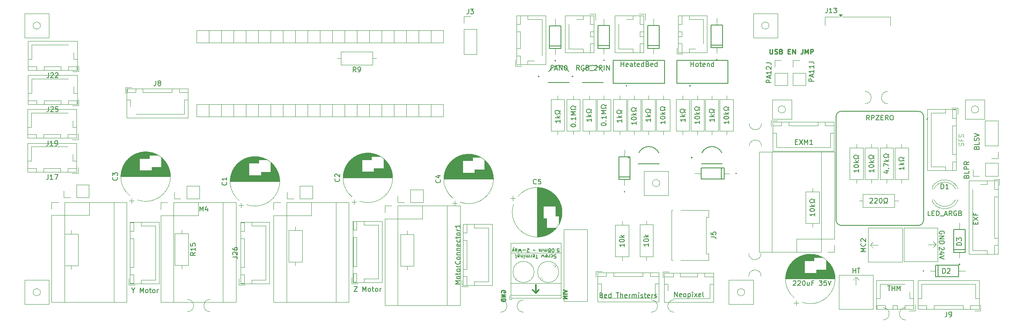
<source format=gbr>
%TF.GenerationSoftware,KiCad,Pcbnew,9.0.0*%
%TF.CreationDate,2025-05-04T19:05:18+10:00*%
%TF.ProjectId,CombinedMBTHB,436f6d62-696e-4656-944d-425448422e6b,rev?*%
%TF.SameCoordinates,Original*%
%TF.FileFunction,Legend,Top*%
%TF.FilePolarity,Positive*%
%FSLAX46Y46*%
G04 Gerber Fmt 4.6, Leading zero omitted, Abs format (unit mm)*
G04 Created by KiCad (PCBNEW 9.0.0) date 2025-05-04 19:05:18*
%MOMM*%
%LPD*%
G01*
G04 APERTURE LIST*
%ADD10C,0.150000*%
%ADD11C,0.250000*%
%ADD12C,0.125000*%
%ADD13C,0.212500*%
%ADD14C,0.100000*%
%ADD15C,0.120000*%
%ADD16C,0.200000*%
%ADD17C,0.127000*%
%ADD18C,0.300000*%
G04 APERTURE END LIST*
D10*
X254249942Y-92459524D02*
X254297561Y-92507143D01*
X254297561Y-92507143D02*
X254345180Y-92602381D01*
X254345180Y-92602381D02*
X254345180Y-92840476D01*
X254345180Y-92840476D02*
X254297561Y-92935714D01*
X254297561Y-92935714D02*
X254249942Y-92983333D01*
X254249942Y-92983333D02*
X254154704Y-93030952D01*
X254154704Y-93030952D02*
X254059466Y-93030952D01*
X254059466Y-93030952D02*
X253916609Y-92983333D01*
X253916609Y-92983333D02*
X253345180Y-92411905D01*
X253345180Y-92411905D02*
X253345180Y-93030952D01*
X254011847Y-93888095D02*
X253345180Y-93888095D01*
X254392800Y-93650000D02*
X253678514Y-93411905D01*
X253678514Y-93411905D02*
X253678514Y-94030952D01*
X254345180Y-94269048D02*
X253345180Y-94602381D01*
X253345180Y-94602381D02*
X254345180Y-94935714D01*
X254347561Y-89688095D02*
X254395180Y-89592857D01*
X254395180Y-89592857D02*
X254395180Y-89450000D01*
X254395180Y-89450000D02*
X254347561Y-89307143D01*
X254347561Y-89307143D02*
X254252323Y-89211905D01*
X254252323Y-89211905D02*
X254157085Y-89164286D01*
X254157085Y-89164286D02*
X253966609Y-89116667D01*
X253966609Y-89116667D02*
X253823752Y-89116667D01*
X253823752Y-89116667D02*
X253633276Y-89164286D01*
X253633276Y-89164286D02*
X253538038Y-89211905D01*
X253538038Y-89211905D02*
X253442800Y-89307143D01*
X253442800Y-89307143D02*
X253395180Y-89450000D01*
X253395180Y-89450000D02*
X253395180Y-89545238D01*
X253395180Y-89545238D02*
X253442800Y-89688095D01*
X253442800Y-89688095D02*
X253490419Y-89735714D01*
X253490419Y-89735714D02*
X253823752Y-89735714D01*
X253823752Y-89735714D02*
X253823752Y-89545238D01*
X253395180Y-90164286D02*
X254395180Y-90164286D01*
X254395180Y-90164286D02*
X253395180Y-90735714D01*
X253395180Y-90735714D02*
X254395180Y-90735714D01*
X253395180Y-91211905D02*
X254395180Y-91211905D01*
X254395180Y-91211905D02*
X254395180Y-91450000D01*
X254395180Y-91450000D02*
X254347561Y-91592857D01*
X254347561Y-91592857D02*
X254252323Y-91688095D01*
X254252323Y-91688095D02*
X254157085Y-91735714D01*
X254157085Y-91735714D02*
X253966609Y-91783333D01*
X253966609Y-91783333D02*
X253823752Y-91783333D01*
X253823752Y-91783333D02*
X253633276Y-91735714D01*
X253633276Y-91735714D02*
X253538038Y-91688095D01*
X253538038Y-91688095D02*
X253442800Y-91592857D01*
X253442800Y-91592857D02*
X253395180Y-91450000D01*
X253395180Y-91450000D02*
X253395180Y-91211905D01*
D11*
X218452568Y-51614619D02*
X218452568Y-52424142D01*
X218452568Y-52424142D02*
X218500187Y-52519380D01*
X218500187Y-52519380D02*
X218547806Y-52567000D01*
X218547806Y-52567000D02*
X218643044Y-52614619D01*
X218643044Y-52614619D02*
X218833520Y-52614619D01*
X218833520Y-52614619D02*
X218928758Y-52567000D01*
X218928758Y-52567000D02*
X218976377Y-52519380D01*
X218976377Y-52519380D02*
X219023996Y-52424142D01*
X219023996Y-52424142D02*
X219023996Y-51614619D01*
X219452568Y-52567000D02*
X219595425Y-52614619D01*
X219595425Y-52614619D02*
X219833520Y-52614619D01*
X219833520Y-52614619D02*
X219928758Y-52567000D01*
X219928758Y-52567000D02*
X219976377Y-52519380D01*
X219976377Y-52519380D02*
X220023996Y-52424142D01*
X220023996Y-52424142D02*
X220023996Y-52328904D01*
X220023996Y-52328904D02*
X219976377Y-52233666D01*
X219976377Y-52233666D02*
X219928758Y-52186047D01*
X219928758Y-52186047D02*
X219833520Y-52138428D01*
X219833520Y-52138428D02*
X219643044Y-52090809D01*
X219643044Y-52090809D02*
X219547806Y-52043190D01*
X219547806Y-52043190D02*
X219500187Y-51995571D01*
X219500187Y-51995571D02*
X219452568Y-51900333D01*
X219452568Y-51900333D02*
X219452568Y-51805095D01*
X219452568Y-51805095D02*
X219500187Y-51709857D01*
X219500187Y-51709857D02*
X219547806Y-51662238D01*
X219547806Y-51662238D02*
X219643044Y-51614619D01*
X219643044Y-51614619D02*
X219881139Y-51614619D01*
X219881139Y-51614619D02*
X220023996Y-51662238D01*
X220785901Y-52090809D02*
X220928758Y-52138428D01*
X220928758Y-52138428D02*
X220976377Y-52186047D01*
X220976377Y-52186047D02*
X221023996Y-52281285D01*
X221023996Y-52281285D02*
X221023996Y-52424142D01*
X221023996Y-52424142D02*
X220976377Y-52519380D01*
X220976377Y-52519380D02*
X220928758Y-52567000D01*
X220928758Y-52567000D02*
X220833520Y-52614619D01*
X220833520Y-52614619D02*
X220452568Y-52614619D01*
X220452568Y-52614619D02*
X220452568Y-51614619D01*
X220452568Y-51614619D02*
X220785901Y-51614619D01*
X220785901Y-51614619D02*
X220881139Y-51662238D01*
X220881139Y-51662238D02*
X220928758Y-51709857D01*
X220928758Y-51709857D02*
X220976377Y-51805095D01*
X220976377Y-51805095D02*
X220976377Y-51900333D01*
X220976377Y-51900333D02*
X220928758Y-51995571D01*
X220928758Y-51995571D02*
X220881139Y-52043190D01*
X220881139Y-52043190D02*
X220785901Y-52090809D01*
X220785901Y-52090809D02*
X220452568Y-52090809D01*
X222214473Y-52090809D02*
X222547806Y-52090809D01*
X222690663Y-52614619D02*
X222214473Y-52614619D01*
X222214473Y-52614619D02*
X222214473Y-51614619D01*
X222214473Y-51614619D02*
X222690663Y-51614619D01*
X223119235Y-52614619D02*
X223119235Y-51614619D01*
X223119235Y-51614619D02*
X223690663Y-52614619D01*
X223690663Y-52614619D02*
X223690663Y-51614619D01*
X225214473Y-51614619D02*
X225214473Y-52328904D01*
X225214473Y-52328904D02*
X225166854Y-52471761D01*
X225166854Y-52471761D02*
X225071616Y-52567000D01*
X225071616Y-52567000D02*
X224928759Y-52614619D01*
X224928759Y-52614619D02*
X224833521Y-52614619D01*
X225690664Y-52614619D02*
X225690664Y-51614619D01*
X225690664Y-51614619D02*
X226023997Y-52328904D01*
X226023997Y-52328904D02*
X226357330Y-51614619D01*
X226357330Y-51614619D02*
X226357330Y-52614619D01*
X226833521Y-52614619D02*
X226833521Y-51614619D01*
X226833521Y-51614619D02*
X227214473Y-51614619D01*
X227214473Y-51614619D02*
X227309711Y-51662238D01*
X227309711Y-51662238D02*
X227357330Y-51709857D01*
X227357330Y-51709857D02*
X227404949Y-51805095D01*
X227404949Y-51805095D02*
X227404949Y-51947952D01*
X227404949Y-51947952D02*
X227357330Y-52043190D01*
X227357330Y-52043190D02*
X227309711Y-52090809D01*
X227309711Y-52090809D02*
X227214473Y-52138428D01*
X227214473Y-52138428D02*
X226833521Y-52138428D01*
D10*
X223761905Y-70731009D02*
X224095238Y-70731009D01*
X224238095Y-71254819D02*
X223761905Y-71254819D01*
X223761905Y-71254819D02*
X223761905Y-70254819D01*
X223761905Y-70254819D02*
X224238095Y-70254819D01*
X224571429Y-70254819D02*
X225238095Y-71254819D01*
X225238095Y-70254819D02*
X224571429Y-71254819D01*
X225619048Y-71254819D02*
X225619048Y-70254819D01*
X225619048Y-70254819D02*
X225952381Y-70969104D01*
X225952381Y-70969104D02*
X226285714Y-70254819D01*
X226285714Y-70254819D02*
X226285714Y-71254819D01*
X227285714Y-71254819D02*
X226714286Y-71254819D01*
X227000000Y-71254819D02*
X227000000Y-70254819D01*
X227000000Y-70254819D02*
X226904762Y-70397676D01*
X226904762Y-70397676D02*
X226809524Y-70492914D01*
X226809524Y-70492914D02*
X226714286Y-70540533D01*
X253726905Y-80404819D02*
X253726905Y-79404819D01*
X253726905Y-79404819D02*
X253965000Y-79404819D01*
X253965000Y-79404819D02*
X254107857Y-79452438D01*
X254107857Y-79452438D02*
X254203095Y-79547676D01*
X254203095Y-79547676D02*
X254250714Y-79642914D01*
X254250714Y-79642914D02*
X254298333Y-79833390D01*
X254298333Y-79833390D02*
X254298333Y-79976247D01*
X254298333Y-79976247D02*
X254250714Y-80166723D01*
X254250714Y-80166723D02*
X254203095Y-80261961D01*
X254203095Y-80261961D02*
X254107857Y-80357200D01*
X254107857Y-80357200D02*
X253965000Y-80404819D01*
X253965000Y-80404819D02*
X253726905Y-80404819D01*
X255250714Y-80404819D02*
X254679286Y-80404819D01*
X254965000Y-80404819D02*
X254965000Y-79404819D01*
X254965000Y-79404819D02*
X254869762Y-79547676D01*
X254869762Y-79547676D02*
X254774524Y-79642914D01*
X254774524Y-79642914D02*
X254679286Y-79690533D01*
X251512618Y-85964819D02*
X251036428Y-85964819D01*
X251036428Y-85964819D02*
X251036428Y-84964819D01*
X251845952Y-85441009D02*
X252179285Y-85441009D01*
X252322142Y-85964819D02*
X251845952Y-85964819D01*
X251845952Y-85964819D02*
X251845952Y-84964819D01*
X251845952Y-84964819D02*
X252322142Y-84964819D01*
X252750714Y-85964819D02*
X252750714Y-84964819D01*
X252750714Y-84964819D02*
X252988809Y-84964819D01*
X252988809Y-84964819D02*
X253131666Y-85012438D01*
X253131666Y-85012438D02*
X253226904Y-85107676D01*
X253226904Y-85107676D02*
X253274523Y-85202914D01*
X253274523Y-85202914D02*
X253322142Y-85393390D01*
X253322142Y-85393390D02*
X253322142Y-85536247D01*
X253322142Y-85536247D02*
X253274523Y-85726723D01*
X253274523Y-85726723D02*
X253226904Y-85821961D01*
X253226904Y-85821961D02*
X253131666Y-85917200D01*
X253131666Y-85917200D02*
X252988809Y-85964819D01*
X252988809Y-85964819D02*
X252750714Y-85964819D01*
X253512619Y-86060057D02*
X254274523Y-86060057D01*
X254465000Y-85679104D02*
X254941190Y-85679104D01*
X254369762Y-85964819D02*
X254703095Y-84964819D01*
X254703095Y-84964819D02*
X255036428Y-85964819D01*
X255941190Y-85964819D02*
X255607857Y-85488628D01*
X255369762Y-85964819D02*
X255369762Y-84964819D01*
X255369762Y-84964819D02*
X255750714Y-84964819D01*
X255750714Y-84964819D02*
X255845952Y-85012438D01*
X255845952Y-85012438D02*
X255893571Y-85060057D01*
X255893571Y-85060057D02*
X255941190Y-85155295D01*
X255941190Y-85155295D02*
X255941190Y-85298152D01*
X255941190Y-85298152D02*
X255893571Y-85393390D01*
X255893571Y-85393390D02*
X255845952Y-85441009D01*
X255845952Y-85441009D02*
X255750714Y-85488628D01*
X255750714Y-85488628D02*
X255369762Y-85488628D01*
X256893571Y-85012438D02*
X256798333Y-84964819D01*
X256798333Y-84964819D02*
X256655476Y-84964819D01*
X256655476Y-84964819D02*
X256512619Y-85012438D01*
X256512619Y-85012438D02*
X256417381Y-85107676D01*
X256417381Y-85107676D02*
X256369762Y-85202914D01*
X256369762Y-85202914D02*
X256322143Y-85393390D01*
X256322143Y-85393390D02*
X256322143Y-85536247D01*
X256322143Y-85536247D02*
X256369762Y-85726723D01*
X256369762Y-85726723D02*
X256417381Y-85821961D01*
X256417381Y-85821961D02*
X256512619Y-85917200D01*
X256512619Y-85917200D02*
X256655476Y-85964819D01*
X256655476Y-85964819D02*
X256750714Y-85964819D01*
X256750714Y-85964819D02*
X256893571Y-85917200D01*
X256893571Y-85917200D02*
X256941190Y-85869580D01*
X256941190Y-85869580D02*
X256941190Y-85536247D01*
X256941190Y-85536247D02*
X256750714Y-85536247D01*
X257703095Y-85441009D02*
X257845952Y-85488628D01*
X257845952Y-85488628D02*
X257893571Y-85536247D01*
X257893571Y-85536247D02*
X257941190Y-85631485D01*
X257941190Y-85631485D02*
X257941190Y-85774342D01*
X257941190Y-85774342D02*
X257893571Y-85869580D01*
X257893571Y-85869580D02*
X257845952Y-85917200D01*
X257845952Y-85917200D02*
X257750714Y-85964819D01*
X257750714Y-85964819D02*
X257369762Y-85964819D01*
X257369762Y-85964819D02*
X257369762Y-84964819D01*
X257369762Y-84964819D02*
X257703095Y-84964819D01*
X257703095Y-84964819D02*
X257798333Y-85012438D01*
X257798333Y-85012438D02*
X257845952Y-85060057D01*
X257845952Y-85060057D02*
X257893571Y-85155295D01*
X257893571Y-85155295D02*
X257893571Y-85250533D01*
X257893571Y-85250533D02*
X257845952Y-85345771D01*
X257845952Y-85345771D02*
X257798333Y-85393390D01*
X257798333Y-85393390D02*
X257703095Y-85441009D01*
X257703095Y-85441009D02*
X257369762Y-85441009D01*
D12*
X258308500Y-71540475D02*
X258356119Y-71397618D01*
X258356119Y-71397618D02*
X258356119Y-71159523D01*
X258356119Y-71159523D02*
X258308500Y-71064285D01*
X258308500Y-71064285D02*
X258260880Y-71016666D01*
X258260880Y-71016666D02*
X258165642Y-70969047D01*
X258165642Y-70969047D02*
X258070404Y-70969047D01*
X258070404Y-70969047D02*
X257975166Y-71016666D01*
X257975166Y-71016666D02*
X257927547Y-71064285D01*
X257927547Y-71064285D02*
X257879928Y-71159523D01*
X257879928Y-71159523D02*
X257832309Y-71349999D01*
X257832309Y-71349999D02*
X257784690Y-71445237D01*
X257784690Y-71445237D02*
X257737071Y-71492856D01*
X257737071Y-71492856D02*
X257641833Y-71540475D01*
X257641833Y-71540475D02*
X257546595Y-71540475D01*
X257546595Y-71540475D02*
X257451357Y-71492856D01*
X257451357Y-71492856D02*
X257403738Y-71445237D01*
X257403738Y-71445237D02*
X257356119Y-71349999D01*
X257356119Y-71349999D02*
X257356119Y-71111904D01*
X257356119Y-71111904D02*
X257403738Y-70969047D01*
X257832309Y-70207142D02*
X257832309Y-70540475D01*
X258356119Y-70540475D02*
X257356119Y-70540475D01*
X257356119Y-70540475D02*
X257356119Y-70064285D01*
X258308500Y-69730951D02*
X258356119Y-69588094D01*
X258356119Y-69588094D02*
X258356119Y-69349999D01*
X258356119Y-69349999D02*
X258308500Y-69254761D01*
X258308500Y-69254761D02*
X258260880Y-69207142D01*
X258260880Y-69207142D02*
X258165642Y-69159523D01*
X258165642Y-69159523D02*
X258070404Y-69159523D01*
X258070404Y-69159523D02*
X257975166Y-69207142D01*
X257975166Y-69207142D02*
X257927547Y-69254761D01*
X257927547Y-69254761D02*
X257879928Y-69349999D01*
X257879928Y-69349999D02*
X257832309Y-69540475D01*
X257832309Y-69540475D02*
X257784690Y-69635713D01*
X257784690Y-69635713D02*
X257737071Y-69683332D01*
X257737071Y-69683332D02*
X257641833Y-69730951D01*
X257641833Y-69730951D02*
X257546595Y-69730951D01*
X257546595Y-69730951D02*
X257451357Y-69683332D01*
X257451357Y-69683332D02*
X257403738Y-69635713D01*
X257403738Y-69635713D02*
X257356119Y-69540475D01*
X257356119Y-69540475D02*
X257356119Y-69302380D01*
X257356119Y-69302380D02*
X257403738Y-69159523D01*
D10*
X254916666Y-105804819D02*
X254916666Y-106519104D01*
X254916666Y-106519104D02*
X254869047Y-106661961D01*
X254869047Y-106661961D02*
X254773809Y-106757200D01*
X254773809Y-106757200D02*
X254630952Y-106804819D01*
X254630952Y-106804819D02*
X254535714Y-106804819D01*
X255440476Y-106804819D02*
X255630952Y-106804819D01*
X255630952Y-106804819D02*
X255726190Y-106757200D01*
X255726190Y-106757200D02*
X255773809Y-106709580D01*
X255773809Y-106709580D02*
X255869047Y-106566723D01*
X255869047Y-106566723D02*
X255916666Y-106376247D01*
X255916666Y-106376247D02*
X255916666Y-105995295D01*
X255916666Y-105995295D02*
X255869047Y-105900057D01*
X255869047Y-105900057D02*
X255821428Y-105852438D01*
X255821428Y-105852438D02*
X255726190Y-105804819D01*
X255726190Y-105804819D02*
X255535714Y-105804819D01*
X255535714Y-105804819D02*
X255440476Y-105852438D01*
X255440476Y-105852438D02*
X255392857Y-105900057D01*
X255392857Y-105900057D02*
X255345238Y-105995295D01*
X255345238Y-105995295D02*
X255345238Y-106233390D01*
X255345238Y-106233390D02*
X255392857Y-106328628D01*
X255392857Y-106328628D02*
X255440476Y-106376247D01*
X255440476Y-106376247D02*
X255535714Y-106423866D01*
X255535714Y-106423866D02*
X255726190Y-106423866D01*
X255726190Y-106423866D02*
X255821428Y-106376247D01*
X255821428Y-106376247D02*
X255869047Y-106328628D01*
X255869047Y-106328628D02*
X255916666Y-106233390D01*
X239090476Y-82450057D02*
X239138095Y-82402438D01*
X239138095Y-82402438D02*
X239233333Y-82354819D01*
X239233333Y-82354819D02*
X239471428Y-82354819D01*
X239471428Y-82354819D02*
X239566666Y-82402438D01*
X239566666Y-82402438D02*
X239614285Y-82450057D01*
X239614285Y-82450057D02*
X239661904Y-82545295D01*
X239661904Y-82545295D02*
X239661904Y-82640533D01*
X239661904Y-82640533D02*
X239614285Y-82783390D01*
X239614285Y-82783390D02*
X239042857Y-83354819D01*
X239042857Y-83354819D02*
X239661904Y-83354819D01*
X240042857Y-82450057D02*
X240090476Y-82402438D01*
X240090476Y-82402438D02*
X240185714Y-82354819D01*
X240185714Y-82354819D02*
X240423809Y-82354819D01*
X240423809Y-82354819D02*
X240519047Y-82402438D01*
X240519047Y-82402438D02*
X240566666Y-82450057D01*
X240566666Y-82450057D02*
X240614285Y-82545295D01*
X240614285Y-82545295D02*
X240614285Y-82640533D01*
X240614285Y-82640533D02*
X240566666Y-82783390D01*
X240566666Y-82783390D02*
X239995238Y-83354819D01*
X239995238Y-83354819D02*
X240614285Y-83354819D01*
X241233333Y-82354819D02*
X241328571Y-82354819D01*
X241328571Y-82354819D02*
X241423809Y-82402438D01*
X241423809Y-82402438D02*
X241471428Y-82450057D01*
X241471428Y-82450057D02*
X241519047Y-82545295D01*
X241519047Y-82545295D02*
X241566666Y-82735771D01*
X241566666Y-82735771D02*
X241566666Y-82973866D01*
X241566666Y-82973866D02*
X241519047Y-83164342D01*
X241519047Y-83164342D02*
X241471428Y-83259580D01*
X241471428Y-83259580D02*
X241423809Y-83307200D01*
X241423809Y-83307200D02*
X241328571Y-83354819D01*
X241328571Y-83354819D02*
X241233333Y-83354819D01*
X241233333Y-83354819D02*
X241138095Y-83307200D01*
X241138095Y-83307200D02*
X241090476Y-83259580D01*
X241090476Y-83259580D02*
X241042857Y-83164342D01*
X241042857Y-83164342D02*
X240995238Y-82973866D01*
X240995238Y-82973866D02*
X240995238Y-82735771D01*
X240995238Y-82735771D02*
X241042857Y-82545295D01*
X241042857Y-82545295D02*
X241090476Y-82450057D01*
X241090476Y-82450057D02*
X241138095Y-82402438D01*
X241138095Y-82402438D02*
X241233333Y-82354819D01*
X241947619Y-83354819D02*
X242185714Y-83354819D01*
X242185714Y-83354819D02*
X242185714Y-83164342D01*
X242185714Y-83164342D02*
X242090476Y-83116723D01*
X242090476Y-83116723D02*
X241995238Y-83021485D01*
X241995238Y-83021485D02*
X241947619Y-82878628D01*
X241947619Y-82878628D02*
X241947619Y-82640533D01*
X241947619Y-82640533D02*
X241995238Y-82497676D01*
X241995238Y-82497676D02*
X242090476Y-82402438D01*
X242090476Y-82402438D02*
X242233333Y-82354819D01*
X242233333Y-82354819D02*
X242423809Y-82354819D01*
X242423809Y-82354819D02*
X242566666Y-82402438D01*
X242566666Y-82402438D02*
X242661904Y-82497676D01*
X242661904Y-82497676D02*
X242709523Y-82640533D01*
X242709523Y-82640533D02*
X242709523Y-82878628D01*
X242709523Y-82878628D02*
X242661904Y-83021485D01*
X242661904Y-83021485D02*
X242566666Y-83116723D01*
X242566666Y-83116723D02*
X242471428Y-83164342D01*
X242471428Y-83164342D02*
X242471428Y-83354819D01*
X242471428Y-83354819D02*
X242709523Y-83354819D01*
X246054819Y-75890476D02*
X246054819Y-76461904D01*
X246054819Y-76176190D02*
X245054819Y-76176190D01*
X245054819Y-76176190D02*
X245197676Y-76271428D01*
X245197676Y-76271428D02*
X245292914Y-76366666D01*
X245292914Y-76366666D02*
X245340533Y-76461904D01*
X246054819Y-75461904D02*
X245054819Y-75461904D01*
X245673866Y-75366666D02*
X246054819Y-75080952D01*
X245388152Y-75080952D02*
X245769104Y-75461904D01*
X246054819Y-74699999D02*
X246054819Y-74461904D01*
X246054819Y-74461904D02*
X245864342Y-74461904D01*
X245864342Y-74461904D02*
X245816723Y-74557142D01*
X245816723Y-74557142D02*
X245721485Y-74652380D01*
X245721485Y-74652380D02*
X245578628Y-74699999D01*
X245578628Y-74699999D02*
X245340533Y-74699999D01*
X245340533Y-74699999D02*
X245197676Y-74652380D01*
X245197676Y-74652380D02*
X245102438Y-74557142D01*
X245102438Y-74557142D02*
X245054819Y-74414285D01*
X245054819Y-74414285D02*
X245054819Y-74223809D01*
X245054819Y-74223809D02*
X245102438Y-74080952D01*
X245102438Y-74080952D02*
X245197676Y-73985714D01*
X245197676Y-73985714D02*
X245340533Y-73938095D01*
X245340533Y-73938095D02*
X245578628Y-73938095D01*
X245578628Y-73938095D02*
X245721485Y-73985714D01*
X245721485Y-73985714D02*
X245816723Y-74080952D01*
X245816723Y-74080952D02*
X245864342Y-74176190D01*
X245864342Y-74176190D02*
X246054819Y-74176190D01*
X246054819Y-74176190D02*
X246054819Y-73938095D01*
X238977142Y-66234819D02*
X238643809Y-65758628D01*
X238405714Y-66234819D02*
X238405714Y-65234819D01*
X238405714Y-65234819D02*
X238786666Y-65234819D01*
X238786666Y-65234819D02*
X238881904Y-65282438D01*
X238881904Y-65282438D02*
X238929523Y-65330057D01*
X238929523Y-65330057D02*
X238977142Y-65425295D01*
X238977142Y-65425295D02*
X238977142Y-65568152D01*
X238977142Y-65568152D02*
X238929523Y-65663390D01*
X238929523Y-65663390D02*
X238881904Y-65711009D01*
X238881904Y-65711009D02*
X238786666Y-65758628D01*
X238786666Y-65758628D02*
X238405714Y-65758628D01*
X239405714Y-66234819D02*
X239405714Y-65234819D01*
X239405714Y-65234819D02*
X239786666Y-65234819D01*
X239786666Y-65234819D02*
X239881904Y-65282438D01*
X239881904Y-65282438D02*
X239929523Y-65330057D01*
X239929523Y-65330057D02*
X239977142Y-65425295D01*
X239977142Y-65425295D02*
X239977142Y-65568152D01*
X239977142Y-65568152D02*
X239929523Y-65663390D01*
X239929523Y-65663390D02*
X239881904Y-65711009D01*
X239881904Y-65711009D02*
X239786666Y-65758628D01*
X239786666Y-65758628D02*
X239405714Y-65758628D01*
X240310476Y-65234819D02*
X240977142Y-65234819D01*
X240977142Y-65234819D02*
X240310476Y-66234819D01*
X240310476Y-66234819D02*
X240977142Y-66234819D01*
X241358095Y-65711009D02*
X241691428Y-65711009D01*
X241834285Y-66234819D02*
X241358095Y-66234819D01*
X241358095Y-66234819D02*
X241358095Y-65234819D01*
X241358095Y-65234819D02*
X241834285Y-65234819D01*
X242834285Y-66234819D02*
X242500952Y-65758628D01*
X242262857Y-66234819D02*
X242262857Y-65234819D01*
X242262857Y-65234819D02*
X242643809Y-65234819D01*
X242643809Y-65234819D02*
X242739047Y-65282438D01*
X242739047Y-65282438D02*
X242786666Y-65330057D01*
X242786666Y-65330057D02*
X242834285Y-65425295D01*
X242834285Y-65425295D02*
X242834285Y-65568152D01*
X242834285Y-65568152D02*
X242786666Y-65663390D01*
X242786666Y-65663390D02*
X242739047Y-65711009D01*
X242739047Y-65711009D02*
X242643809Y-65758628D01*
X242643809Y-65758628D02*
X242262857Y-65758628D01*
X243453333Y-65234819D02*
X243643809Y-65234819D01*
X243643809Y-65234819D02*
X243739047Y-65282438D01*
X243739047Y-65282438D02*
X243834285Y-65377676D01*
X243834285Y-65377676D02*
X243881904Y-65568152D01*
X243881904Y-65568152D02*
X243881904Y-65901485D01*
X243881904Y-65901485D02*
X243834285Y-66091961D01*
X243834285Y-66091961D02*
X243739047Y-66187200D01*
X243739047Y-66187200D02*
X243643809Y-66234819D01*
X243643809Y-66234819D02*
X243453333Y-66234819D01*
X243453333Y-66234819D02*
X243358095Y-66187200D01*
X243358095Y-66187200D02*
X243262857Y-66091961D01*
X243262857Y-66091961D02*
X243215238Y-65901485D01*
X243215238Y-65901485D02*
X243215238Y-65568152D01*
X243215238Y-65568152D02*
X243262857Y-65377676D01*
X243262857Y-65377676D02*
X243358095Y-65282438D01*
X243358095Y-65282438D02*
X243453333Y-65234819D01*
X242288152Y-76719999D02*
X242954819Y-76719999D01*
X241907200Y-76958094D02*
X242621485Y-77196189D01*
X242621485Y-77196189D02*
X242621485Y-76577142D01*
X242859580Y-76196189D02*
X242907200Y-76148570D01*
X242907200Y-76148570D02*
X242954819Y-76196189D01*
X242954819Y-76196189D02*
X242907200Y-76243808D01*
X242907200Y-76243808D02*
X242859580Y-76196189D01*
X242859580Y-76196189D02*
X242954819Y-76196189D01*
X241954819Y-75815237D02*
X241954819Y-75148571D01*
X241954819Y-75148571D02*
X242954819Y-75577142D01*
X242954819Y-74767618D02*
X241954819Y-74767618D01*
X242573866Y-74672380D02*
X242954819Y-74386666D01*
X242288152Y-74386666D02*
X242669104Y-74767618D01*
X242954819Y-74005713D02*
X242954819Y-73767618D01*
X242954819Y-73767618D02*
X242764342Y-73767618D01*
X242764342Y-73767618D02*
X242716723Y-73862856D01*
X242716723Y-73862856D02*
X242621485Y-73958094D01*
X242621485Y-73958094D02*
X242478628Y-74005713D01*
X242478628Y-74005713D02*
X242240533Y-74005713D01*
X242240533Y-74005713D02*
X242097676Y-73958094D01*
X242097676Y-73958094D02*
X242002438Y-73862856D01*
X242002438Y-73862856D02*
X241954819Y-73719999D01*
X241954819Y-73719999D02*
X241954819Y-73529523D01*
X241954819Y-73529523D02*
X242002438Y-73386666D01*
X242002438Y-73386666D02*
X242097676Y-73291428D01*
X242097676Y-73291428D02*
X242240533Y-73243809D01*
X242240533Y-73243809D02*
X242478628Y-73243809D01*
X242478628Y-73243809D02*
X242621485Y-73291428D01*
X242621485Y-73291428D02*
X242716723Y-73386666D01*
X242716723Y-73386666D02*
X242764342Y-73481904D01*
X242764342Y-73481904D02*
X242954819Y-73481904D01*
X242954819Y-73481904D02*
X242954819Y-73243809D01*
X242719048Y-100404819D02*
X243290476Y-100404819D01*
X243004762Y-101404819D02*
X243004762Y-100404819D01*
X243623810Y-101404819D02*
X243623810Y-100404819D01*
X243623810Y-100881009D02*
X244195238Y-100881009D01*
X244195238Y-101404819D02*
X244195238Y-100404819D01*
X244671429Y-101404819D02*
X244671429Y-100404819D01*
X244671429Y-100404819D02*
X245004762Y-101119104D01*
X245004762Y-101119104D02*
X245338095Y-100404819D01*
X245338095Y-100404819D02*
X245338095Y-101404819D01*
X235568944Y-97804819D02*
X235568944Y-96804819D01*
X235568944Y-97281009D02*
X236140372Y-97281009D01*
X236140372Y-97804819D02*
X236140372Y-96804819D01*
X236473706Y-96804819D02*
X237045134Y-96804819D01*
X236759420Y-97804819D02*
X236759420Y-96804819D01*
X260831009Y-87719047D02*
X260831009Y-87385714D01*
X261354819Y-87242857D02*
X261354819Y-87719047D01*
X261354819Y-87719047D02*
X260354819Y-87719047D01*
X260354819Y-87719047D02*
X260354819Y-87242857D01*
X260354819Y-86909523D02*
X261354819Y-86242857D01*
X260354819Y-86242857D02*
X261354819Y-86909523D01*
X260831009Y-85528571D02*
X260831009Y-85861904D01*
X261354819Y-85861904D02*
X260354819Y-85861904D01*
X260354819Y-85861904D02*
X260354819Y-85385714D01*
X258931009Y-77883333D02*
X258978628Y-77740476D01*
X258978628Y-77740476D02*
X259026247Y-77692857D01*
X259026247Y-77692857D02*
X259121485Y-77645238D01*
X259121485Y-77645238D02*
X259264342Y-77645238D01*
X259264342Y-77645238D02*
X259359580Y-77692857D01*
X259359580Y-77692857D02*
X259407200Y-77740476D01*
X259407200Y-77740476D02*
X259454819Y-77835714D01*
X259454819Y-77835714D02*
X259454819Y-78216666D01*
X259454819Y-78216666D02*
X258454819Y-78216666D01*
X258454819Y-78216666D02*
X258454819Y-77883333D01*
X258454819Y-77883333D02*
X258502438Y-77788095D01*
X258502438Y-77788095D02*
X258550057Y-77740476D01*
X258550057Y-77740476D02*
X258645295Y-77692857D01*
X258645295Y-77692857D02*
X258740533Y-77692857D01*
X258740533Y-77692857D02*
X258835771Y-77740476D01*
X258835771Y-77740476D02*
X258883390Y-77788095D01*
X258883390Y-77788095D02*
X258931009Y-77883333D01*
X258931009Y-77883333D02*
X258931009Y-78216666D01*
X259454819Y-76740476D02*
X259454819Y-77216666D01*
X259454819Y-77216666D02*
X258454819Y-77216666D01*
X259454819Y-76407142D02*
X258454819Y-76407142D01*
X258454819Y-76407142D02*
X258454819Y-76026190D01*
X258454819Y-76026190D02*
X258502438Y-75930952D01*
X258502438Y-75930952D02*
X258550057Y-75883333D01*
X258550057Y-75883333D02*
X258645295Y-75835714D01*
X258645295Y-75835714D02*
X258788152Y-75835714D01*
X258788152Y-75835714D02*
X258883390Y-75883333D01*
X258883390Y-75883333D02*
X258931009Y-75930952D01*
X258931009Y-75930952D02*
X258978628Y-76026190D01*
X258978628Y-76026190D02*
X258978628Y-76407142D01*
X259454819Y-74835714D02*
X258978628Y-75169047D01*
X259454819Y-75407142D02*
X258454819Y-75407142D01*
X258454819Y-75407142D02*
X258454819Y-75026190D01*
X258454819Y-75026190D02*
X258502438Y-74930952D01*
X258502438Y-74930952D02*
X258550057Y-74883333D01*
X258550057Y-74883333D02*
X258645295Y-74835714D01*
X258645295Y-74835714D02*
X258788152Y-74835714D01*
X258788152Y-74835714D02*
X258883390Y-74883333D01*
X258883390Y-74883333D02*
X258931009Y-74930952D01*
X258931009Y-74930952D02*
X258978628Y-75026190D01*
X258978628Y-75026190D02*
X258978628Y-75407142D01*
X227704819Y-85466666D02*
X227704819Y-86038094D01*
X227704819Y-85752380D02*
X226704819Y-85752380D01*
X226704819Y-85752380D02*
X226847676Y-85847618D01*
X226847676Y-85847618D02*
X226942914Y-85942856D01*
X226942914Y-85942856D02*
X226990533Y-86038094D01*
X226704819Y-84847618D02*
X226704819Y-84752380D01*
X226704819Y-84752380D02*
X226752438Y-84657142D01*
X226752438Y-84657142D02*
X226800057Y-84609523D01*
X226800057Y-84609523D02*
X226895295Y-84561904D01*
X226895295Y-84561904D02*
X227085771Y-84514285D01*
X227085771Y-84514285D02*
X227323866Y-84514285D01*
X227323866Y-84514285D02*
X227514342Y-84561904D01*
X227514342Y-84561904D02*
X227609580Y-84609523D01*
X227609580Y-84609523D02*
X227657200Y-84657142D01*
X227657200Y-84657142D02*
X227704819Y-84752380D01*
X227704819Y-84752380D02*
X227704819Y-84847618D01*
X227704819Y-84847618D02*
X227657200Y-84942856D01*
X227657200Y-84942856D02*
X227609580Y-84990475D01*
X227609580Y-84990475D02*
X227514342Y-85038094D01*
X227514342Y-85038094D02*
X227323866Y-85085713D01*
X227323866Y-85085713D02*
X227085771Y-85085713D01*
X227085771Y-85085713D02*
X226895295Y-85038094D01*
X226895295Y-85038094D02*
X226800057Y-84990475D01*
X226800057Y-84990475D02*
X226752438Y-84942856D01*
X226752438Y-84942856D02*
X226704819Y-84847618D01*
X227704819Y-84085713D02*
X226704819Y-84085713D01*
X227323866Y-83990475D02*
X227704819Y-83704761D01*
X227038152Y-83704761D02*
X227419104Y-84085713D01*
X227704819Y-83323808D02*
X227704819Y-83085713D01*
X227704819Y-83085713D02*
X227514342Y-83085713D01*
X227514342Y-83085713D02*
X227466723Y-83180951D01*
X227466723Y-83180951D02*
X227371485Y-83276189D01*
X227371485Y-83276189D02*
X227228628Y-83323808D01*
X227228628Y-83323808D02*
X226990533Y-83323808D01*
X226990533Y-83323808D02*
X226847676Y-83276189D01*
X226847676Y-83276189D02*
X226752438Y-83180951D01*
X226752438Y-83180951D02*
X226704819Y-83038094D01*
X226704819Y-83038094D02*
X226704819Y-82847618D01*
X226704819Y-82847618D02*
X226752438Y-82704761D01*
X226752438Y-82704761D02*
X226847676Y-82609523D01*
X226847676Y-82609523D02*
X226990533Y-82561904D01*
X226990533Y-82561904D02*
X227228628Y-82561904D01*
X227228628Y-82561904D02*
X227371485Y-82609523D01*
X227371485Y-82609523D02*
X227466723Y-82704761D01*
X227466723Y-82704761D02*
X227514342Y-82799999D01*
X227514342Y-82799999D02*
X227704819Y-82799999D01*
X227704819Y-82799999D02*
X227704819Y-82561904D01*
X239854819Y-76386666D02*
X239854819Y-76958094D01*
X239854819Y-76672380D02*
X238854819Y-76672380D01*
X238854819Y-76672380D02*
X238997676Y-76767618D01*
X238997676Y-76767618D02*
X239092914Y-76862856D01*
X239092914Y-76862856D02*
X239140533Y-76958094D01*
X238854819Y-75767618D02*
X238854819Y-75672380D01*
X238854819Y-75672380D02*
X238902438Y-75577142D01*
X238902438Y-75577142D02*
X238950057Y-75529523D01*
X238950057Y-75529523D02*
X239045295Y-75481904D01*
X239045295Y-75481904D02*
X239235771Y-75434285D01*
X239235771Y-75434285D02*
X239473866Y-75434285D01*
X239473866Y-75434285D02*
X239664342Y-75481904D01*
X239664342Y-75481904D02*
X239759580Y-75529523D01*
X239759580Y-75529523D02*
X239807200Y-75577142D01*
X239807200Y-75577142D02*
X239854819Y-75672380D01*
X239854819Y-75672380D02*
X239854819Y-75767618D01*
X239854819Y-75767618D02*
X239807200Y-75862856D01*
X239807200Y-75862856D02*
X239759580Y-75910475D01*
X239759580Y-75910475D02*
X239664342Y-75958094D01*
X239664342Y-75958094D02*
X239473866Y-76005713D01*
X239473866Y-76005713D02*
X239235771Y-76005713D01*
X239235771Y-76005713D02*
X239045295Y-75958094D01*
X239045295Y-75958094D02*
X238950057Y-75910475D01*
X238950057Y-75910475D02*
X238902438Y-75862856D01*
X238902438Y-75862856D02*
X238854819Y-75767618D01*
X239854819Y-75005713D02*
X238854819Y-75005713D01*
X239473866Y-74910475D02*
X239854819Y-74624761D01*
X239188152Y-74624761D02*
X239569104Y-75005713D01*
X239854819Y-74243808D02*
X239854819Y-74005713D01*
X239854819Y-74005713D02*
X239664342Y-74005713D01*
X239664342Y-74005713D02*
X239616723Y-74100951D01*
X239616723Y-74100951D02*
X239521485Y-74196189D01*
X239521485Y-74196189D02*
X239378628Y-74243808D01*
X239378628Y-74243808D02*
X239140533Y-74243808D01*
X239140533Y-74243808D02*
X238997676Y-74196189D01*
X238997676Y-74196189D02*
X238902438Y-74100951D01*
X238902438Y-74100951D02*
X238854819Y-73958094D01*
X238854819Y-73958094D02*
X238854819Y-73767618D01*
X238854819Y-73767618D02*
X238902438Y-73624761D01*
X238902438Y-73624761D02*
X238997676Y-73529523D01*
X238997676Y-73529523D02*
X239140533Y-73481904D01*
X239140533Y-73481904D02*
X239378628Y-73481904D01*
X239378628Y-73481904D02*
X239521485Y-73529523D01*
X239521485Y-73529523D02*
X239616723Y-73624761D01*
X239616723Y-73624761D02*
X239664342Y-73719999D01*
X239664342Y-73719999D02*
X239854819Y-73719999D01*
X239854819Y-73719999D02*
X239854819Y-73481904D01*
X223269047Y-99450057D02*
X223316666Y-99402438D01*
X223316666Y-99402438D02*
X223411904Y-99354819D01*
X223411904Y-99354819D02*
X223649999Y-99354819D01*
X223649999Y-99354819D02*
X223745237Y-99402438D01*
X223745237Y-99402438D02*
X223792856Y-99450057D01*
X223792856Y-99450057D02*
X223840475Y-99545295D01*
X223840475Y-99545295D02*
X223840475Y-99640533D01*
X223840475Y-99640533D02*
X223792856Y-99783390D01*
X223792856Y-99783390D02*
X223221428Y-100354819D01*
X223221428Y-100354819D02*
X223840475Y-100354819D01*
X224221428Y-99450057D02*
X224269047Y-99402438D01*
X224269047Y-99402438D02*
X224364285Y-99354819D01*
X224364285Y-99354819D02*
X224602380Y-99354819D01*
X224602380Y-99354819D02*
X224697618Y-99402438D01*
X224697618Y-99402438D02*
X224745237Y-99450057D01*
X224745237Y-99450057D02*
X224792856Y-99545295D01*
X224792856Y-99545295D02*
X224792856Y-99640533D01*
X224792856Y-99640533D02*
X224745237Y-99783390D01*
X224745237Y-99783390D02*
X224173809Y-100354819D01*
X224173809Y-100354819D02*
X224792856Y-100354819D01*
X225411904Y-99354819D02*
X225507142Y-99354819D01*
X225507142Y-99354819D02*
X225602380Y-99402438D01*
X225602380Y-99402438D02*
X225649999Y-99450057D01*
X225649999Y-99450057D02*
X225697618Y-99545295D01*
X225697618Y-99545295D02*
X225745237Y-99735771D01*
X225745237Y-99735771D02*
X225745237Y-99973866D01*
X225745237Y-99973866D02*
X225697618Y-100164342D01*
X225697618Y-100164342D02*
X225649999Y-100259580D01*
X225649999Y-100259580D02*
X225602380Y-100307200D01*
X225602380Y-100307200D02*
X225507142Y-100354819D01*
X225507142Y-100354819D02*
X225411904Y-100354819D01*
X225411904Y-100354819D02*
X225316666Y-100307200D01*
X225316666Y-100307200D02*
X225269047Y-100259580D01*
X225269047Y-100259580D02*
X225221428Y-100164342D01*
X225221428Y-100164342D02*
X225173809Y-99973866D01*
X225173809Y-99973866D02*
X225173809Y-99735771D01*
X225173809Y-99735771D02*
X225221428Y-99545295D01*
X225221428Y-99545295D02*
X225269047Y-99450057D01*
X225269047Y-99450057D02*
X225316666Y-99402438D01*
X225316666Y-99402438D02*
X225411904Y-99354819D01*
X226602380Y-99688152D02*
X226602380Y-100354819D01*
X226173809Y-99688152D02*
X226173809Y-100211961D01*
X226173809Y-100211961D02*
X226221428Y-100307200D01*
X226221428Y-100307200D02*
X226316666Y-100354819D01*
X226316666Y-100354819D02*
X226459523Y-100354819D01*
X226459523Y-100354819D02*
X226554761Y-100307200D01*
X226554761Y-100307200D02*
X226602380Y-100259580D01*
X227411904Y-99831009D02*
X227078571Y-99831009D01*
X227078571Y-100354819D02*
X227078571Y-99354819D01*
X227078571Y-99354819D02*
X227554761Y-99354819D01*
X228602381Y-99354819D02*
X229221428Y-99354819D01*
X229221428Y-99354819D02*
X228888095Y-99735771D01*
X228888095Y-99735771D02*
X229030952Y-99735771D01*
X229030952Y-99735771D02*
X229126190Y-99783390D01*
X229126190Y-99783390D02*
X229173809Y-99831009D01*
X229173809Y-99831009D02*
X229221428Y-99926247D01*
X229221428Y-99926247D02*
X229221428Y-100164342D01*
X229221428Y-100164342D02*
X229173809Y-100259580D01*
X229173809Y-100259580D02*
X229126190Y-100307200D01*
X229126190Y-100307200D02*
X229030952Y-100354819D01*
X229030952Y-100354819D02*
X228745238Y-100354819D01*
X228745238Y-100354819D02*
X228650000Y-100307200D01*
X228650000Y-100307200D02*
X228602381Y-100259580D01*
X230126190Y-99354819D02*
X229650000Y-99354819D01*
X229650000Y-99354819D02*
X229602381Y-99831009D01*
X229602381Y-99831009D02*
X229650000Y-99783390D01*
X229650000Y-99783390D02*
X229745238Y-99735771D01*
X229745238Y-99735771D02*
X229983333Y-99735771D01*
X229983333Y-99735771D02*
X230078571Y-99783390D01*
X230078571Y-99783390D02*
X230126190Y-99831009D01*
X230126190Y-99831009D02*
X230173809Y-99926247D01*
X230173809Y-99926247D02*
X230173809Y-100164342D01*
X230173809Y-100164342D02*
X230126190Y-100259580D01*
X230126190Y-100259580D02*
X230078571Y-100307200D01*
X230078571Y-100307200D02*
X229983333Y-100354819D01*
X229983333Y-100354819D02*
X229745238Y-100354819D01*
X229745238Y-100354819D02*
X229650000Y-100307200D01*
X229650000Y-100307200D02*
X229602381Y-100259580D01*
X230459524Y-99354819D02*
X230792857Y-100354819D01*
X230792857Y-100354819D02*
X231126190Y-99354819D01*
X254061905Y-97829419D02*
X254061905Y-96829419D01*
X254061905Y-96829419D02*
X254300000Y-96829419D01*
X254300000Y-96829419D02*
X254442857Y-96877038D01*
X254442857Y-96877038D02*
X254538095Y-96972276D01*
X254538095Y-96972276D02*
X254585714Y-97067514D01*
X254585714Y-97067514D02*
X254633333Y-97257990D01*
X254633333Y-97257990D02*
X254633333Y-97400847D01*
X254633333Y-97400847D02*
X254585714Y-97591323D01*
X254585714Y-97591323D02*
X254538095Y-97686561D01*
X254538095Y-97686561D02*
X254442857Y-97781800D01*
X254442857Y-97781800D02*
X254300000Y-97829419D01*
X254300000Y-97829419D02*
X254061905Y-97829419D01*
X255014286Y-96924657D02*
X255061905Y-96877038D01*
X255061905Y-96877038D02*
X255157143Y-96829419D01*
X255157143Y-96829419D02*
X255395238Y-96829419D01*
X255395238Y-96829419D02*
X255490476Y-96877038D01*
X255490476Y-96877038D02*
X255538095Y-96924657D01*
X255538095Y-96924657D02*
X255585714Y-97019895D01*
X255585714Y-97019895D02*
X255585714Y-97115133D01*
X255585714Y-97115133D02*
X255538095Y-97257990D01*
X255538095Y-97257990D02*
X254966667Y-97829419D01*
X254966667Y-97829419D02*
X255585714Y-97829419D01*
X236754819Y-76386666D02*
X236754819Y-76958094D01*
X236754819Y-76672380D02*
X235754819Y-76672380D01*
X235754819Y-76672380D02*
X235897676Y-76767618D01*
X235897676Y-76767618D02*
X235992914Y-76862856D01*
X235992914Y-76862856D02*
X236040533Y-76958094D01*
X235754819Y-75767618D02*
X235754819Y-75672380D01*
X235754819Y-75672380D02*
X235802438Y-75577142D01*
X235802438Y-75577142D02*
X235850057Y-75529523D01*
X235850057Y-75529523D02*
X235945295Y-75481904D01*
X235945295Y-75481904D02*
X236135771Y-75434285D01*
X236135771Y-75434285D02*
X236373866Y-75434285D01*
X236373866Y-75434285D02*
X236564342Y-75481904D01*
X236564342Y-75481904D02*
X236659580Y-75529523D01*
X236659580Y-75529523D02*
X236707200Y-75577142D01*
X236707200Y-75577142D02*
X236754819Y-75672380D01*
X236754819Y-75672380D02*
X236754819Y-75767618D01*
X236754819Y-75767618D02*
X236707200Y-75862856D01*
X236707200Y-75862856D02*
X236659580Y-75910475D01*
X236659580Y-75910475D02*
X236564342Y-75958094D01*
X236564342Y-75958094D02*
X236373866Y-76005713D01*
X236373866Y-76005713D02*
X236135771Y-76005713D01*
X236135771Y-76005713D02*
X235945295Y-75958094D01*
X235945295Y-75958094D02*
X235850057Y-75910475D01*
X235850057Y-75910475D02*
X235802438Y-75862856D01*
X235802438Y-75862856D02*
X235754819Y-75767618D01*
X236754819Y-75005713D02*
X235754819Y-75005713D01*
X236373866Y-74910475D02*
X236754819Y-74624761D01*
X236088152Y-74624761D02*
X236469104Y-75005713D01*
X236754819Y-74243808D02*
X236754819Y-74005713D01*
X236754819Y-74005713D02*
X236564342Y-74005713D01*
X236564342Y-74005713D02*
X236516723Y-74100951D01*
X236516723Y-74100951D02*
X236421485Y-74196189D01*
X236421485Y-74196189D02*
X236278628Y-74243808D01*
X236278628Y-74243808D02*
X236040533Y-74243808D01*
X236040533Y-74243808D02*
X235897676Y-74196189D01*
X235897676Y-74196189D02*
X235802438Y-74100951D01*
X235802438Y-74100951D02*
X235754819Y-73958094D01*
X235754819Y-73958094D02*
X235754819Y-73767618D01*
X235754819Y-73767618D02*
X235802438Y-73624761D01*
X235802438Y-73624761D02*
X235897676Y-73529523D01*
X235897676Y-73529523D02*
X236040533Y-73481904D01*
X236040533Y-73481904D02*
X236278628Y-73481904D01*
X236278628Y-73481904D02*
X236421485Y-73529523D01*
X236421485Y-73529523D02*
X236516723Y-73624761D01*
X236516723Y-73624761D02*
X236564342Y-73719999D01*
X236564342Y-73719999D02*
X236754819Y-73719999D01*
X236754819Y-73719999D02*
X236754819Y-73481904D01*
X238204819Y-93381419D02*
X237204819Y-93381419D01*
X237204819Y-93381419D02*
X237919104Y-93048086D01*
X237919104Y-93048086D02*
X237204819Y-92714753D01*
X237204819Y-92714753D02*
X238204819Y-92714753D01*
X238109580Y-91667134D02*
X238157200Y-91714753D01*
X238157200Y-91714753D02*
X238204819Y-91857610D01*
X238204819Y-91857610D02*
X238204819Y-91952848D01*
X238204819Y-91952848D02*
X238157200Y-92095705D01*
X238157200Y-92095705D02*
X238061961Y-92190943D01*
X238061961Y-92190943D02*
X237966723Y-92238562D01*
X237966723Y-92238562D02*
X237776247Y-92286181D01*
X237776247Y-92286181D02*
X237633390Y-92286181D01*
X237633390Y-92286181D02*
X237442914Y-92238562D01*
X237442914Y-92238562D02*
X237347676Y-92190943D01*
X237347676Y-92190943D02*
X237252438Y-92095705D01*
X237252438Y-92095705D02*
X237204819Y-91952848D01*
X237204819Y-91952848D02*
X237204819Y-91857610D01*
X237204819Y-91857610D02*
X237252438Y-91714753D01*
X237252438Y-91714753D02*
X237300057Y-91667134D01*
X237300057Y-91286181D02*
X237252438Y-91238562D01*
X237252438Y-91238562D02*
X237204819Y-91143324D01*
X237204819Y-91143324D02*
X237204819Y-90905229D01*
X237204819Y-90905229D02*
X237252438Y-90809991D01*
X237252438Y-90809991D02*
X237300057Y-90762372D01*
X237300057Y-90762372D02*
X237395295Y-90714753D01*
X237395295Y-90714753D02*
X237490533Y-90714753D01*
X237490533Y-90714753D02*
X237633390Y-90762372D01*
X237633390Y-90762372D02*
X238204819Y-91333800D01*
X238204819Y-91333800D02*
X238204819Y-90714753D01*
X261031009Y-71938095D02*
X261078628Y-71795238D01*
X261078628Y-71795238D02*
X261126247Y-71747619D01*
X261126247Y-71747619D02*
X261221485Y-71700000D01*
X261221485Y-71700000D02*
X261364342Y-71700000D01*
X261364342Y-71700000D02*
X261459580Y-71747619D01*
X261459580Y-71747619D02*
X261507200Y-71795238D01*
X261507200Y-71795238D02*
X261554819Y-71890476D01*
X261554819Y-71890476D02*
X261554819Y-72271428D01*
X261554819Y-72271428D02*
X260554819Y-72271428D01*
X260554819Y-72271428D02*
X260554819Y-71938095D01*
X260554819Y-71938095D02*
X260602438Y-71842857D01*
X260602438Y-71842857D02*
X260650057Y-71795238D01*
X260650057Y-71795238D02*
X260745295Y-71747619D01*
X260745295Y-71747619D02*
X260840533Y-71747619D01*
X260840533Y-71747619D02*
X260935771Y-71795238D01*
X260935771Y-71795238D02*
X260983390Y-71842857D01*
X260983390Y-71842857D02*
X261031009Y-71938095D01*
X261031009Y-71938095D02*
X261031009Y-72271428D01*
X261554819Y-70795238D02*
X261554819Y-71271428D01*
X261554819Y-71271428D02*
X260554819Y-71271428D01*
X261507200Y-70509523D02*
X261554819Y-70366666D01*
X261554819Y-70366666D02*
X261554819Y-70128571D01*
X261554819Y-70128571D02*
X261507200Y-70033333D01*
X261507200Y-70033333D02*
X261459580Y-69985714D01*
X261459580Y-69985714D02*
X261364342Y-69938095D01*
X261364342Y-69938095D02*
X261269104Y-69938095D01*
X261269104Y-69938095D02*
X261173866Y-69985714D01*
X261173866Y-69985714D02*
X261126247Y-70033333D01*
X261126247Y-70033333D02*
X261078628Y-70128571D01*
X261078628Y-70128571D02*
X261031009Y-70319047D01*
X261031009Y-70319047D02*
X260983390Y-70414285D01*
X260983390Y-70414285D02*
X260935771Y-70461904D01*
X260935771Y-70461904D02*
X260840533Y-70509523D01*
X260840533Y-70509523D02*
X260745295Y-70509523D01*
X260745295Y-70509523D02*
X260650057Y-70461904D01*
X260650057Y-70461904D02*
X260602438Y-70414285D01*
X260602438Y-70414285D02*
X260554819Y-70319047D01*
X260554819Y-70319047D02*
X260554819Y-70080952D01*
X260554819Y-70080952D02*
X260602438Y-69938095D01*
X260554819Y-69652380D02*
X261554819Y-69319047D01*
X261554819Y-69319047D02*
X260554819Y-68985714D01*
X257954819Y-92051594D02*
X256954819Y-92051594D01*
X256954819Y-92051594D02*
X256954819Y-91813499D01*
X256954819Y-91813499D02*
X257002438Y-91670642D01*
X257002438Y-91670642D02*
X257097676Y-91575404D01*
X257097676Y-91575404D02*
X257192914Y-91527785D01*
X257192914Y-91527785D02*
X257383390Y-91480166D01*
X257383390Y-91480166D02*
X257526247Y-91480166D01*
X257526247Y-91480166D02*
X257716723Y-91527785D01*
X257716723Y-91527785D02*
X257811961Y-91575404D01*
X257811961Y-91575404D02*
X257907200Y-91670642D01*
X257907200Y-91670642D02*
X257954819Y-91813499D01*
X257954819Y-91813499D02*
X257954819Y-92051594D01*
X256954819Y-91146832D02*
X256954819Y-90527785D01*
X256954819Y-90527785D02*
X257335771Y-90861118D01*
X257335771Y-90861118D02*
X257335771Y-90718261D01*
X257335771Y-90718261D02*
X257383390Y-90623023D01*
X257383390Y-90623023D02*
X257431009Y-90575404D01*
X257431009Y-90575404D02*
X257526247Y-90527785D01*
X257526247Y-90527785D02*
X257764342Y-90527785D01*
X257764342Y-90527785D02*
X257859580Y-90575404D01*
X257859580Y-90575404D02*
X257907200Y-90623023D01*
X257907200Y-90623023D02*
X257954819Y-90718261D01*
X257954819Y-90718261D02*
X257954819Y-91003975D01*
X257954819Y-91003975D02*
X257907200Y-91099213D01*
X257907200Y-91099213D02*
X257859580Y-91146832D01*
X173764285Y-55431009D02*
X173430952Y-55431009D01*
X173430952Y-55954819D02*
X173430952Y-54954819D01*
X173430952Y-54954819D02*
X173907142Y-54954819D01*
X174240476Y-55669104D02*
X174716666Y-55669104D01*
X174145238Y-55954819D02*
X174478571Y-54954819D01*
X174478571Y-54954819D02*
X174811904Y-55954819D01*
X175145238Y-55954819D02*
X175145238Y-54954819D01*
X175145238Y-54954819D02*
X175716666Y-55954819D01*
X175716666Y-55954819D02*
X175716666Y-54954819D01*
X176383333Y-54954819D02*
X176478571Y-54954819D01*
X176478571Y-54954819D02*
X176573809Y-55002438D01*
X176573809Y-55002438D02*
X176621428Y-55050057D01*
X176621428Y-55050057D02*
X176669047Y-55145295D01*
X176669047Y-55145295D02*
X176716666Y-55335771D01*
X176716666Y-55335771D02*
X176716666Y-55573866D01*
X176716666Y-55573866D02*
X176669047Y-55764342D01*
X176669047Y-55764342D02*
X176621428Y-55859580D01*
X176621428Y-55859580D02*
X176573809Y-55907200D01*
X176573809Y-55907200D02*
X176478571Y-55954819D01*
X176478571Y-55954819D02*
X176383333Y-55954819D01*
X176383333Y-55954819D02*
X176288095Y-55907200D01*
X176288095Y-55907200D02*
X176240476Y-55859580D01*
X176240476Y-55859580D02*
X176192857Y-55764342D01*
X176192857Y-55764342D02*
X176145238Y-55573866D01*
X176145238Y-55573866D02*
X176145238Y-55335771D01*
X176145238Y-55335771D02*
X176192857Y-55145295D01*
X176192857Y-55145295D02*
X176240476Y-55050057D01*
X176240476Y-55050057D02*
X176288095Y-55002438D01*
X176288095Y-55002438D02*
X176383333Y-54954819D01*
X154704819Y-100071429D02*
X153704819Y-100071429D01*
X153704819Y-100071429D02*
X154419104Y-99738096D01*
X154419104Y-99738096D02*
X153704819Y-99404763D01*
X153704819Y-99404763D02*
X154704819Y-99404763D01*
X154704819Y-98785715D02*
X154657200Y-98880953D01*
X154657200Y-98880953D02*
X154609580Y-98928572D01*
X154609580Y-98928572D02*
X154514342Y-98976191D01*
X154514342Y-98976191D02*
X154228628Y-98976191D01*
X154228628Y-98976191D02*
X154133390Y-98928572D01*
X154133390Y-98928572D02*
X154085771Y-98880953D01*
X154085771Y-98880953D02*
X154038152Y-98785715D01*
X154038152Y-98785715D02*
X154038152Y-98642858D01*
X154038152Y-98642858D02*
X154085771Y-98547620D01*
X154085771Y-98547620D02*
X154133390Y-98500001D01*
X154133390Y-98500001D02*
X154228628Y-98452382D01*
X154228628Y-98452382D02*
X154514342Y-98452382D01*
X154514342Y-98452382D02*
X154609580Y-98500001D01*
X154609580Y-98500001D02*
X154657200Y-98547620D01*
X154657200Y-98547620D02*
X154704819Y-98642858D01*
X154704819Y-98642858D02*
X154704819Y-98785715D01*
X154038152Y-98166667D02*
X154038152Y-97785715D01*
X153704819Y-98023810D02*
X154561961Y-98023810D01*
X154561961Y-98023810D02*
X154657200Y-97976191D01*
X154657200Y-97976191D02*
X154704819Y-97880953D01*
X154704819Y-97880953D02*
X154704819Y-97785715D01*
X154704819Y-97309524D02*
X154657200Y-97404762D01*
X154657200Y-97404762D02*
X154609580Y-97452381D01*
X154609580Y-97452381D02*
X154514342Y-97500000D01*
X154514342Y-97500000D02*
X154228628Y-97500000D01*
X154228628Y-97500000D02*
X154133390Y-97452381D01*
X154133390Y-97452381D02*
X154085771Y-97404762D01*
X154085771Y-97404762D02*
X154038152Y-97309524D01*
X154038152Y-97309524D02*
X154038152Y-97166667D01*
X154038152Y-97166667D02*
X154085771Y-97071429D01*
X154085771Y-97071429D02*
X154133390Y-97023810D01*
X154133390Y-97023810D02*
X154228628Y-96976191D01*
X154228628Y-96976191D02*
X154514342Y-96976191D01*
X154514342Y-96976191D02*
X154609580Y-97023810D01*
X154609580Y-97023810D02*
X154657200Y-97071429D01*
X154657200Y-97071429D02*
X154704819Y-97166667D01*
X154704819Y-97166667D02*
X154704819Y-97309524D01*
X154704819Y-96547619D02*
X154038152Y-96547619D01*
X154228628Y-96547619D02*
X154133390Y-96500000D01*
X154133390Y-96500000D02*
X154085771Y-96452381D01*
X154085771Y-96452381D02*
X154038152Y-96357143D01*
X154038152Y-96357143D02*
X154038152Y-96261905D01*
X154609580Y-95357143D02*
X154657200Y-95404762D01*
X154657200Y-95404762D02*
X154704819Y-95547619D01*
X154704819Y-95547619D02*
X154704819Y-95642857D01*
X154704819Y-95642857D02*
X154657200Y-95785714D01*
X154657200Y-95785714D02*
X154561961Y-95880952D01*
X154561961Y-95880952D02*
X154466723Y-95928571D01*
X154466723Y-95928571D02*
X154276247Y-95976190D01*
X154276247Y-95976190D02*
X154133390Y-95976190D01*
X154133390Y-95976190D02*
X153942914Y-95928571D01*
X153942914Y-95928571D02*
X153847676Y-95880952D01*
X153847676Y-95880952D02*
X153752438Y-95785714D01*
X153752438Y-95785714D02*
X153704819Y-95642857D01*
X153704819Y-95642857D02*
X153704819Y-95547619D01*
X153704819Y-95547619D02*
X153752438Y-95404762D01*
X153752438Y-95404762D02*
X153800057Y-95357143D01*
X154704819Y-94785714D02*
X154657200Y-94880952D01*
X154657200Y-94880952D02*
X154609580Y-94928571D01*
X154609580Y-94928571D02*
X154514342Y-94976190D01*
X154514342Y-94976190D02*
X154228628Y-94976190D01*
X154228628Y-94976190D02*
X154133390Y-94928571D01*
X154133390Y-94928571D02*
X154085771Y-94880952D01*
X154085771Y-94880952D02*
X154038152Y-94785714D01*
X154038152Y-94785714D02*
X154038152Y-94642857D01*
X154038152Y-94642857D02*
X154085771Y-94547619D01*
X154085771Y-94547619D02*
X154133390Y-94500000D01*
X154133390Y-94500000D02*
X154228628Y-94452381D01*
X154228628Y-94452381D02*
X154514342Y-94452381D01*
X154514342Y-94452381D02*
X154609580Y-94500000D01*
X154609580Y-94500000D02*
X154657200Y-94547619D01*
X154657200Y-94547619D02*
X154704819Y-94642857D01*
X154704819Y-94642857D02*
X154704819Y-94785714D01*
X154038152Y-94023809D02*
X154704819Y-94023809D01*
X154133390Y-94023809D02*
X154085771Y-93976190D01*
X154085771Y-93976190D02*
X154038152Y-93880952D01*
X154038152Y-93880952D02*
X154038152Y-93738095D01*
X154038152Y-93738095D02*
X154085771Y-93642857D01*
X154085771Y-93642857D02*
X154181009Y-93595238D01*
X154181009Y-93595238D02*
X154704819Y-93595238D01*
X154038152Y-93119047D02*
X154704819Y-93119047D01*
X154133390Y-93119047D02*
X154085771Y-93071428D01*
X154085771Y-93071428D02*
X154038152Y-92976190D01*
X154038152Y-92976190D02*
X154038152Y-92833333D01*
X154038152Y-92833333D02*
X154085771Y-92738095D01*
X154085771Y-92738095D02*
X154181009Y-92690476D01*
X154181009Y-92690476D02*
X154704819Y-92690476D01*
X154657200Y-91833333D02*
X154704819Y-91928571D01*
X154704819Y-91928571D02*
X154704819Y-92119047D01*
X154704819Y-92119047D02*
X154657200Y-92214285D01*
X154657200Y-92214285D02*
X154561961Y-92261904D01*
X154561961Y-92261904D02*
X154181009Y-92261904D01*
X154181009Y-92261904D02*
X154085771Y-92214285D01*
X154085771Y-92214285D02*
X154038152Y-92119047D01*
X154038152Y-92119047D02*
X154038152Y-91928571D01*
X154038152Y-91928571D02*
X154085771Y-91833333D01*
X154085771Y-91833333D02*
X154181009Y-91785714D01*
X154181009Y-91785714D02*
X154276247Y-91785714D01*
X154276247Y-91785714D02*
X154371485Y-92261904D01*
X154657200Y-90928571D02*
X154704819Y-91023809D01*
X154704819Y-91023809D02*
X154704819Y-91214285D01*
X154704819Y-91214285D02*
X154657200Y-91309523D01*
X154657200Y-91309523D02*
X154609580Y-91357142D01*
X154609580Y-91357142D02*
X154514342Y-91404761D01*
X154514342Y-91404761D02*
X154228628Y-91404761D01*
X154228628Y-91404761D02*
X154133390Y-91357142D01*
X154133390Y-91357142D02*
X154085771Y-91309523D01*
X154085771Y-91309523D02*
X154038152Y-91214285D01*
X154038152Y-91214285D02*
X154038152Y-91023809D01*
X154038152Y-91023809D02*
X154085771Y-90928571D01*
X154038152Y-90642856D02*
X154038152Y-90261904D01*
X153704819Y-90499999D02*
X154561961Y-90499999D01*
X154561961Y-90499999D02*
X154657200Y-90452380D01*
X154657200Y-90452380D02*
X154704819Y-90357142D01*
X154704819Y-90357142D02*
X154704819Y-90261904D01*
X154704819Y-89785713D02*
X154657200Y-89880951D01*
X154657200Y-89880951D02*
X154609580Y-89928570D01*
X154609580Y-89928570D02*
X154514342Y-89976189D01*
X154514342Y-89976189D02*
X154228628Y-89976189D01*
X154228628Y-89976189D02*
X154133390Y-89928570D01*
X154133390Y-89928570D02*
X154085771Y-89880951D01*
X154085771Y-89880951D02*
X154038152Y-89785713D01*
X154038152Y-89785713D02*
X154038152Y-89642856D01*
X154038152Y-89642856D02*
X154085771Y-89547618D01*
X154085771Y-89547618D02*
X154133390Y-89499999D01*
X154133390Y-89499999D02*
X154228628Y-89452380D01*
X154228628Y-89452380D02*
X154514342Y-89452380D01*
X154514342Y-89452380D02*
X154609580Y-89499999D01*
X154609580Y-89499999D02*
X154657200Y-89547618D01*
X154657200Y-89547618D02*
X154704819Y-89642856D01*
X154704819Y-89642856D02*
X154704819Y-89785713D01*
X154704819Y-89023808D02*
X154038152Y-89023808D01*
X154228628Y-89023808D02*
X154133390Y-88976189D01*
X154133390Y-88976189D02*
X154085771Y-88928570D01*
X154085771Y-88928570D02*
X154038152Y-88833332D01*
X154038152Y-88833332D02*
X154038152Y-88738094D01*
X154704819Y-87880951D02*
X154704819Y-88452379D01*
X154704819Y-88166665D02*
X153704819Y-88166665D01*
X153704819Y-88166665D02*
X153847676Y-88261903D01*
X153847676Y-88261903D02*
X153942914Y-88357141D01*
X153942914Y-88357141D02*
X153990533Y-88452379D01*
X100184819Y-93552857D02*
X99708628Y-93886190D01*
X100184819Y-94124285D02*
X99184819Y-94124285D01*
X99184819Y-94124285D02*
X99184819Y-93743333D01*
X99184819Y-93743333D02*
X99232438Y-93648095D01*
X99232438Y-93648095D02*
X99280057Y-93600476D01*
X99280057Y-93600476D02*
X99375295Y-93552857D01*
X99375295Y-93552857D02*
X99518152Y-93552857D01*
X99518152Y-93552857D02*
X99613390Y-93600476D01*
X99613390Y-93600476D02*
X99661009Y-93648095D01*
X99661009Y-93648095D02*
X99708628Y-93743333D01*
X99708628Y-93743333D02*
X99708628Y-94124285D01*
X100184819Y-92600476D02*
X100184819Y-93171904D01*
X100184819Y-92886190D02*
X99184819Y-92886190D01*
X99184819Y-92886190D02*
X99327676Y-92981428D01*
X99327676Y-92981428D02*
X99422914Y-93076666D01*
X99422914Y-93076666D02*
X99470533Y-93171904D01*
X99184819Y-91695714D02*
X99184819Y-92171904D01*
X99184819Y-92171904D02*
X99661009Y-92219523D01*
X99661009Y-92219523D02*
X99613390Y-92171904D01*
X99613390Y-92171904D02*
X99565771Y-92076666D01*
X99565771Y-92076666D02*
X99565771Y-91838571D01*
X99565771Y-91838571D02*
X99613390Y-91743333D01*
X99613390Y-91743333D02*
X99661009Y-91695714D01*
X99661009Y-91695714D02*
X99756247Y-91648095D01*
X99756247Y-91648095D02*
X99994342Y-91648095D01*
X99994342Y-91648095D02*
X100089580Y-91695714D01*
X100089580Y-91695714D02*
X100137200Y-91743333D01*
X100137200Y-91743333D02*
X100184819Y-91838571D01*
X100184819Y-91838571D02*
X100184819Y-92076666D01*
X100184819Y-92076666D02*
X100137200Y-92171904D01*
X100137200Y-92171904D02*
X100089580Y-92219523D01*
X207004819Y-65940476D02*
X207004819Y-66511904D01*
X207004819Y-66226190D02*
X206004819Y-66226190D01*
X206004819Y-66226190D02*
X206147676Y-66321428D01*
X206147676Y-66321428D02*
X206242914Y-66416666D01*
X206242914Y-66416666D02*
X206290533Y-66511904D01*
X207004819Y-65511904D02*
X206004819Y-65511904D01*
X206623866Y-65416666D02*
X207004819Y-65130952D01*
X206338152Y-65130952D02*
X206719104Y-65511904D01*
X207004819Y-64749999D02*
X207004819Y-64511904D01*
X207004819Y-64511904D02*
X206814342Y-64511904D01*
X206814342Y-64511904D02*
X206766723Y-64607142D01*
X206766723Y-64607142D02*
X206671485Y-64702380D01*
X206671485Y-64702380D02*
X206528628Y-64749999D01*
X206528628Y-64749999D02*
X206290533Y-64749999D01*
X206290533Y-64749999D02*
X206147676Y-64702380D01*
X206147676Y-64702380D02*
X206052438Y-64607142D01*
X206052438Y-64607142D02*
X206004819Y-64464285D01*
X206004819Y-64464285D02*
X206004819Y-64273809D01*
X206004819Y-64273809D02*
X206052438Y-64130952D01*
X206052438Y-64130952D02*
X206147676Y-64035714D01*
X206147676Y-64035714D02*
X206290533Y-63988095D01*
X206290533Y-63988095D02*
X206528628Y-63988095D01*
X206528628Y-63988095D02*
X206671485Y-64035714D01*
X206671485Y-64035714D02*
X206766723Y-64130952D01*
X206766723Y-64130952D02*
X206814342Y-64226190D01*
X206814342Y-64226190D02*
X207004819Y-64226190D01*
X207004819Y-64226190D02*
X207004819Y-63988095D01*
X69990476Y-63504819D02*
X69990476Y-64219104D01*
X69990476Y-64219104D02*
X69942857Y-64361961D01*
X69942857Y-64361961D02*
X69847619Y-64457200D01*
X69847619Y-64457200D02*
X69704762Y-64504819D01*
X69704762Y-64504819D02*
X69609524Y-64504819D01*
X70419048Y-63600057D02*
X70466667Y-63552438D01*
X70466667Y-63552438D02*
X70561905Y-63504819D01*
X70561905Y-63504819D02*
X70800000Y-63504819D01*
X70800000Y-63504819D02*
X70895238Y-63552438D01*
X70895238Y-63552438D02*
X70942857Y-63600057D01*
X70942857Y-63600057D02*
X70990476Y-63695295D01*
X70990476Y-63695295D02*
X70990476Y-63790533D01*
X70990476Y-63790533D02*
X70942857Y-63933390D01*
X70942857Y-63933390D02*
X70371429Y-64504819D01*
X70371429Y-64504819D02*
X70990476Y-64504819D01*
X71895238Y-63504819D02*
X71419048Y-63504819D01*
X71419048Y-63504819D02*
X71371429Y-63981009D01*
X71371429Y-63981009D02*
X71419048Y-63933390D01*
X71419048Y-63933390D02*
X71514286Y-63885771D01*
X71514286Y-63885771D02*
X71752381Y-63885771D01*
X71752381Y-63885771D02*
X71847619Y-63933390D01*
X71847619Y-63933390D02*
X71895238Y-63981009D01*
X71895238Y-63981009D02*
X71942857Y-64076247D01*
X71942857Y-64076247D02*
X71942857Y-64314342D01*
X71942857Y-64314342D02*
X71895238Y-64409580D01*
X71895238Y-64409580D02*
X71847619Y-64457200D01*
X71847619Y-64457200D02*
X71752381Y-64504819D01*
X71752381Y-64504819D02*
X71514286Y-64504819D01*
X71514286Y-64504819D02*
X71419048Y-64457200D01*
X71419048Y-64457200D02*
X71371429Y-64409580D01*
X204004819Y-66416666D02*
X204004819Y-66988094D01*
X204004819Y-66702380D02*
X203004819Y-66702380D01*
X203004819Y-66702380D02*
X203147676Y-66797618D01*
X203147676Y-66797618D02*
X203242914Y-66892856D01*
X203242914Y-66892856D02*
X203290533Y-66988094D01*
X203004819Y-65797618D02*
X203004819Y-65702380D01*
X203004819Y-65702380D02*
X203052438Y-65607142D01*
X203052438Y-65607142D02*
X203100057Y-65559523D01*
X203100057Y-65559523D02*
X203195295Y-65511904D01*
X203195295Y-65511904D02*
X203385771Y-65464285D01*
X203385771Y-65464285D02*
X203623866Y-65464285D01*
X203623866Y-65464285D02*
X203814342Y-65511904D01*
X203814342Y-65511904D02*
X203909580Y-65559523D01*
X203909580Y-65559523D02*
X203957200Y-65607142D01*
X203957200Y-65607142D02*
X204004819Y-65702380D01*
X204004819Y-65702380D02*
X204004819Y-65797618D01*
X204004819Y-65797618D02*
X203957200Y-65892856D01*
X203957200Y-65892856D02*
X203909580Y-65940475D01*
X203909580Y-65940475D02*
X203814342Y-65988094D01*
X203814342Y-65988094D02*
X203623866Y-66035713D01*
X203623866Y-66035713D02*
X203385771Y-66035713D01*
X203385771Y-66035713D02*
X203195295Y-65988094D01*
X203195295Y-65988094D02*
X203100057Y-65940475D01*
X203100057Y-65940475D02*
X203052438Y-65892856D01*
X203052438Y-65892856D02*
X203004819Y-65797618D01*
X204004819Y-65035713D02*
X203004819Y-65035713D01*
X203623866Y-64940475D02*
X204004819Y-64654761D01*
X203338152Y-64654761D02*
X203719104Y-65035713D01*
X204004819Y-64273808D02*
X204004819Y-64035713D01*
X204004819Y-64035713D02*
X203814342Y-64035713D01*
X203814342Y-64035713D02*
X203766723Y-64130951D01*
X203766723Y-64130951D02*
X203671485Y-64226189D01*
X203671485Y-64226189D02*
X203528628Y-64273808D01*
X203528628Y-64273808D02*
X203290533Y-64273808D01*
X203290533Y-64273808D02*
X203147676Y-64226189D01*
X203147676Y-64226189D02*
X203052438Y-64130951D01*
X203052438Y-64130951D02*
X203004819Y-63988094D01*
X203004819Y-63988094D02*
X203004819Y-63797618D01*
X203004819Y-63797618D02*
X203052438Y-63654761D01*
X203052438Y-63654761D02*
X203147676Y-63559523D01*
X203147676Y-63559523D02*
X203290533Y-63511904D01*
X203290533Y-63511904D02*
X203528628Y-63511904D01*
X203528628Y-63511904D02*
X203671485Y-63559523D01*
X203671485Y-63559523D02*
X203766723Y-63654761D01*
X203766723Y-63654761D02*
X203814342Y-63749999D01*
X203814342Y-63749999D02*
X204004819Y-63749999D01*
X204004819Y-63749999D02*
X204004819Y-63511904D01*
X187835714Y-55204819D02*
X187835714Y-54204819D01*
X187835714Y-54681009D02*
X188407142Y-54681009D01*
X188407142Y-55204819D02*
X188407142Y-54204819D01*
X189264285Y-55157200D02*
X189169047Y-55204819D01*
X189169047Y-55204819D02*
X188978571Y-55204819D01*
X188978571Y-55204819D02*
X188883333Y-55157200D01*
X188883333Y-55157200D02*
X188835714Y-55061961D01*
X188835714Y-55061961D02*
X188835714Y-54681009D01*
X188835714Y-54681009D02*
X188883333Y-54585771D01*
X188883333Y-54585771D02*
X188978571Y-54538152D01*
X188978571Y-54538152D02*
X189169047Y-54538152D01*
X189169047Y-54538152D02*
X189264285Y-54585771D01*
X189264285Y-54585771D02*
X189311904Y-54681009D01*
X189311904Y-54681009D02*
X189311904Y-54776247D01*
X189311904Y-54776247D02*
X188835714Y-54871485D01*
X190169047Y-55204819D02*
X190169047Y-54681009D01*
X190169047Y-54681009D02*
X190121428Y-54585771D01*
X190121428Y-54585771D02*
X190026190Y-54538152D01*
X190026190Y-54538152D02*
X189835714Y-54538152D01*
X189835714Y-54538152D02*
X189740476Y-54585771D01*
X190169047Y-55157200D02*
X190073809Y-55204819D01*
X190073809Y-55204819D02*
X189835714Y-55204819D01*
X189835714Y-55204819D02*
X189740476Y-55157200D01*
X189740476Y-55157200D02*
X189692857Y-55061961D01*
X189692857Y-55061961D02*
X189692857Y-54966723D01*
X189692857Y-54966723D02*
X189740476Y-54871485D01*
X189740476Y-54871485D02*
X189835714Y-54823866D01*
X189835714Y-54823866D02*
X190073809Y-54823866D01*
X190073809Y-54823866D02*
X190169047Y-54776247D01*
X190502381Y-54538152D02*
X190883333Y-54538152D01*
X190645238Y-54204819D02*
X190645238Y-55061961D01*
X190645238Y-55061961D02*
X190692857Y-55157200D01*
X190692857Y-55157200D02*
X190788095Y-55204819D01*
X190788095Y-55204819D02*
X190883333Y-55204819D01*
X191597619Y-55157200D02*
X191502381Y-55204819D01*
X191502381Y-55204819D02*
X191311905Y-55204819D01*
X191311905Y-55204819D02*
X191216667Y-55157200D01*
X191216667Y-55157200D02*
X191169048Y-55061961D01*
X191169048Y-55061961D02*
X191169048Y-54681009D01*
X191169048Y-54681009D02*
X191216667Y-54585771D01*
X191216667Y-54585771D02*
X191311905Y-54538152D01*
X191311905Y-54538152D02*
X191502381Y-54538152D01*
X191502381Y-54538152D02*
X191597619Y-54585771D01*
X191597619Y-54585771D02*
X191645238Y-54681009D01*
X191645238Y-54681009D02*
X191645238Y-54776247D01*
X191645238Y-54776247D02*
X191169048Y-54871485D01*
X192502381Y-55204819D02*
X192502381Y-54204819D01*
X192502381Y-55157200D02*
X192407143Y-55204819D01*
X192407143Y-55204819D02*
X192216667Y-55204819D01*
X192216667Y-55204819D02*
X192121429Y-55157200D01*
X192121429Y-55157200D02*
X192073810Y-55109580D01*
X192073810Y-55109580D02*
X192026191Y-55014342D01*
X192026191Y-55014342D02*
X192026191Y-54728628D01*
X192026191Y-54728628D02*
X192073810Y-54633390D01*
X192073810Y-54633390D02*
X192121429Y-54585771D01*
X192121429Y-54585771D02*
X192216667Y-54538152D01*
X192216667Y-54538152D02*
X192407143Y-54538152D01*
X192407143Y-54538152D02*
X192502381Y-54585771D01*
X193311905Y-54681009D02*
X193454762Y-54728628D01*
X193454762Y-54728628D02*
X193502381Y-54776247D01*
X193502381Y-54776247D02*
X193550000Y-54871485D01*
X193550000Y-54871485D02*
X193550000Y-55014342D01*
X193550000Y-55014342D02*
X193502381Y-55109580D01*
X193502381Y-55109580D02*
X193454762Y-55157200D01*
X193454762Y-55157200D02*
X193359524Y-55204819D01*
X193359524Y-55204819D02*
X192978572Y-55204819D01*
X192978572Y-55204819D02*
X192978572Y-54204819D01*
X192978572Y-54204819D02*
X193311905Y-54204819D01*
X193311905Y-54204819D02*
X193407143Y-54252438D01*
X193407143Y-54252438D02*
X193454762Y-54300057D01*
X193454762Y-54300057D02*
X193502381Y-54395295D01*
X193502381Y-54395295D02*
X193502381Y-54490533D01*
X193502381Y-54490533D02*
X193454762Y-54585771D01*
X193454762Y-54585771D02*
X193407143Y-54633390D01*
X193407143Y-54633390D02*
X193311905Y-54681009D01*
X193311905Y-54681009D02*
X192978572Y-54681009D01*
X194359524Y-55157200D02*
X194264286Y-55204819D01*
X194264286Y-55204819D02*
X194073810Y-55204819D01*
X194073810Y-55204819D02*
X193978572Y-55157200D01*
X193978572Y-55157200D02*
X193930953Y-55061961D01*
X193930953Y-55061961D02*
X193930953Y-54681009D01*
X193930953Y-54681009D02*
X193978572Y-54585771D01*
X193978572Y-54585771D02*
X194073810Y-54538152D01*
X194073810Y-54538152D02*
X194264286Y-54538152D01*
X194264286Y-54538152D02*
X194359524Y-54585771D01*
X194359524Y-54585771D02*
X194407143Y-54681009D01*
X194407143Y-54681009D02*
X194407143Y-54776247D01*
X194407143Y-54776247D02*
X193930953Y-54871485D01*
X195264286Y-55204819D02*
X195264286Y-54204819D01*
X195264286Y-55157200D02*
X195169048Y-55204819D01*
X195169048Y-55204819D02*
X194978572Y-55204819D01*
X194978572Y-55204819D02*
X194883334Y-55157200D01*
X194883334Y-55157200D02*
X194835715Y-55109580D01*
X194835715Y-55109580D02*
X194788096Y-55014342D01*
X194788096Y-55014342D02*
X194788096Y-54728628D01*
X194788096Y-54728628D02*
X194835715Y-54633390D01*
X194835715Y-54633390D02*
X194883334Y-54585771D01*
X194883334Y-54585771D02*
X194978572Y-54538152D01*
X194978572Y-54538152D02*
X195169048Y-54538152D01*
X195169048Y-54538152D02*
X195264286Y-54585771D01*
X190964819Y-66586666D02*
X190964819Y-67158094D01*
X190964819Y-66872380D02*
X189964819Y-66872380D01*
X189964819Y-66872380D02*
X190107676Y-66967618D01*
X190107676Y-66967618D02*
X190202914Y-67062856D01*
X190202914Y-67062856D02*
X190250533Y-67158094D01*
X189964819Y-65967618D02*
X189964819Y-65872380D01*
X189964819Y-65872380D02*
X190012438Y-65777142D01*
X190012438Y-65777142D02*
X190060057Y-65729523D01*
X190060057Y-65729523D02*
X190155295Y-65681904D01*
X190155295Y-65681904D02*
X190345771Y-65634285D01*
X190345771Y-65634285D02*
X190583866Y-65634285D01*
X190583866Y-65634285D02*
X190774342Y-65681904D01*
X190774342Y-65681904D02*
X190869580Y-65729523D01*
X190869580Y-65729523D02*
X190917200Y-65777142D01*
X190917200Y-65777142D02*
X190964819Y-65872380D01*
X190964819Y-65872380D02*
X190964819Y-65967618D01*
X190964819Y-65967618D02*
X190917200Y-66062856D01*
X190917200Y-66062856D02*
X190869580Y-66110475D01*
X190869580Y-66110475D02*
X190774342Y-66158094D01*
X190774342Y-66158094D02*
X190583866Y-66205713D01*
X190583866Y-66205713D02*
X190345771Y-66205713D01*
X190345771Y-66205713D02*
X190155295Y-66158094D01*
X190155295Y-66158094D02*
X190060057Y-66110475D01*
X190060057Y-66110475D02*
X190012438Y-66062856D01*
X190012438Y-66062856D02*
X189964819Y-65967618D01*
X190964819Y-65205713D02*
X189964819Y-65205713D01*
X190583866Y-65110475D02*
X190964819Y-64824761D01*
X190298152Y-64824761D02*
X190679104Y-65205713D01*
X190964819Y-64443808D02*
X190964819Y-64205713D01*
X190964819Y-64205713D02*
X190774342Y-64205713D01*
X190774342Y-64205713D02*
X190726723Y-64300951D01*
X190726723Y-64300951D02*
X190631485Y-64396189D01*
X190631485Y-64396189D02*
X190488628Y-64443808D01*
X190488628Y-64443808D02*
X190250533Y-64443808D01*
X190250533Y-64443808D02*
X190107676Y-64396189D01*
X190107676Y-64396189D02*
X190012438Y-64300951D01*
X190012438Y-64300951D02*
X189964819Y-64158094D01*
X189964819Y-64158094D02*
X189964819Y-63967618D01*
X189964819Y-63967618D02*
X190012438Y-63824761D01*
X190012438Y-63824761D02*
X190107676Y-63729523D01*
X190107676Y-63729523D02*
X190250533Y-63681904D01*
X190250533Y-63681904D02*
X190488628Y-63681904D01*
X190488628Y-63681904D02*
X190631485Y-63729523D01*
X190631485Y-63729523D02*
X190726723Y-63824761D01*
X190726723Y-63824761D02*
X190774342Y-63919999D01*
X190774342Y-63919999D02*
X190964819Y-63919999D01*
X190964819Y-63919999D02*
X190964819Y-63681904D01*
X177504819Y-67404761D02*
X177504819Y-67309523D01*
X177504819Y-67309523D02*
X177552438Y-67214285D01*
X177552438Y-67214285D02*
X177600057Y-67166666D01*
X177600057Y-67166666D02*
X177695295Y-67119047D01*
X177695295Y-67119047D02*
X177885771Y-67071428D01*
X177885771Y-67071428D02*
X178123866Y-67071428D01*
X178123866Y-67071428D02*
X178314342Y-67119047D01*
X178314342Y-67119047D02*
X178409580Y-67166666D01*
X178409580Y-67166666D02*
X178457200Y-67214285D01*
X178457200Y-67214285D02*
X178504819Y-67309523D01*
X178504819Y-67309523D02*
X178504819Y-67404761D01*
X178504819Y-67404761D02*
X178457200Y-67499999D01*
X178457200Y-67499999D02*
X178409580Y-67547618D01*
X178409580Y-67547618D02*
X178314342Y-67595237D01*
X178314342Y-67595237D02*
X178123866Y-67642856D01*
X178123866Y-67642856D02*
X177885771Y-67642856D01*
X177885771Y-67642856D02*
X177695295Y-67595237D01*
X177695295Y-67595237D02*
X177600057Y-67547618D01*
X177600057Y-67547618D02*
X177552438Y-67499999D01*
X177552438Y-67499999D02*
X177504819Y-67404761D01*
X178409580Y-66642856D02*
X178457200Y-66595237D01*
X178457200Y-66595237D02*
X178504819Y-66642856D01*
X178504819Y-66642856D02*
X178457200Y-66690475D01*
X178457200Y-66690475D02*
X178409580Y-66642856D01*
X178409580Y-66642856D02*
X178504819Y-66642856D01*
X178504819Y-65642857D02*
X178504819Y-66214285D01*
X178504819Y-65928571D02*
X177504819Y-65928571D01*
X177504819Y-65928571D02*
X177647676Y-66023809D01*
X177647676Y-66023809D02*
X177742914Y-66119047D01*
X177742914Y-66119047D02*
X177790533Y-66214285D01*
X178504819Y-65214285D02*
X177504819Y-65214285D01*
X177504819Y-65214285D02*
X178219104Y-64880952D01*
X178219104Y-64880952D02*
X177504819Y-64547619D01*
X177504819Y-64547619D02*
X178504819Y-64547619D01*
X178504819Y-64119047D02*
X178504819Y-63880952D01*
X178504819Y-63880952D02*
X178314342Y-63880952D01*
X178314342Y-63880952D02*
X178266723Y-63976190D01*
X178266723Y-63976190D02*
X178171485Y-64071428D01*
X178171485Y-64071428D02*
X178028628Y-64119047D01*
X178028628Y-64119047D02*
X177790533Y-64119047D01*
X177790533Y-64119047D02*
X177647676Y-64071428D01*
X177647676Y-64071428D02*
X177552438Y-63976190D01*
X177552438Y-63976190D02*
X177504819Y-63833333D01*
X177504819Y-63833333D02*
X177504819Y-63642857D01*
X177504819Y-63642857D02*
X177552438Y-63500000D01*
X177552438Y-63500000D02*
X177647676Y-63404762D01*
X177647676Y-63404762D02*
X177790533Y-63357143D01*
X177790533Y-63357143D02*
X178028628Y-63357143D01*
X178028628Y-63357143D02*
X178171485Y-63404762D01*
X178171485Y-63404762D02*
X178266723Y-63500000D01*
X178266723Y-63500000D02*
X178314342Y-63595238D01*
X178314342Y-63595238D02*
X178504819Y-63595238D01*
X178504819Y-63595238D02*
X178504819Y-63357143D01*
X206364819Y-90333333D02*
X207079104Y-90333333D01*
X207079104Y-90333333D02*
X207221961Y-90380952D01*
X207221961Y-90380952D02*
X207317200Y-90476190D01*
X207317200Y-90476190D02*
X207364819Y-90619047D01*
X207364819Y-90619047D02*
X207364819Y-90714285D01*
X206364819Y-89380952D02*
X206364819Y-89857142D01*
X206364819Y-89857142D02*
X206841009Y-89904761D01*
X206841009Y-89904761D02*
X206793390Y-89857142D01*
X206793390Y-89857142D02*
X206745771Y-89761904D01*
X206745771Y-89761904D02*
X206745771Y-89523809D01*
X206745771Y-89523809D02*
X206793390Y-89428571D01*
X206793390Y-89428571D02*
X206841009Y-89380952D01*
X206841009Y-89380952D02*
X206936247Y-89333333D01*
X206936247Y-89333333D02*
X207174342Y-89333333D01*
X207174342Y-89333333D02*
X207269580Y-89380952D01*
X207269580Y-89380952D02*
X207317200Y-89428571D01*
X207317200Y-89428571D02*
X207364819Y-89523809D01*
X207364819Y-89523809D02*
X207364819Y-89761904D01*
X207364819Y-89761904D02*
X207317200Y-89857142D01*
X207317200Y-89857142D02*
X207269580Y-89904761D01*
X210004819Y-66416666D02*
X210004819Y-66988094D01*
X210004819Y-66702380D02*
X209004819Y-66702380D01*
X209004819Y-66702380D02*
X209147676Y-66797618D01*
X209147676Y-66797618D02*
X209242914Y-66892856D01*
X209242914Y-66892856D02*
X209290533Y-66988094D01*
X209004819Y-65797618D02*
X209004819Y-65702380D01*
X209004819Y-65702380D02*
X209052438Y-65607142D01*
X209052438Y-65607142D02*
X209100057Y-65559523D01*
X209100057Y-65559523D02*
X209195295Y-65511904D01*
X209195295Y-65511904D02*
X209385771Y-65464285D01*
X209385771Y-65464285D02*
X209623866Y-65464285D01*
X209623866Y-65464285D02*
X209814342Y-65511904D01*
X209814342Y-65511904D02*
X209909580Y-65559523D01*
X209909580Y-65559523D02*
X209957200Y-65607142D01*
X209957200Y-65607142D02*
X210004819Y-65702380D01*
X210004819Y-65702380D02*
X210004819Y-65797618D01*
X210004819Y-65797618D02*
X209957200Y-65892856D01*
X209957200Y-65892856D02*
X209909580Y-65940475D01*
X209909580Y-65940475D02*
X209814342Y-65988094D01*
X209814342Y-65988094D02*
X209623866Y-66035713D01*
X209623866Y-66035713D02*
X209385771Y-66035713D01*
X209385771Y-66035713D02*
X209195295Y-65988094D01*
X209195295Y-65988094D02*
X209100057Y-65940475D01*
X209100057Y-65940475D02*
X209052438Y-65892856D01*
X209052438Y-65892856D02*
X209004819Y-65797618D01*
X210004819Y-65035713D02*
X209004819Y-65035713D01*
X209623866Y-64940475D02*
X210004819Y-64654761D01*
X209338152Y-64654761D02*
X209719104Y-65035713D01*
X210004819Y-64273808D02*
X210004819Y-64035713D01*
X210004819Y-64035713D02*
X209814342Y-64035713D01*
X209814342Y-64035713D02*
X209766723Y-64130951D01*
X209766723Y-64130951D02*
X209671485Y-64226189D01*
X209671485Y-64226189D02*
X209528628Y-64273808D01*
X209528628Y-64273808D02*
X209290533Y-64273808D01*
X209290533Y-64273808D02*
X209147676Y-64226189D01*
X209147676Y-64226189D02*
X209052438Y-64130951D01*
X209052438Y-64130951D02*
X209004819Y-63988094D01*
X209004819Y-63988094D02*
X209004819Y-63797618D01*
X209004819Y-63797618D02*
X209052438Y-63654761D01*
X209052438Y-63654761D02*
X209147676Y-63559523D01*
X209147676Y-63559523D02*
X209290533Y-63511904D01*
X209290533Y-63511904D02*
X209528628Y-63511904D01*
X209528628Y-63511904D02*
X209671485Y-63559523D01*
X209671485Y-63559523D02*
X209766723Y-63654761D01*
X209766723Y-63654761D02*
X209814342Y-63749999D01*
X209814342Y-63749999D02*
X210004819Y-63749999D01*
X210004819Y-63749999D02*
X210004819Y-63511904D01*
X101146779Y-85041319D02*
X101146779Y-84041319D01*
X101146779Y-84041319D02*
X101480112Y-84755604D01*
X101480112Y-84755604D02*
X101813445Y-84041319D01*
X101813445Y-84041319D02*
X101813445Y-85041319D01*
X102718207Y-84374652D02*
X102718207Y-85041319D01*
X102480112Y-83993700D02*
X102242017Y-84707985D01*
X102242017Y-84707985D02*
X102861064Y-84707985D01*
X133267333Y-56314819D02*
X132934000Y-55838628D01*
X132695905Y-56314819D02*
X132695905Y-55314819D01*
X132695905Y-55314819D02*
X133076857Y-55314819D01*
X133076857Y-55314819D02*
X133172095Y-55362438D01*
X133172095Y-55362438D02*
X133219714Y-55410057D01*
X133219714Y-55410057D02*
X133267333Y-55505295D01*
X133267333Y-55505295D02*
X133267333Y-55648152D01*
X133267333Y-55648152D02*
X133219714Y-55743390D01*
X133219714Y-55743390D02*
X133172095Y-55791009D01*
X133172095Y-55791009D02*
X133076857Y-55838628D01*
X133076857Y-55838628D02*
X132695905Y-55838628D01*
X133743524Y-56314819D02*
X133934000Y-56314819D01*
X133934000Y-56314819D02*
X134029238Y-56267200D01*
X134029238Y-56267200D02*
X134076857Y-56219580D01*
X134076857Y-56219580D02*
X134172095Y-56076723D01*
X134172095Y-56076723D02*
X134219714Y-55886247D01*
X134219714Y-55886247D02*
X134219714Y-55505295D01*
X134219714Y-55505295D02*
X134172095Y-55410057D01*
X134172095Y-55410057D02*
X134124476Y-55362438D01*
X134124476Y-55362438D02*
X134029238Y-55314819D01*
X134029238Y-55314819D02*
X133838762Y-55314819D01*
X133838762Y-55314819D02*
X133743524Y-55362438D01*
X133743524Y-55362438D02*
X133695905Y-55410057D01*
X133695905Y-55410057D02*
X133648286Y-55505295D01*
X133648286Y-55505295D02*
X133648286Y-55743390D01*
X133648286Y-55743390D02*
X133695905Y-55838628D01*
X133695905Y-55838628D02*
X133743524Y-55886247D01*
X133743524Y-55886247D02*
X133838762Y-55933866D01*
X133838762Y-55933866D02*
X134029238Y-55933866D01*
X134029238Y-55933866D02*
X134124476Y-55886247D01*
X134124476Y-55886247D02*
X134172095Y-55838628D01*
X134172095Y-55838628D02*
X134219714Y-55743390D01*
X84069580Y-78056666D02*
X84117200Y-78104285D01*
X84117200Y-78104285D02*
X84164819Y-78247142D01*
X84164819Y-78247142D02*
X84164819Y-78342380D01*
X84164819Y-78342380D02*
X84117200Y-78485237D01*
X84117200Y-78485237D02*
X84021961Y-78580475D01*
X84021961Y-78580475D02*
X83926723Y-78628094D01*
X83926723Y-78628094D02*
X83736247Y-78675713D01*
X83736247Y-78675713D02*
X83593390Y-78675713D01*
X83593390Y-78675713D02*
X83402914Y-78628094D01*
X83402914Y-78628094D02*
X83307676Y-78580475D01*
X83307676Y-78580475D02*
X83212438Y-78485237D01*
X83212438Y-78485237D02*
X83164819Y-78342380D01*
X83164819Y-78342380D02*
X83164819Y-78247142D01*
X83164819Y-78247142D02*
X83212438Y-78104285D01*
X83212438Y-78104285D02*
X83260057Y-78056666D01*
X83164819Y-77723332D02*
X83164819Y-77104285D01*
X83164819Y-77104285D02*
X83545771Y-77437618D01*
X83545771Y-77437618D02*
X83545771Y-77294761D01*
X83545771Y-77294761D02*
X83593390Y-77199523D01*
X83593390Y-77199523D02*
X83641009Y-77151904D01*
X83641009Y-77151904D02*
X83736247Y-77104285D01*
X83736247Y-77104285D02*
X83974342Y-77104285D01*
X83974342Y-77104285D02*
X84069580Y-77151904D01*
X84069580Y-77151904D02*
X84117200Y-77199523D01*
X84117200Y-77199523D02*
X84164819Y-77294761D01*
X84164819Y-77294761D02*
X84164819Y-77580475D01*
X84164819Y-77580475D02*
X84117200Y-77675713D01*
X84117200Y-77675713D02*
X84069580Y-77723332D01*
X218754819Y-58523809D02*
X217754819Y-58523809D01*
X217754819Y-58523809D02*
X217754819Y-58142857D01*
X217754819Y-58142857D02*
X217802438Y-58047619D01*
X217802438Y-58047619D02*
X217850057Y-58000000D01*
X217850057Y-58000000D02*
X217945295Y-57952381D01*
X217945295Y-57952381D02*
X218088152Y-57952381D01*
X218088152Y-57952381D02*
X218183390Y-58000000D01*
X218183390Y-58000000D02*
X218231009Y-58047619D01*
X218231009Y-58047619D02*
X218278628Y-58142857D01*
X218278628Y-58142857D02*
X218278628Y-58523809D01*
X218469104Y-57571428D02*
X218469104Y-57095238D01*
X218754819Y-57666666D02*
X217754819Y-57333333D01*
X217754819Y-57333333D02*
X218754819Y-57000000D01*
X218754819Y-56142857D02*
X218754819Y-56714285D01*
X218754819Y-56428571D02*
X217754819Y-56428571D01*
X217754819Y-56428571D02*
X217897676Y-56523809D01*
X217897676Y-56523809D02*
X217992914Y-56619047D01*
X217992914Y-56619047D02*
X218040533Y-56714285D01*
X217850057Y-55761904D02*
X217802438Y-55714285D01*
X217802438Y-55714285D02*
X217754819Y-55619047D01*
X217754819Y-55619047D02*
X217754819Y-55380952D01*
X217754819Y-55380952D02*
X217802438Y-55285714D01*
X217802438Y-55285714D02*
X217850057Y-55238095D01*
X217850057Y-55238095D02*
X217945295Y-55190476D01*
X217945295Y-55190476D02*
X218040533Y-55190476D01*
X218040533Y-55190476D02*
X218183390Y-55238095D01*
X218183390Y-55238095D02*
X218754819Y-55809523D01*
X218754819Y-55809523D02*
X218754819Y-55190476D01*
X217754819Y-54476190D02*
X218469104Y-54476190D01*
X218469104Y-54476190D02*
X218611961Y-54523809D01*
X218611961Y-54523809D02*
X218707200Y-54619047D01*
X218707200Y-54619047D02*
X218754819Y-54761904D01*
X218754819Y-54761904D02*
X218754819Y-54857142D01*
X193504819Y-91685238D02*
X193504819Y-92256666D01*
X193504819Y-91970952D02*
X192504819Y-91970952D01*
X192504819Y-91970952D02*
X192647676Y-92066190D01*
X192647676Y-92066190D02*
X192742914Y-92161428D01*
X192742914Y-92161428D02*
X192790533Y-92256666D01*
X192504819Y-91066190D02*
X192504819Y-90970952D01*
X192504819Y-90970952D02*
X192552438Y-90875714D01*
X192552438Y-90875714D02*
X192600057Y-90828095D01*
X192600057Y-90828095D02*
X192695295Y-90780476D01*
X192695295Y-90780476D02*
X192885771Y-90732857D01*
X192885771Y-90732857D02*
X193123866Y-90732857D01*
X193123866Y-90732857D02*
X193314342Y-90780476D01*
X193314342Y-90780476D02*
X193409580Y-90828095D01*
X193409580Y-90828095D02*
X193457200Y-90875714D01*
X193457200Y-90875714D02*
X193504819Y-90970952D01*
X193504819Y-90970952D02*
X193504819Y-91066190D01*
X193504819Y-91066190D02*
X193457200Y-91161428D01*
X193457200Y-91161428D02*
X193409580Y-91209047D01*
X193409580Y-91209047D02*
X193314342Y-91256666D01*
X193314342Y-91256666D02*
X193123866Y-91304285D01*
X193123866Y-91304285D02*
X192885771Y-91304285D01*
X192885771Y-91304285D02*
X192695295Y-91256666D01*
X192695295Y-91256666D02*
X192600057Y-91209047D01*
X192600057Y-91209047D02*
X192552438Y-91161428D01*
X192552438Y-91161428D02*
X192504819Y-91066190D01*
X193504819Y-90304285D02*
X192504819Y-90304285D01*
X193123866Y-90209047D02*
X193504819Y-89923333D01*
X192838152Y-89923333D02*
X193219104Y-90304285D01*
X156466666Y-43334819D02*
X156466666Y-44049104D01*
X156466666Y-44049104D02*
X156419047Y-44191961D01*
X156419047Y-44191961D02*
X156323809Y-44287200D01*
X156323809Y-44287200D02*
X156180952Y-44334819D01*
X156180952Y-44334819D02*
X156085714Y-44334819D01*
X156847619Y-43334819D02*
X157466666Y-43334819D01*
X157466666Y-43334819D02*
X157133333Y-43715771D01*
X157133333Y-43715771D02*
X157276190Y-43715771D01*
X157276190Y-43715771D02*
X157371428Y-43763390D01*
X157371428Y-43763390D02*
X157419047Y-43811009D01*
X157419047Y-43811009D02*
X157466666Y-43906247D01*
X157466666Y-43906247D02*
X157466666Y-44144342D01*
X157466666Y-44144342D02*
X157419047Y-44239580D01*
X157419047Y-44239580D02*
X157371428Y-44287200D01*
X157371428Y-44287200D02*
X157276190Y-44334819D01*
X157276190Y-44334819D02*
X156990476Y-44334819D01*
X156990476Y-44334819D02*
X156895238Y-44287200D01*
X156895238Y-44287200D02*
X156847619Y-44239580D01*
X198847619Y-102704819D02*
X198847619Y-101704819D01*
X198847619Y-101704819D02*
X199419047Y-102704819D01*
X199419047Y-102704819D02*
X199419047Y-101704819D01*
X200276190Y-102657200D02*
X200180952Y-102704819D01*
X200180952Y-102704819D02*
X199990476Y-102704819D01*
X199990476Y-102704819D02*
X199895238Y-102657200D01*
X199895238Y-102657200D02*
X199847619Y-102561961D01*
X199847619Y-102561961D02*
X199847619Y-102181009D01*
X199847619Y-102181009D02*
X199895238Y-102085771D01*
X199895238Y-102085771D02*
X199990476Y-102038152D01*
X199990476Y-102038152D02*
X200180952Y-102038152D01*
X200180952Y-102038152D02*
X200276190Y-102085771D01*
X200276190Y-102085771D02*
X200323809Y-102181009D01*
X200323809Y-102181009D02*
X200323809Y-102276247D01*
X200323809Y-102276247D02*
X199847619Y-102371485D01*
X200895238Y-102704819D02*
X200800000Y-102657200D01*
X200800000Y-102657200D02*
X200752381Y-102609580D01*
X200752381Y-102609580D02*
X200704762Y-102514342D01*
X200704762Y-102514342D02*
X200704762Y-102228628D01*
X200704762Y-102228628D02*
X200752381Y-102133390D01*
X200752381Y-102133390D02*
X200800000Y-102085771D01*
X200800000Y-102085771D02*
X200895238Y-102038152D01*
X200895238Y-102038152D02*
X201038095Y-102038152D01*
X201038095Y-102038152D02*
X201133333Y-102085771D01*
X201133333Y-102085771D02*
X201180952Y-102133390D01*
X201180952Y-102133390D02*
X201228571Y-102228628D01*
X201228571Y-102228628D02*
X201228571Y-102514342D01*
X201228571Y-102514342D02*
X201180952Y-102609580D01*
X201180952Y-102609580D02*
X201133333Y-102657200D01*
X201133333Y-102657200D02*
X201038095Y-102704819D01*
X201038095Y-102704819D02*
X200895238Y-102704819D01*
X201657143Y-102038152D02*
X201657143Y-103038152D01*
X201657143Y-102085771D02*
X201752381Y-102038152D01*
X201752381Y-102038152D02*
X201942857Y-102038152D01*
X201942857Y-102038152D02*
X202038095Y-102085771D01*
X202038095Y-102085771D02*
X202085714Y-102133390D01*
X202085714Y-102133390D02*
X202133333Y-102228628D01*
X202133333Y-102228628D02*
X202133333Y-102514342D01*
X202133333Y-102514342D02*
X202085714Y-102609580D01*
X202085714Y-102609580D02*
X202038095Y-102657200D01*
X202038095Y-102657200D02*
X201942857Y-102704819D01*
X201942857Y-102704819D02*
X201752381Y-102704819D01*
X201752381Y-102704819D02*
X201657143Y-102657200D01*
X202561905Y-102704819D02*
X202561905Y-102038152D01*
X202561905Y-101704819D02*
X202514286Y-101752438D01*
X202514286Y-101752438D02*
X202561905Y-101800057D01*
X202561905Y-101800057D02*
X202609524Y-101752438D01*
X202609524Y-101752438D02*
X202561905Y-101704819D01*
X202561905Y-101704819D02*
X202561905Y-101800057D01*
X202942857Y-102704819D02*
X203466666Y-102038152D01*
X202942857Y-102038152D02*
X203466666Y-102704819D01*
X204228571Y-102657200D02*
X204133333Y-102704819D01*
X204133333Y-102704819D02*
X203942857Y-102704819D01*
X203942857Y-102704819D02*
X203847619Y-102657200D01*
X203847619Y-102657200D02*
X203800000Y-102561961D01*
X203800000Y-102561961D02*
X203800000Y-102181009D01*
X203800000Y-102181009D02*
X203847619Y-102085771D01*
X203847619Y-102085771D02*
X203942857Y-102038152D01*
X203942857Y-102038152D02*
X204133333Y-102038152D01*
X204133333Y-102038152D02*
X204228571Y-102085771D01*
X204228571Y-102085771D02*
X204276190Y-102181009D01*
X204276190Y-102181009D02*
X204276190Y-102276247D01*
X204276190Y-102276247D02*
X203800000Y-102371485D01*
X204847619Y-102704819D02*
X204752381Y-102657200D01*
X204752381Y-102657200D02*
X204704762Y-102561961D01*
X204704762Y-102561961D02*
X204704762Y-101704819D01*
X92066666Y-58154819D02*
X92066666Y-58869104D01*
X92066666Y-58869104D02*
X92019047Y-59011961D01*
X92019047Y-59011961D02*
X91923809Y-59107200D01*
X91923809Y-59107200D02*
X91780952Y-59154819D01*
X91780952Y-59154819D02*
X91685714Y-59154819D01*
X92685714Y-58583390D02*
X92590476Y-58535771D01*
X92590476Y-58535771D02*
X92542857Y-58488152D01*
X92542857Y-58488152D02*
X92495238Y-58392914D01*
X92495238Y-58392914D02*
X92495238Y-58345295D01*
X92495238Y-58345295D02*
X92542857Y-58250057D01*
X92542857Y-58250057D02*
X92590476Y-58202438D01*
X92590476Y-58202438D02*
X92685714Y-58154819D01*
X92685714Y-58154819D02*
X92876190Y-58154819D01*
X92876190Y-58154819D02*
X92971428Y-58202438D01*
X92971428Y-58202438D02*
X93019047Y-58250057D01*
X93019047Y-58250057D02*
X93066666Y-58345295D01*
X93066666Y-58345295D02*
X93066666Y-58392914D01*
X93066666Y-58392914D02*
X93019047Y-58488152D01*
X93019047Y-58488152D02*
X92971428Y-58535771D01*
X92971428Y-58535771D02*
X92876190Y-58583390D01*
X92876190Y-58583390D02*
X92685714Y-58583390D01*
X92685714Y-58583390D02*
X92590476Y-58631009D01*
X92590476Y-58631009D02*
X92542857Y-58678628D01*
X92542857Y-58678628D02*
X92495238Y-58773866D01*
X92495238Y-58773866D02*
X92495238Y-58964342D01*
X92495238Y-58964342D02*
X92542857Y-59059580D01*
X92542857Y-59059580D02*
X92590476Y-59107200D01*
X92590476Y-59107200D02*
X92685714Y-59154819D01*
X92685714Y-59154819D02*
X92876190Y-59154819D01*
X92876190Y-59154819D02*
X92971428Y-59107200D01*
X92971428Y-59107200D02*
X93019047Y-59059580D01*
X93019047Y-59059580D02*
X93066666Y-58964342D01*
X93066666Y-58964342D02*
X93066666Y-58773866D01*
X93066666Y-58773866D02*
X93019047Y-58678628D01*
X93019047Y-58678628D02*
X92971428Y-58631009D01*
X92971428Y-58631009D02*
X92876190Y-58583390D01*
X193924819Y-65940476D02*
X193924819Y-66511904D01*
X193924819Y-66226190D02*
X192924819Y-66226190D01*
X192924819Y-66226190D02*
X193067676Y-66321428D01*
X193067676Y-66321428D02*
X193162914Y-66416666D01*
X193162914Y-66416666D02*
X193210533Y-66511904D01*
X193924819Y-65511904D02*
X192924819Y-65511904D01*
X193543866Y-65416666D02*
X193924819Y-65130952D01*
X193258152Y-65130952D02*
X193639104Y-65511904D01*
X193924819Y-64749999D02*
X193924819Y-64511904D01*
X193924819Y-64511904D02*
X193734342Y-64511904D01*
X193734342Y-64511904D02*
X193686723Y-64607142D01*
X193686723Y-64607142D02*
X193591485Y-64702380D01*
X193591485Y-64702380D02*
X193448628Y-64749999D01*
X193448628Y-64749999D02*
X193210533Y-64749999D01*
X193210533Y-64749999D02*
X193067676Y-64702380D01*
X193067676Y-64702380D02*
X192972438Y-64607142D01*
X192972438Y-64607142D02*
X192924819Y-64464285D01*
X192924819Y-64464285D02*
X192924819Y-64273809D01*
X192924819Y-64273809D02*
X192972438Y-64130952D01*
X192972438Y-64130952D02*
X193067676Y-64035714D01*
X193067676Y-64035714D02*
X193210533Y-63988095D01*
X193210533Y-63988095D02*
X193448628Y-63988095D01*
X193448628Y-63988095D02*
X193591485Y-64035714D01*
X193591485Y-64035714D02*
X193686723Y-64130952D01*
X193686723Y-64130952D02*
X193734342Y-64226190D01*
X193734342Y-64226190D02*
X193924819Y-64226190D01*
X193924819Y-64226190D02*
X193924819Y-63988095D01*
X69890476Y-77504819D02*
X69890476Y-78219104D01*
X69890476Y-78219104D02*
X69842857Y-78361961D01*
X69842857Y-78361961D02*
X69747619Y-78457200D01*
X69747619Y-78457200D02*
X69604762Y-78504819D01*
X69604762Y-78504819D02*
X69509524Y-78504819D01*
X70890476Y-78504819D02*
X70319048Y-78504819D01*
X70604762Y-78504819D02*
X70604762Y-77504819D01*
X70604762Y-77504819D02*
X70509524Y-77647676D01*
X70509524Y-77647676D02*
X70414286Y-77742914D01*
X70414286Y-77742914D02*
X70319048Y-77790533D01*
X71223810Y-77504819D02*
X71890476Y-77504819D01*
X71890476Y-77504819D02*
X71461905Y-78504819D01*
X187964819Y-66130476D02*
X187964819Y-66701904D01*
X187964819Y-66416190D02*
X186964819Y-66416190D01*
X186964819Y-66416190D02*
X187107676Y-66511428D01*
X187107676Y-66511428D02*
X187202914Y-66606666D01*
X187202914Y-66606666D02*
X187250533Y-66701904D01*
X187964819Y-65701904D02*
X186964819Y-65701904D01*
X187583866Y-65606666D02*
X187964819Y-65320952D01*
X187298152Y-65320952D02*
X187679104Y-65701904D01*
X187964819Y-64939999D02*
X187964819Y-64701904D01*
X187964819Y-64701904D02*
X187774342Y-64701904D01*
X187774342Y-64701904D02*
X187726723Y-64797142D01*
X187726723Y-64797142D02*
X187631485Y-64892380D01*
X187631485Y-64892380D02*
X187488628Y-64939999D01*
X187488628Y-64939999D02*
X187250533Y-64939999D01*
X187250533Y-64939999D02*
X187107676Y-64892380D01*
X187107676Y-64892380D02*
X187012438Y-64797142D01*
X187012438Y-64797142D02*
X186964819Y-64654285D01*
X186964819Y-64654285D02*
X186964819Y-64463809D01*
X186964819Y-64463809D02*
X187012438Y-64320952D01*
X187012438Y-64320952D02*
X187107676Y-64225714D01*
X187107676Y-64225714D02*
X187250533Y-64178095D01*
X187250533Y-64178095D02*
X187488628Y-64178095D01*
X187488628Y-64178095D02*
X187631485Y-64225714D01*
X187631485Y-64225714D02*
X187726723Y-64320952D01*
X187726723Y-64320952D02*
X187774342Y-64416190D01*
X187774342Y-64416190D02*
X187964819Y-64416190D01*
X187964819Y-64416190D02*
X187964819Y-64178095D01*
X87397618Y-101368628D02*
X87397618Y-101844819D01*
X87064285Y-100844819D02*
X87397618Y-101368628D01*
X87397618Y-101368628D02*
X87730951Y-100844819D01*
X88826190Y-101844819D02*
X88826190Y-100844819D01*
X88826190Y-100844819D02*
X89159523Y-101559104D01*
X89159523Y-101559104D02*
X89492856Y-100844819D01*
X89492856Y-100844819D02*
X89492856Y-101844819D01*
X90111904Y-101844819D02*
X90016666Y-101797200D01*
X90016666Y-101797200D02*
X89969047Y-101749580D01*
X89969047Y-101749580D02*
X89921428Y-101654342D01*
X89921428Y-101654342D02*
X89921428Y-101368628D01*
X89921428Y-101368628D02*
X89969047Y-101273390D01*
X89969047Y-101273390D02*
X90016666Y-101225771D01*
X90016666Y-101225771D02*
X90111904Y-101178152D01*
X90111904Y-101178152D02*
X90254761Y-101178152D01*
X90254761Y-101178152D02*
X90349999Y-101225771D01*
X90349999Y-101225771D02*
X90397618Y-101273390D01*
X90397618Y-101273390D02*
X90445237Y-101368628D01*
X90445237Y-101368628D02*
X90445237Y-101654342D01*
X90445237Y-101654342D02*
X90397618Y-101749580D01*
X90397618Y-101749580D02*
X90349999Y-101797200D01*
X90349999Y-101797200D02*
X90254761Y-101844819D01*
X90254761Y-101844819D02*
X90111904Y-101844819D01*
X90730952Y-101178152D02*
X91111904Y-101178152D01*
X90873809Y-100844819D02*
X90873809Y-101701961D01*
X90873809Y-101701961D02*
X90921428Y-101797200D01*
X90921428Y-101797200D02*
X91016666Y-101844819D01*
X91016666Y-101844819D02*
X91111904Y-101844819D01*
X91588095Y-101844819D02*
X91492857Y-101797200D01*
X91492857Y-101797200D02*
X91445238Y-101749580D01*
X91445238Y-101749580D02*
X91397619Y-101654342D01*
X91397619Y-101654342D02*
X91397619Y-101368628D01*
X91397619Y-101368628D02*
X91445238Y-101273390D01*
X91445238Y-101273390D02*
X91492857Y-101225771D01*
X91492857Y-101225771D02*
X91588095Y-101178152D01*
X91588095Y-101178152D02*
X91730952Y-101178152D01*
X91730952Y-101178152D02*
X91826190Y-101225771D01*
X91826190Y-101225771D02*
X91873809Y-101273390D01*
X91873809Y-101273390D02*
X91921428Y-101368628D01*
X91921428Y-101368628D02*
X91921428Y-101654342D01*
X91921428Y-101654342D02*
X91873809Y-101749580D01*
X91873809Y-101749580D02*
X91826190Y-101797200D01*
X91826190Y-101797200D02*
X91730952Y-101844819D01*
X91730952Y-101844819D02*
X91588095Y-101844819D01*
X92350000Y-101844819D02*
X92350000Y-101178152D01*
X92350000Y-101368628D02*
X92397619Y-101273390D01*
X92397619Y-101273390D02*
X92445238Y-101225771D01*
X92445238Y-101225771D02*
X92540476Y-101178152D01*
X92540476Y-101178152D02*
X92635714Y-101178152D01*
X227504819Y-58273809D02*
X226504819Y-58273809D01*
X226504819Y-58273809D02*
X226504819Y-57892857D01*
X226504819Y-57892857D02*
X226552438Y-57797619D01*
X226552438Y-57797619D02*
X226600057Y-57750000D01*
X226600057Y-57750000D02*
X226695295Y-57702381D01*
X226695295Y-57702381D02*
X226838152Y-57702381D01*
X226838152Y-57702381D02*
X226933390Y-57750000D01*
X226933390Y-57750000D02*
X226981009Y-57797619D01*
X226981009Y-57797619D02*
X227028628Y-57892857D01*
X227028628Y-57892857D02*
X227028628Y-58273809D01*
X227219104Y-57321428D02*
X227219104Y-56845238D01*
X227504819Y-57416666D02*
X226504819Y-57083333D01*
X226504819Y-57083333D02*
X227504819Y-56750000D01*
X227504819Y-55892857D02*
X227504819Y-56464285D01*
X227504819Y-56178571D02*
X226504819Y-56178571D01*
X226504819Y-56178571D02*
X226647676Y-56273809D01*
X226647676Y-56273809D02*
X226742914Y-56369047D01*
X226742914Y-56369047D02*
X226790533Y-56464285D01*
X227504819Y-54940476D02*
X227504819Y-55511904D01*
X227504819Y-55226190D02*
X226504819Y-55226190D01*
X226504819Y-55226190D02*
X226647676Y-55321428D01*
X226647676Y-55321428D02*
X226742914Y-55416666D01*
X226742914Y-55416666D02*
X226790533Y-55511904D01*
X226504819Y-54226190D02*
X227219104Y-54226190D01*
X227219104Y-54226190D02*
X227361961Y-54273809D01*
X227361961Y-54273809D02*
X227457200Y-54369047D01*
X227457200Y-54369047D02*
X227504819Y-54511904D01*
X227504819Y-54511904D02*
X227504819Y-54607142D01*
X150569580Y-78539343D02*
X150617200Y-78586962D01*
X150617200Y-78586962D02*
X150664819Y-78729819D01*
X150664819Y-78729819D02*
X150664819Y-78825057D01*
X150664819Y-78825057D02*
X150617200Y-78967914D01*
X150617200Y-78967914D02*
X150521961Y-79063152D01*
X150521961Y-79063152D02*
X150426723Y-79110771D01*
X150426723Y-79110771D02*
X150236247Y-79158390D01*
X150236247Y-79158390D02*
X150093390Y-79158390D01*
X150093390Y-79158390D02*
X149902914Y-79110771D01*
X149902914Y-79110771D02*
X149807676Y-79063152D01*
X149807676Y-79063152D02*
X149712438Y-78967914D01*
X149712438Y-78967914D02*
X149664819Y-78825057D01*
X149664819Y-78825057D02*
X149664819Y-78729819D01*
X149664819Y-78729819D02*
X149712438Y-78586962D01*
X149712438Y-78586962D02*
X149760057Y-78539343D01*
X149998152Y-77682200D02*
X150664819Y-77682200D01*
X149617200Y-77920295D02*
X150331485Y-78158390D01*
X150331485Y-78158390D02*
X150331485Y-77539343D01*
X201004819Y-65940476D02*
X201004819Y-66511904D01*
X201004819Y-66226190D02*
X200004819Y-66226190D01*
X200004819Y-66226190D02*
X200147676Y-66321428D01*
X200147676Y-66321428D02*
X200242914Y-66416666D01*
X200242914Y-66416666D02*
X200290533Y-66511904D01*
X201004819Y-65511904D02*
X200004819Y-65511904D01*
X200623866Y-65416666D02*
X201004819Y-65130952D01*
X200338152Y-65130952D02*
X200719104Y-65511904D01*
X201004819Y-64749999D02*
X201004819Y-64511904D01*
X201004819Y-64511904D02*
X200814342Y-64511904D01*
X200814342Y-64511904D02*
X200766723Y-64607142D01*
X200766723Y-64607142D02*
X200671485Y-64702380D01*
X200671485Y-64702380D02*
X200528628Y-64749999D01*
X200528628Y-64749999D02*
X200290533Y-64749999D01*
X200290533Y-64749999D02*
X200147676Y-64702380D01*
X200147676Y-64702380D02*
X200052438Y-64607142D01*
X200052438Y-64607142D02*
X200004819Y-64464285D01*
X200004819Y-64464285D02*
X200004819Y-64273809D01*
X200004819Y-64273809D02*
X200052438Y-64130952D01*
X200052438Y-64130952D02*
X200147676Y-64035714D01*
X200147676Y-64035714D02*
X200290533Y-63988095D01*
X200290533Y-63988095D02*
X200528628Y-63988095D01*
X200528628Y-63988095D02*
X200671485Y-64035714D01*
X200671485Y-64035714D02*
X200766723Y-64130952D01*
X200766723Y-64130952D02*
X200814342Y-64226190D01*
X200814342Y-64226190D02*
X201004819Y-64226190D01*
X201004819Y-64226190D02*
X201004819Y-63988095D01*
X196924819Y-66416666D02*
X196924819Y-66988094D01*
X196924819Y-66702380D02*
X195924819Y-66702380D01*
X195924819Y-66702380D02*
X196067676Y-66797618D01*
X196067676Y-66797618D02*
X196162914Y-66892856D01*
X196162914Y-66892856D02*
X196210533Y-66988094D01*
X195924819Y-65797618D02*
X195924819Y-65702380D01*
X195924819Y-65702380D02*
X195972438Y-65607142D01*
X195972438Y-65607142D02*
X196020057Y-65559523D01*
X196020057Y-65559523D02*
X196115295Y-65511904D01*
X196115295Y-65511904D02*
X196305771Y-65464285D01*
X196305771Y-65464285D02*
X196543866Y-65464285D01*
X196543866Y-65464285D02*
X196734342Y-65511904D01*
X196734342Y-65511904D02*
X196829580Y-65559523D01*
X196829580Y-65559523D02*
X196877200Y-65607142D01*
X196877200Y-65607142D02*
X196924819Y-65702380D01*
X196924819Y-65702380D02*
X196924819Y-65797618D01*
X196924819Y-65797618D02*
X196877200Y-65892856D01*
X196877200Y-65892856D02*
X196829580Y-65940475D01*
X196829580Y-65940475D02*
X196734342Y-65988094D01*
X196734342Y-65988094D02*
X196543866Y-66035713D01*
X196543866Y-66035713D02*
X196305771Y-66035713D01*
X196305771Y-66035713D02*
X196115295Y-65988094D01*
X196115295Y-65988094D02*
X196020057Y-65940475D01*
X196020057Y-65940475D02*
X195972438Y-65892856D01*
X195972438Y-65892856D02*
X195924819Y-65797618D01*
X196924819Y-65035713D02*
X195924819Y-65035713D01*
X196543866Y-64940475D02*
X196924819Y-64654761D01*
X196258152Y-64654761D02*
X196639104Y-65035713D01*
X196924819Y-64273808D02*
X196924819Y-64035713D01*
X196924819Y-64035713D02*
X196734342Y-64035713D01*
X196734342Y-64035713D02*
X196686723Y-64130951D01*
X196686723Y-64130951D02*
X196591485Y-64226189D01*
X196591485Y-64226189D02*
X196448628Y-64273808D01*
X196448628Y-64273808D02*
X196210533Y-64273808D01*
X196210533Y-64273808D02*
X196067676Y-64226189D01*
X196067676Y-64226189D02*
X195972438Y-64130951D01*
X195972438Y-64130951D02*
X195924819Y-63988094D01*
X195924819Y-63988094D02*
X195924819Y-63797618D01*
X195924819Y-63797618D02*
X195972438Y-63654761D01*
X195972438Y-63654761D02*
X196067676Y-63559523D01*
X196067676Y-63559523D02*
X196210533Y-63511904D01*
X196210533Y-63511904D02*
X196448628Y-63511904D01*
X196448628Y-63511904D02*
X196591485Y-63559523D01*
X196591485Y-63559523D02*
X196686723Y-63654761D01*
X196686723Y-63654761D02*
X196734342Y-63749999D01*
X196734342Y-63749999D02*
X196924819Y-63749999D01*
X196924819Y-63749999D02*
X196924819Y-63511904D01*
X183754819Y-67154761D02*
X183754819Y-67059523D01*
X183754819Y-67059523D02*
X183802438Y-66964285D01*
X183802438Y-66964285D02*
X183850057Y-66916666D01*
X183850057Y-66916666D02*
X183945295Y-66869047D01*
X183945295Y-66869047D02*
X184135771Y-66821428D01*
X184135771Y-66821428D02*
X184373866Y-66821428D01*
X184373866Y-66821428D02*
X184564342Y-66869047D01*
X184564342Y-66869047D02*
X184659580Y-66916666D01*
X184659580Y-66916666D02*
X184707200Y-66964285D01*
X184707200Y-66964285D02*
X184754819Y-67059523D01*
X184754819Y-67059523D02*
X184754819Y-67154761D01*
X184754819Y-67154761D02*
X184707200Y-67249999D01*
X184707200Y-67249999D02*
X184659580Y-67297618D01*
X184659580Y-67297618D02*
X184564342Y-67345237D01*
X184564342Y-67345237D02*
X184373866Y-67392856D01*
X184373866Y-67392856D02*
X184135771Y-67392856D01*
X184135771Y-67392856D02*
X183945295Y-67345237D01*
X183945295Y-67345237D02*
X183850057Y-67297618D01*
X183850057Y-67297618D02*
X183802438Y-67249999D01*
X183802438Y-67249999D02*
X183754819Y-67154761D01*
X184659580Y-66392856D02*
X184707200Y-66345237D01*
X184707200Y-66345237D02*
X184754819Y-66392856D01*
X184754819Y-66392856D02*
X184707200Y-66440475D01*
X184707200Y-66440475D02*
X184659580Y-66392856D01*
X184659580Y-66392856D02*
X184754819Y-66392856D01*
X184754819Y-65392857D02*
X184754819Y-65964285D01*
X184754819Y-65678571D02*
X183754819Y-65678571D01*
X183754819Y-65678571D02*
X183897676Y-65773809D01*
X183897676Y-65773809D02*
X183992914Y-65869047D01*
X183992914Y-65869047D02*
X184040533Y-65964285D01*
X184754819Y-64964285D02*
X183754819Y-64964285D01*
X183754819Y-64964285D02*
X184469104Y-64630952D01*
X184469104Y-64630952D02*
X183754819Y-64297619D01*
X183754819Y-64297619D02*
X184754819Y-64297619D01*
X184754819Y-63869047D02*
X184754819Y-63630952D01*
X184754819Y-63630952D02*
X184564342Y-63630952D01*
X184564342Y-63630952D02*
X184516723Y-63726190D01*
X184516723Y-63726190D02*
X184421485Y-63821428D01*
X184421485Y-63821428D02*
X184278628Y-63869047D01*
X184278628Y-63869047D02*
X184040533Y-63869047D01*
X184040533Y-63869047D02*
X183897676Y-63821428D01*
X183897676Y-63821428D02*
X183802438Y-63726190D01*
X183802438Y-63726190D02*
X183754819Y-63583333D01*
X183754819Y-63583333D02*
X183754819Y-63392857D01*
X183754819Y-63392857D02*
X183802438Y-63250000D01*
X183802438Y-63250000D02*
X183897676Y-63154762D01*
X183897676Y-63154762D02*
X184040533Y-63107143D01*
X184040533Y-63107143D02*
X184278628Y-63107143D01*
X184278628Y-63107143D02*
X184421485Y-63154762D01*
X184421485Y-63154762D02*
X184516723Y-63250000D01*
X184516723Y-63250000D02*
X184564342Y-63345238D01*
X184564342Y-63345238D02*
X184754819Y-63345238D01*
X184754819Y-63345238D02*
X184754819Y-63107143D01*
X179240476Y-55954819D02*
X178907143Y-55478628D01*
X178669048Y-55954819D02*
X178669048Y-54954819D01*
X178669048Y-54954819D02*
X179050000Y-54954819D01*
X179050000Y-54954819D02*
X179145238Y-55002438D01*
X179145238Y-55002438D02*
X179192857Y-55050057D01*
X179192857Y-55050057D02*
X179240476Y-55145295D01*
X179240476Y-55145295D02*
X179240476Y-55288152D01*
X179240476Y-55288152D02*
X179192857Y-55383390D01*
X179192857Y-55383390D02*
X179145238Y-55431009D01*
X179145238Y-55431009D02*
X179050000Y-55478628D01*
X179050000Y-55478628D02*
X178669048Y-55478628D01*
X180192857Y-55002438D02*
X180097619Y-54954819D01*
X180097619Y-54954819D02*
X179954762Y-54954819D01*
X179954762Y-54954819D02*
X179811905Y-55002438D01*
X179811905Y-55002438D02*
X179716667Y-55097676D01*
X179716667Y-55097676D02*
X179669048Y-55192914D01*
X179669048Y-55192914D02*
X179621429Y-55383390D01*
X179621429Y-55383390D02*
X179621429Y-55526247D01*
X179621429Y-55526247D02*
X179669048Y-55716723D01*
X179669048Y-55716723D02*
X179716667Y-55811961D01*
X179716667Y-55811961D02*
X179811905Y-55907200D01*
X179811905Y-55907200D02*
X179954762Y-55954819D01*
X179954762Y-55954819D02*
X180050000Y-55954819D01*
X180050000Y-55954819D02*
X180192857Y-55907200D01*
X180192857Y-55907200D02*
X180240476Y-55859580D01*
X180240476Y-55859580D02*
X180240476Y-55526247D01*
X180240476Y-55526247D02*
X180050000Y-55526247D01*
X181002381Y-55431009D02*
X181145238Y-55478628D01*
X181145238Y-55478628D02*
X181192857Y-55526247D01*
X181192857Y-55526247D02*
X181240476Y-55621485D01*
X181240476Y-55621485D02*
X181240476Y-55764342D01*
X181240476Y-55764342D02*
X181192857Y-55859580D01*
X181192857Y-55859580D02*
X181145238Y-55907200D01*
X181145238Y-55907200D02*
X181050000Y-55954819D01*
X181050000Y-55954819D02*
X180669048Y-55954819D01*
X180669048Y-55954819D02*
X180669048Y-54954819D01*
X180669048Y-54954819D02*
X181002381Y-54954819D01*
X181002381Y-54954819D02*
X181097619Y-55002438D01*
X181097619Y-55002438D02*
X181145238Y-55050057D01*
X181145238Y-55050057D02*
X181192857Y-55145295D01*
X181192857Y-55145295D02*
X181192857Y-55240533D01*
X181192857Y-55240533D02*
X181145238Y-55335771D01*
X181145238Y-55335771D02*
X181097619Y-55383390D01*
X181097619Y-55383390D02*
X181002381Y-55431009D01*
X181002381Y-55431009D02*
X180669048Y-55431009D01*
X181430953Y-56050057D02*
X182192857Y-56050057D01*
X182383334Y-55050057D02*
X182430953Y-55002438D01*
X182430953Y-55002438D02*
X182526191Y-54954819D01*
X182526191Y-54954819D02*
X182764286Y-54954819D01*
X182764286Y-54954819D02*
X182859524Y-55002438D01*
X182859524Y-55002438D02*
X182907143Y-55050057D01*
X182907143Y-55050057D02*
X182954762Y-55145295D01*
X182954762Y-55145295D02*
X182954762Y-55240533D01*
X182954762Y-55240533D02*
X182907143Y-55383390D01*
X182907143Y-55383390D02*
X182335715Y-55954819D01*
X182335715Y-55954819D02*
X182954762Y-55954819D01*
X183383334Y-55954819D02*
X183383334Y-54954819D01*
X183383334Y-54954819D02*
X183764286Y-54954819D01*
X183764286Y-54954819D02*
X183859524Y-55002438D01*
X183859524Y-55002438D02*
X183907143Y-55050057D01*
X183907143Y-55050057D02*
X183954762Y-55145295D01*
X183954762Y-55145295D02*
X183954762Y-55288152D01*
X183954762Y-55288152D02*
X183907143Y-55383390D01*
X183907143Y-55383390D02*
X183859524Y-55431009D01*
X183859524Y-55431009D02*
X183764286Y-55478628D01*
X183764286Y-55478628D02*
X183383334Y-55478628D01*
X184383334Y-55954819D02*
X184383334Y-54954819D01*
X184859524Y-55954819D02*
X184859524Y-54954819D01*
X184859524Y-54954819D02*
X185430952Y-55954819D01*
X185430952Y-55954819D02*
X185430952Y-54954819D01*
X69890476Y-70504819D02*
X69890476Y-71219104D01*
X69890476Y-71219104D02*
X69842857Y-71361961D01*
X69842857Y-71361961D02*
X69747619Y-71457200D01*
X69747619Y-71457200D02*
X69604762Y-71504819D01*
X69604762Y-71504819D02*
X69509524Y-71504819D01*
X70890476Y-71504819D02*
X70319048Y-71504819D01*
X70604762Y-71504819D02*
X70604762Y-70504819D01*
X70604762Y-70504819D02*
X70509524Y-70647676D01*
X70509524Y-70647676D02*
X70414286Y-70742914D01*
X70414286Y-70742914D02*
X70319048Y-70790533D01*
X71366667Y-71504819D02*
X71557143Y-71504819D01*
X71557143Y-71504819D02*
X71652381Y-71457200D01*
X71652381Y-71457200D02*
X71700000Y-71409580D01*
X71700000Y-71409580D02*
X71795238Y-71266723D01*
X71795238Y-71266723D02*
X71842857Y-71076247D01*
X71842857Y-71076247D02*
X71842857Y-70695295D01*
X71842857Y-70695295D02*
X71795238Y-70600057D01*
X71795238Y-70600057D02*
X71747619Y-70552438D01*
X71747619Y-70552438D02*
X71652381Y-70504819D01*
X71652381Y-70504819D02*
X71461905Y-70504819D01*
X71461905Y-70504819D02*
X71366667Y-70552438D01*
X71366667Y-70552438D02*
X71319048Y-70600057D01*
X71319048Y-70600057D02*
X71271429Y-70695295D01*
X71271429Y-70695295D02*
X71271429Y-70933390D01*
X71271429Y-70933390D02*
X71319048Y-71028628D01*
X71319048Y-71028628D02*
X71366667Y-71076247D01*
X71366667Y-71076247D02*
X71461905Y-71123866D01*
X71461905Y-71123866D02*
X71652381Y-71123866D01*
X71652381Y-71123866D02*
X71747619Y-71076247D01*
X71747619Y-71076247D02*
X71795238Y-71028628D01*
X71795238Y-71028628D02*
X71842857Y-70933390D01*
X107864819Y-94449523D02*
X108579104Y-94449523D01*
X108579104Y-94449523D02*
X108721961Y-94497142D01*
X108721961Y-94497142D02*
X108817200Y-94592380D01*
X108817200Y-94592380D02*
X108864819Y-94735237D01*
X108864819Y-94735237D02*
X108864819Y-94830475D01*
X107960057Y-94020951D02*
X107912438Y-93973332D01*
X107912438Y-93973332D02*
X107864819Y-93878094D01*
X107864819Y-93878094D02*
X107864819Y-93639999D01*
X107864819Y-93639999D02*
X107912438Y-93544761D01*
X107912438Y-93544761D02*
X107960057Y-93497142D01*
X107960057Y-93497142D02*
X108055295Y-93449523D01*
X108055295Y-93449523D02*
X108150533Y-93449523D01*
X108150533Y-93449523D02*
X108293390Y-93497142D01*
X108293390Y-93497142D02*
X108864819Y-94068570D01*
X108864819Y-94068570D02*
X108864819Y-93449523D01*
X107864819Y-92592380D02*
X107864819Y-92782856D01*
X107864819Y-92782856D02*
X107912438Y-92878094D01*
X107912438Y-92878094D02*
X107960057Y-92925713D01*
X107960057Y-92925713D02*
X108102914Y-93020951D01*
X108102914Y-93020951D02*
X108293390Y-93068570D01*
X108293390Y-93068570D02*
X108674342Y-93068570D01*
X108674342Y-93068570D02*
X108769580Y-93020951D01*
X108769580Y-93020951D02*
X108817200Y-92973332D01*
X108817200Y-92973332D02*
X108864819Y-92878094D01*
X108864819Y-92878094D02*
X108864819Y-92687618D01*
X108864819Y-92687618D02*
X108817200Y-92592380D01*
X108817200Y-92592380D02*
X108769580Y-92544761D01*
X108769580Y-92544761D02*
X108674342Y-92497142D01*
X108674342Y-92497142D02*
X108436247Y-92497142D01*
X108436247Y-92497142D02*
X108341009Y-92544761D01*
X108341009Y-92544761D02*
X108293390Y-92592380D01*
X108293390Y-92592380D02*
X108245771Y-92687618D01*
X108245771Y-92687618D02*
X108245771Y-92878094D01*
X108245771Y-92878094D02*
X108293390Y-92973332D01*
X108293390Y-92973332D02*
X108341009Y-93020951D01*
X108341009Y-93020951D02*
X108436247Y-93068570D01*
X106569580Y-79039343D02*
X106617200Y-79086962D01*
X106617200Y-79086962D02*
X106664819Y-79229819D01*
X106664819Y-79229819D02*
X106664819Y-79325057D01*
X106664819Y-79325057D02*
X106617200Y-79467914D01*
X106617200Y-79467914D02*
X106521961Y-79563152D01*
X106521961Y-79563152D02*
X106426723Y-79610771D01*
X106426723Y-79610771D02*
X106236247Y-79658390D01*
X106236247Y-79658390D02*
X106093390Y-79658390D01*
X106093390Y-79658390D02*
X105902914Y-79610771D01*
X105902914Y-79610771D02*
X105807676Y-79563152D01*
X105807676Y-79563152D02*
X105712438Y-79467914D01*
X105712438Y-79467914D02*
X105664819Y-79325057D01*
X105664819Y-79325057D02*
X105664819Y-79229819D01*
X105664819Y-79229819D02*
X105712438Y-79086962D01*
X105712438Y-79086962D02*
X105760057Y-79039343D01*
X106664819Y-78086962D02*
X106664819Y-78658390D01*
X106664819Y-78372676D02*
X105664819Y-78372676D01*
X105664819Y-78372676D02*
X105807676Y-78467914D01*
X105807676Y-78467914D02*
X105902914Y-78563152D01*
X105902914Y-78563152D02*
X105950533Y-78658390D01*
X183799999Y-102351009D02*
X183942856Y-102398628D01*
X183942856Y-102398628D02*
X183990475Y-102446247D01*
X183990475Y-102446247D02*
X184038094Y-102541485D01*
X184038094Y-102541485D02*
X184038094Y-102684342D01*
X184038094Y-102684342D02*
X183990475Y-102779580D01*
X183990475Y-102779580D02*
X183942856Y-102827200D01*
X183942856Y-102827200D02*
X183847618Y-102874819D01*
X183847618Y-102874819D02*
X183466666Y-102874819D01*
X183466666Y-102874819D02*
X183466666Y-101874819D01*
X183466666Y-101874819D02*
X183799999Y-101874819D01*
X183799999Y-101874819D02*
X183895237Y-101922438D01*
X183895237Y-101922438D02*
X183942856Y-101970057D01*
X183942856Y-101970057D02*
X183990475Y-102065295D01*
X183990475Y-102065295D02*
X183990475Y-102160533D01*
X183990475Y-102160533D02*
X183942856Y-102255771D01*
X183942856Y-102255771D02*
X183895237Y-102303390D01*
X183895237Y-102303390D02*
X183799999Y-102351009D01*
X183799999Y-102351009D02*
X183466666Y-102351009D01*
X184847618Y-102827200D02*
X184752380Y-102874819D01*
X184752380Y-102874819D02*
X184561904Y-102874819D01*
X184561904Y-102874819D02*
X184466666Y-102827200D01*
X184466666Y-102827200D02*
X184419047Y-102731961D01*
X184419047Y-102731961D02*
X184419047Y-102351009D01*
X184419047Y-102351009D02*
X184466666Y-102255771D01*
X184466666Y-102255771D02*
X184561904Y-102208152D01*
X184561904Y-102208152D02*
X184752380Y-102208152D01*
X184752380Y-102208152D02*
X184847618Y-102255771D01*
X184847618Y-102255771D02*
X184895237Y-102351009D01*
X184895237Y-102351009D02*
X184895237Y-102446247D01*
X184895237Y-102446247D02*
X184419047Y-102541485D01*
X185752380Y-102874819D02*
X185752380Y-101874819D01*
X185752380Y-102827200D02*
X185657142Y-102874819D01*
X185657142Y-102874819D02*
X185466666Y-102874819D01*
X185466666Y-102874819D02*
X185371428Y-102827200D01*
X185371428Y-102827200D02*
X185323809Y-102779580D01*
X185323809Y-102779580D02*
X185276190Y-102684342D01*
X185276190Y-102684342D02*
X185276190Y-102398628D01*
X185276190Y-102398628D02*
X185323809Y-102303390D01*
X185323809Y-102303390D02*
X185371428Y-102255771D01*
X185371428Y-102255771D02*
X185466666Y-102208152D01*
X185466666Y-102208152D02*
X185657142Y-102208152D01*
X185657142Y-102208152D02*
X185752380Y-102255771D01*
X186847619Y-101874819D02*
X187419047Y-101874819D01*
X187133333Y-102874819D02*
X187133333Y-101874819D01*
X187752381Y-102874819D02*
X187752381Y-101874819D01*
X188180952Y-102874819D02*
X188180952Y-102351009D01*
X188180952Y-102351009D02*
X188133333Y-102255771D01*
X188133333Y-102255771D02*
X188038095Y-102208152D01*
X188038095Y-102208152D02*
X187895238Y-102208152D01*
X187895238Y-102208152D02*
X187800000Y-102255771D01*
X187800000Y-102255771D02*
X187752381Y-102303390D01*
X189038095Y-102827200D02*
X188942857Y-102874819D01*
X188942857Y-102874819D02*
X188752381Y-102874819D01*
X188752381Y-102874819D02*
X188657143Y-102827200D01*
X188657143Y-102827200D02*
X188609524Y-102731961D01*
X188609524Y-102731961D02*
X188609524Y-102351009D01*
X188609524Y-102351009D02*
X188657143Y-102255771D01*
X188657143Y-102255771D02*
X188752381Y-102208152D01*
X188752381Y-102208152D02*
X188942857Y-102208152D01*
X188942857Y-102208152D02*
X189038095Y-102255771D01*
X189038095Y-102255771D02*
X189085714Y-102351009D01*
X189085714Y-102351009D02*
X189085714Y-102446247D01*
X189085714Y-102446247D02*
X188609524Y-102541485D01*
X189514286Y-102874819D02*
X189514286Y-102208152D01*
X189514286Y-102398628D02*
X189561905Y-102303390D01*
X189561905Y-102303390D02*
X189609524Y-102255771D01*
X189609524Y-102255771D02*
X189704762Y-102208152D01*
X189704762Y-102208152D02*
X189800000Y-102208152D01*
X190133334Y-102874819D02*
X190133334Y-102208152D01*
X190133334Y-102303390D02*
X190180953Y-102255771D01*
X190180953Y-102255771D02*
X190276191Y-102208152D01*
X190276191Y-102208152D02*
X190419048Y-102208152D01*
X190419048Y-102208152D02*
X190514286Y-102255771D01*
X190514286Y-102255771D02*
X190561905Y-102351009D01*
X190561905Y-102351009D02*
X190561905Y-102874819D01*
X190561905Y-102351009D02*
X190609524Y-102255771D01*
X190609524Y-102255771D02*
X190704762Y-102208152D01*
X190704762Y-102208152D02*
X190847619Y-102208152D01*
X190847619Y-102208152D02*
X190942858Y-102255771D01*
X190942858Y-102255771D02*
X190990477Y-102351009D01*
X190990477Y-102351009D02*
X190990477Y-102874819D01*
X191466667Y-102874819D02*
X191466667Y-102208152D01*
X191466667Y-101874819D02*
X191419048Y-101922438D01*
X191419048Y-101922438D02*
X191466667Y-101970057D01*
X191466667Y-101970057D02*
X191514286Y-101922438D01*
X191514286Y-101922438D02*
X191466667Y-101874819D01*
X191466667Y-101874819D02*
X191466667Y-101970057D01*
X191895238Y-102827200D02*
X191990476Y-102874819D01*
X191990476Y-102874819D02*
X192180952Y-102874819D01*
X192180952Y-102874819D02*
X192276190Y-102827200D01*
X192276190Y-102827200D02*
X192323809Y-102731961D01*
X192323809Y-102731961D02*
X192323809Y-102684342D01*
X192323809Y-102684342D02*
X192276190Y-102589104D01*
X192276190Y-102589104D02*
X192180952Y-102541485D01*
X192180952Y-102541485D02*
X192038095Y-102541485D01*
X192038095Y-102541485D02*
X191942857Y-102493866D01*
X191942857Y-102493866D02*
X191895238Y-102398628D01*
X191895238Y-102398628D02*
X191895238Y-102351009D01*
X191895238Y-102351009D02*
X191942857Y-102255771D01*
X191942857Y-102255771D02*
X192038095Y-102208152D01*
X192038095Y-102208152D02*
X192180952Y-102208152D01*
X192180952Y-102208152D02*
X192276190Y-102255771D01*
X192609524Y-102208152D02*
X192990476Y-102208152D01*
X192752381Y-101874819D02*
X192752381Y-102731961D01*
X192752381Y-102731961D02*
X192800000Y-102827200D01*
X192800000Y-102827200D02*
X192895238Y-102874819D01*
X192895238Y-102874819D02*
X192990476Y-102874819D01*
X193704762Y-102827200D02*
X193609524Y-102874819D01*
X193609524Y-102874819D02*
X193419048Y-102874819D01*
X193419048Y-102874819D02*
X193323810Y-102827200D01*
X193323810Y-102827200D02*
X193276191Y-102731961D01*
X193276191Y-102731961D02*
X193276191Y-102351009D01*
X193276191Y-102351009D02*
X193323810Y-102255771D01*
X193323810Y-102255771D02*
X193419048Y-102208152D01*
X193419048Y-102208152D02*
X193609524Y-102208152D01*
X193609524Y-102208152D02*
X193704762Y-102255771D01*
X193704762Y-102255771D02*
X193752381Y-102351009D01*
X193752381Y-102351009D02*
X193752381Y-102446247D01*
X193752381Y-102446247D02*
X193276191Y-102541485D01*
X194180953Y-102874819D02*
X194180953Y-102208152D01*
X194180953Y-102398628D02*
X194228572Y-102303390D01*
X194228572Y-102303390D02*
X194276191Y-102255771D01*
X194276191Y-102255771D02*
X194371429Y-102208152D01*
X194371429Y-102208152D02*
X194466667Y-102208152D01*
X194752382Y-102827200D02*
X194847620Y-102874819D01*
X194847620Y-102874819D02*
X195038096Y-102874819D01*
X195038096Y-102874819D02*
X195133334Y-102827200D01*
X195133334Y-102827200D02*
X195180953Y-102731961D01*
X195180953Y-102731961D02*
X195180953Y-102684342D01*
X195180953Y-102684342D02*
X195133334Y-102589104D01*
X195133334Y-102589104D02*
X195038096Y-102541485D01*
X195038096Y-102541485D02*
X194895239Y-102541485D01*
X194895239Y-102541485D02*
X194800001Y-102493866D01*
X194800001Y-102493866D02*
X194752382Y-102398628D01*
X194752382Y-102398628D02*
X194752382Y-102351009D01*
X194752382Y-102351009D02*
X194800001Y-102255771D01*
X194800001Y-102255771D02*
X194895239Y-102208152D01*
X194895239Y-102208152D02*
X195038096Y-102208152D01*
X195038096Y-102208152D02*
X195133334Y-102255771D01*
X132859285Y-100594819D02*
X133525951Y-100594819D01*
X133525951Y-100594819D02*
X132859285Y-101594819D01*
X132859285Y-101594819D02*
X133525951Y-101594819D01*
X134668809Y-101594819D02*
X134668809Y-100594819D01*
X134668809Y-100594819D02*
X135002142Y-101309104D01*
X135002142Y-101309104D02*
X135335475Y-100594819D01*
X135335475Y-100594819D02*
X135335475Y-101594819D01*
X135954523Y-101594819D02*
X135859285Y-101547200D01*
X135859285Y-101547200D02*
X135811666Y-101499580D01*
X135811666Y-101499580D02*
X135764047Y-101404342D01*
X135764047Y-101404342D02*
X135764047Y-101118628D01*
X135764047Y-101118628D02*
X135811666Y-101023390D01*
X135811666Y-101023390D02*
X135859285Y-100975771D01*
X135859285Y-100975771D02*
X135954523Y-100928152D01*
X135954523Y-100928152D02*
X136097380Y-100928152D01*
X136097380Y-100928152D02*
X136192618Y-100975771D01*
X136192618Y-100975771D02*
X136240237Y-101023390D01*
X136240237Y-101023390D02*
X136287856Y-101118628D01*
X136287856Y-101118628D02*
X136287856Y-101404342D01*
X136287856Y-101404342D02*
X136240237Y-101499580D01*
X136240237Y-101499580D02*
X136192618Y-101547200D01*
X136192618Y-101547200D02*
X136097380Y-101594819D01*
X136097380Y-101594819D02*
X135954523Y-101594819D01*
X136573571Y-100928152D02*
X136954523Y-100928152D01*
X136716428Y-100594819D02*
X136716428Y-101451961D01*
X136716428Y-101451961D02*
X136764047Y-101547200D01*
X136764047Y-101547200D02*
X136859285Y-101594819D01*
X136859285Y-101594819D02*
X136954523Y-101594819D01*
X137430714Y-101594819D02*
X137335476Y-101547200D01*
X137335476Y-101547200D02*
X137287857Y-101499580D01*
X137287857Y-101499580D02*
X137240238Y-101404342D01*
X137240238Y-101404342D02*
X137240238Y-101118628D01*
X137240238Y-101118628D02*
X137287857Y-101023390D01*
X137287857Y-101023390D02*
X137335476Y-100975771D01*
X137335476Y-100975771D02*
X137430714Y-100928152D01*
X137430714Y-100928152D02*
X137573571Y-100928152D01*
X137573571Y-100928152D02*
X137668809Y-100975771D01*
X137668809Y-100975771D02*
X137716428Y-101023390D01*
X137716428Y-101023390D02*
X137764047Y-101118628D01*
X137764047Y-101118628D02*
X137764047Y-101404342D01*
X137764047Y-101404342D02*
X137716428Y-101499580D01*
X137716428Y-101499580D02*
X137668809Y-101547200D01*
X137668809Y-101547200D02*
X137573571Y-101594819D01*
X137573571Y-101594819D02*
X137430714Y-101594819D01*
X138192619Y-101594819D02*
X138192619Y-100928152D01*
X138192619Y-101118628D02*
X138240238Y-101023390D01*
X138240238Y-101023390D02*
X138287857Y-100975771D01*
X138287857Y-100975771D02*
X138383095Y-100928152D01*
X138383095Y-100928152D02*
X138478333Y-100928152D01*
X170400656Y-79359580D02*
X170353037Y-79407200D01*
X170353037Y-79407200D02*
X170210180Y-79454819D01*
X170210180Y-79454819D02*
X170114942Y-79454819D01*
X170114942Y-79454819D02*
X169972085Y-79407200D01*
X169972085Y-79407200D02*
X169876847Y-79311961D01*
X169876847Y-79311961D02*
X169829228Y-79216723D01*
X169829228Y-79216723D02*
X169781609Y-79026247D01*
X169781609Y-79026247D02*
X169781609Y-78883390D01*
X169781609Y-78883390D02*
X169829228Y-78692914D01*
X169829228Y-78692914D02*
X169876847Y-78597676D01*
X169876847Y-78597676D02*
X169972085Y-78502438D01*
X169972085Y-78502438D02*
X170114942Y-78454819D01*
X170114942Y-78454819D02*
X170210180Y-78454819D01*
X170210180Y-78454819D02*
X170353037Y-78502438D01*
X170353037Y-78502438D02*
X170400656Y-78550057D01*
X171305418Y-78454819D02*
X170829228Y-78454819D01*
X170829228Y-78454819D02*
X170781609Y-78931009D01*
X170781609Y-78931009D02*
X170829228Y-78883390D01*
X170829228Y-78883390D02*
X170924466Y-78835771D01*
X170924466Y-78835771D02*
X171162561Y-78835771D01*
X171162561Y-78835771D02*
X171257799Y-78883390D01*
X171257799Y-78883390D02*
X171305418Y-78931009D01*
X171305418Y-78931009D02*
X171353037Y-79026247D01*
X171353037Y-79026247D02*
X171353037Y-79264342D01*
X171353037Y-79264342D02*
X171305418Y-79359580D01*
X171305418Y-79359580D02*
X171257799Y-79407200D01*
X171257799Y-79407200D02*
X171162561Y-79454819D01*
X171162561Y-79454819D02*
X170924466Y-79454819D01*
X170924466Y-79454819D02*
X170829228Y-79407200D01*
X170829228Y-79407200D02*
X170781609Y-79359580D01*
X181754819Y-65940476D02*
X181754819Y-66511904D01*
X181754819Y-66226190D02*
X180754819Y-66226190D01*
X180754819Y-66226190D02*
X180897676Y-66321428D01*
X180897676Y-66321428D02*
X180992914Y-66416666D01*
X180992914Y-66416666D02*
X181040533Y-66511904D01*
X181754819Y-65511904D02*
X180754819Y-65511904D01*
X181373866Y-65416666D02*
X181754819Y-65130952D01*
X181088152Y-65130952D02*
X181469104Y-65511904D01*
X181754819Y-64749999D02*
X181754819Y-64511904D01*
X181754819Y-64511904D02*
X181564342Y-64511904D01*
X181564342Y-64511904D02*
X181516723Y-64607142D01*
X181516723Y-64607142D02*
X181421485Y-64702380D01*
X181421485Y-64702380D02*
X181278628Y-64749999D01*
X181278628Y-64749999D02*
X181040533Y-64749999D01*
X181040533Y-64749999D02*
X180897676Y-64702380D01*
X180897676Y-64702380D02*
X180802438Y-64607142D01*
X180802438Y-64607142D02*
X180754819Y-64464285D01*
X180754819Y-64464285D02*
X180754819Y-64273809D01*
X180754819Y-64273809D02*
X180802438Y-64130952D01*
X180802438Y-64130952D02*
X180897676Y-64035714D01*
X180897676Y-64035714D02*
X181040533Y-63988095D01*
X181040533Y-63988095D02*
X181278628Y-63988095D01*
X181278628Y-63988095D02*
X181421485Y-64035714D01*
X181421485Y-64035714D02*
X181516723Y-64130952D01*
X181516723Y-64130952D02*
X181564342Y-64226190D01*
X181564342Y-64226190D02*
X181754819Y-64226190D01*
X181754819Y-64226190D02*
X181754819Y-63988095D01*
X202192857Y-55204819D02*
X202192857Y-54204819D01*
X202192857Y-54681009D02*
X202764285Y-54681009D01*
X202764285Y-55204819D02*
X202764285Y-54204819D01*
X203383333Y-55204819D02*
X203288095Y-55157200D01*
X203288095Y-55157200D02*
X203240476Y-55109580D01*
X203240476Y-55109580D02*
X203192857Y-55014342D01*
X203192857Y-55014342D02*
X203192857Y-54728628D01*
X203192857Y-54728628D02*
X203240476Y-54633390D01*
X203240476Y-54633390D02*
X203288095Y-54585771D01*
X203288095Y-54585771D02*
X203383333Y-54538152D01*
X203383333Y-54538152D02*
X203526190Y-54538152D01*
X203526190Y-54538152D02*
X203621428Y-54585771D01*
X203621428Y-54585771D02*
X203669047Y-54633390D01*
X203669047Y-54633390D02*
X203716666Y-54728628D01*
X203716666Y-54728628D02*
X203716666Y-55014342D01*
X203716666Y-55014342D02*
X203669047Y-55109580D01*
X203669047Y-55109580D02*
X203621428Y-55157200D01*
X203621428Y-55157200D02*
X203526190Y-55204819D01*
X203526190Y-55204819D02*
X203383333Y-55204819D01*
X204002381Y-54538152D02*
X204383333Y-54538152D01*
X204145238Y-54204819D02*
X204145238Y-55061961D01*
X204145238Y-55061961D02*
X204192857Y-55157200D01*
X204192857Y-55157200D02*
X204288095Y-55204819D01*
X204288095Y-55204819D02*
X204383333Y-55204819D01*
X205097619Y-55157200D02*
X205002381Y-55204819D01*
X205002381Y-55204819D02*
X204811905Y-55204819D01*
X204811905Y-55204819D02*
X204716667Y-55157200D01*
X204716667Y-55157200D02*
X204669048Y-55061961D01*
X204669048Y-55061961D02*
X204669048Y-54681009D01*
X204669048Y-54681009D02*
X204716667Y-54585771D01*
X204716667Y-54585771D02*
X204811905Y-54538152D01*
X204811905Y-54538152D02*
X205002381Y-54538152D01*
X205002381Y-54538152D02*
X205097619Y-54585771D01*
X205097619Y-54585771D02*
X205145238Y-54681009D01*
X205145238Y-54681009D02*
X205145238Y-54776247D01*
X205145238Y-54776247D02*
X204669048Y-54871485D01*
X205573810Y-54538152D02*
X205573810Y-55204819D01*
X205573810Y-54633390D02*
X205621429Y-54585771D01*
X205621429Y-54585771D02*
X205716667Y-54538152D01*
X205716667Y-54538152D02*
X205859524Y-54538152D01*
X205859524Y-54538152D02*
X205954762Y-54585771D01*
X205954762Y-54585771D02*
X206002381Y-54681009D01*
X206002381Y-54681009D02*
X206002381Y-55204819D01*
X206907143Y-55204819D02*
X206907143Y-54204819D01*
X206907143Y-55157200D02*
X206811905Y-55204819D01*
X206811905Y-55204819D02*
X206621429Y-55204819D01*
X206621429Y-55204819D02*
X206526191Y-55157200D01*
X206526191Y-55157200D02*
X206478572Y-55109580D01*
X206478572Y-55109580D02*
X206430953Y-55014342D01*
X206430953Y-55014342D02*
X206430953Y-54728628D01*
X206430953Y-54728628D02*
X206478572Y-54633390D01*
X206478572Y-54633390D02*
X206526191Y-54585771D01*
X206526191Y-54585771D02*
X206621429Y-54538152D01*
X206621429Y-54538152D02*
X206811905Y-54538152D01*
X206811905Y-54538152D02*
X206907143Y-54585771D01*
X69990476Y-56504819D02*
X69990476Y-57219104D01*
X69990476Y-57219104D02*
X69942857Y-57361961D01*
X69942857Y-57361961D02*
X69847619Y-57457200D01*
X69847619Y-57457200D02*
X69704762Y-57504819D01*
X69704762Y-57504819D02*
X69609524Y-57504819D01*
X70419048Y-56600057D02*
X70466667Y-56552438D01*
X70466667Y-56552438D02*
X70561905Y-56504819D01*
X70561905Y-56504819D02*
X70800000Y-56504819D01*
X70800000Y-56504819D02*
X70895238Y-56552438D01*
X70895238Y-56552438D02*
X70942857Y-56600057D01*
X70942857Y-56600057D02*
X70990476Y-56695295D01*
X70990476Y-56695295D02*
X70990476Y-56790533D01*
X70990476Y-56790533D02*
X70942857Y-56933390D01*
X70942857Y-56933390D02*
X70371429Y-57504819D01*
X70371429Y-57504819D02*
X70990476Y-57504819D01*
X71371429Y-56600057D02*
X71419048Y-56552438D01*
X71419048Y-56552438D02*
X71514286Y-56504819D01*
X71514286Y-56504819D02*
X71752381Y-56504819D01*
X71752381Y-56504819D02*
X71847619Y-56552438D01*
X71847619Y-56552438D02*
X71895238Y-56600057D01*
X71895238Y-56600057D02*
X71942857Y-56695295D01*
X71942857Y-56695295D02*
X71942857Y-56790533D01*
X71942857Y-56790533D02*
X71895238Y-56933390D01*
X71895238Y-56933390D02*
X71323810Y-57504819D01*
X71323810Y-57504819D02*
X71942857Y-57504819D01*
X129819580Y-78306666D02*
X129867200Y-78354285D01*
X129867200Y-78354285D02*
X129914819Y-78497142D01*
X129914819Y-78497142D02*
X129914819Y-78592380D01*
X129914819Y-78592380D02*
X129867200Y-78735237D01*
X129867200Y-78735237D02*
X129771961Y-78830475D01*
X129771961Y-78830475D02*
X129676723Y-78878094D01*
X129676723Y-78878094D02*
X129486247Y-78925713D01*
X129486247Y-78925713D02*
X129343390Y-78925713D01*
X129343390Y-78925713D02*
X129152914Y-78878094D01*
X129152914Y-78878094D02*
X129057676Y-78830475D01*
X129057676Y-78830475D02*
X128962438Y-78735237D01*
X128962438Y-78735237D02*
X128914819Y-78592380D01*
X128914819Y-78592380D02*
X128914819Y-78497142D01*
X128914819Y-78497142D02*
X128962438Y-78354285D01*
X128962438Y-78354285D02*
X129010057Y-78306666D01*
X129010057Y-77925713D02*
X128962438Y-77878094D01*
X128962438Y-77878094D02*
X128914819Y-77782856D01*
X128914819Y-77782856D02*
X128914819Y-77544761D01*
X128914819Y-77544761D02*
X128962438Y-77449523D01*
X128962438Y-77449523D02*
X129010057Y-77401904D01*
X129010057Y-77401904D02*
X129105295Y-77354285D01*
X129105295Y-77354285D02*
X129200533Y-77354285D01*
X129200533Y-77354285D02*
X129343390Y-77401904D01*
X129343390Y-77401904D02*
X129914819Y-77973332D01*
X129914819Y-77973332D02*
X129914819Y-77354285D01*
X188504819Y-91765238D02*
X188504819Y-92336666D01*
X188504819Y-92050952D02*
X187504819Y-92050952D01*
X187504819Y-92050952D02*
X187647676Y-92146190D01*
X187647676Y-92146190D02*
X187742914Y-92241428D01*
X187742914Y-92241428D02*
X187790533Y-92336666D01*
X187504819Y-91146190D02*
X187504819Y-91050952D01*
X187504819Y-91050952D02*
X187552438Y-90955714D01*
X187552438Y-90955714D02*
X187600057Y-90908095D01*
X187600057Y-90908095D02*
X187695295Y-90860476D01*
X187695295Y-90860476D02*
X187885771Y-90812857D01*
X187885771Y-90812857D02*
X188123866Y-90812857D01*
X188123866Y-90812857D02*
X188314342Y-90860476D01*
X188314342Y-90860476D02*
X188409580Y-90908095D01*
X188409580Y-90908095D02*
X188457200Y-90955714D01*
X188457200Y-90955714D02*
X188504819Y-91050952D01*
X188504819Y-91050952D02*
X188504819Y-91146190D01*
X188504819Y-91146190D02*
X188457200Y-91241428D01*
X188457200Y-91241428D02*
X188409580Y-91289047D01*
X188409580Y-91289047D02*
X188314342Y-91336666D01*
X188314342Y-91336666D02*
X188123866Y-91384285D01*
X188123866Y-91384285D02*
X187885771Y-91384285D01*
X187885771Y-91384285D02*
X187695295Y-91336666D01*
X187695295Y-91336666D02*
X187600057Y-91289047D01*
X187600057Y-91289047D02*
X187552438Y-91241428D01*
X187552438Y-91241428D02*
X187504819Y-91146190D01*
X188504819Y-90384285D02*
X187504819Y-90384285D01*
X188123866Y-90289047D02*
X188504819Y-90003333D01*
X187838152Y-90003333D02*
X188219104Y-90384285D01*
X175254819Y-66190476D02*
X175254819Y-66761904D01*
X175254819Y-66476190D02*
X174254819Y-66476190D01*
X174254819Y-66476190D02*
X174397676Y-66571428D01*
X174397676Y-66571428D02*
X174492914Y-66666666D01*
X174492914Y-66666666D02*
X174540533Y-66761904D01*
X175254819Y-65761904D02*
X174254819Y-65761904D01*
X174873866Y-65666666D02*
X175254819Y-65380952D01*
X174588152Y-65380952D02*
X174969104Y-65761904D01*
X175254819Y-64999999D02*
X175254819Y-64761904D01*
X175254819Y-64761904D02*
X175064342Y-64761904D01*
X175064342Y-64761904D02*
X175016723Y-64857142D01*
X175016723Y-64857142D02*
X174921485Y-64952380D01*
X174921485Y-64952380D02*
X174778628Y-64999999D01*
X174778628Y-64999999D02*
X174540533Y-64999999D01*
X174540533Y-64999999D02*
X174397676Y-64952380D01*
X174397676Y-64952380D02*
X174302438Y-64857142D01*
X174302438Y-64857142D02*
X174254819Y-64714285D01*
X174254819Y-64714285D02*
X174254819Y-64523809D01*
X174254819Y-64523809D02*
X174302438Y-64380952D01*
X174302438Y-64380952D02*
X174397676Y-64285714D01*
X174397676Y-64285714D02*
X174540533Y-64238095D01*
X174540533Y-64238095D02*
X174778628Y-64238095D01*
X174778628Y-64238095D02*
X174921485Y-64285714D01*
X174921485Y-64285714D02*
X175016723Y-64380952D01*
X175016723Y-64380952D02*
X175064342Y-64476190D01*
X175064342Y-64476190D02*
X175254819Y-64476190D01*
X175254819Y-64476190D02*
X175254819Y-64238095D01*
X174455713Y-94023300D02*
X174348571Y-93987585D01*
X174348571Y-93987585D02*
X174169999Y-93987585D01*
X174169999Y-93987585D02*
X174098571Y-94023300D01*
X174098571Y-94023300D02*
X174062856Y-94059014D01*
X174062856Y-94059014D02*
X174027142Y-94130442D01*
X174027142Y-94130442D02*
X174027142Y-94201871D01*
X174027142Y-94201871D02*
X174062856Y-94273300D01*
X174062856Y-94273300D02*
X174098571Y-94309014D01*
X174098571Y-94309014D02*
X174169999Y-94344728D01*
X174169999Y-94344728D02*
X174312856Y-94380442D01*
X174312856Y-94380442D02*
X174384285Y-94416157D01*
X174384285Y-94416157D02*
X174419999Y-94451871D01*
X174419999Y-94451871D02*
X174455713Y-94523300D01*
X174455713Y-94523300D02*
X174455713Y-94594728D01*
X174455713Y-94594728D02*
X174419999Y-94666157D01*
X174419999Y-94666157D02*
X174384285Y-94701871D01*
X174384285Y-94701871D02*
X174312856Y-94737585D01*
X174312856Y-94737585D02*
X174134285Y-94737585D01*
X174134285Y-94737585D02*
X174027142Y-94701871D01*
X173384285Y-94023300D02*
X173455713Y-93987585D01*
X173455713Y-93987585D02*
X173598570Y-93987585D01*
X173598570Y-93987585D02*
X173669999Y-94023300D01*
X173669999Y-94023300D02*
X173705713Y-94059014D01*
X173705713Y-94059014D02*
X173741427Y-94130442D01*
X173741427Y-94130442D02*
X173741427Y-94344728D01*
X173741427Y-94344728D02*
X173705713Y-94416157D01*
X173705713Y-94416157D02*
X173669999Y-94451871D01*
X173669999Y-94451871D02*
X173598570Y-94487585D01*
X173598570Y-94487585D02*
X173455713Y-94487585D01*
X173455713Y-94487585D02*
X173384285Y-94451871D01*
X173062856Y-93987585D02*
X173062856Y-94487585D01*
X173062856Y-94344728D02*
X173027142Y-94416157D01*
X173027142Y-94416157D02*
X172991428Y-94451871D01*
X172991428Y-94451871D02*
X172919999Y-94487585D01*
X172919999Y-94487585D02*
X172848570Y-94487585D01*
X172312856Y-94023300D02*
X172384284Y-93987585D01*
X172384284Y-93987585D02*
X172527142Y-93987585D01*
X172527142Y-93987585D02*
X172598570Y-94023300D01*
X172598570Y-94023300D02*
X172634284Y-94094728D01*
X172634284Y-94094728D02*
X172634284Y-94380442D01*
X172634284Y-94380442D02*
X172598570Y-94451871D01*
X172598570Y-94451871D02*
X172527142Y-94487585D01*
X172527142Y-94487585D02*
X172384284Y-94487585D01*
X172384284Y-94487585D02*
X172312856Y-94451871D01*
X172312856Y-94451871D02*
X172277142Y-94380442D01*
X172277142Y-94380442D02*
X172277142Y-94309014D01*
X172277142Y-94309014D02*
X172634284Y-94237585D01*
X172027142Y-94487585D02*
X171884285Y-93987585D01*
X171884285Y-93987585D02*
X171741427Y-94344728D01*
X171741427Y-94344728D02*
X171598570Y-93987585D01*
X171598570Y-93987585D02*
X171455713Y-94487585D01*
X170705713Y-94737585D02*
X170277142Y-94737585D01*
X170491427Y-93987585D02*
X170491427Y-94737585D01*
X169741427Y-94023300D02*
X169812855Y-93987585D01*
X169812855Y-93987585D02*
X169955713Y-93987585D01*
X169955713Y-93987585D02*
X170027141Y-94023300D01*
X170027141Y-94023300D02*
X170062855Y-94094728D01*
X170062855Y-94094728D02*
X170062855Y-94380442D01*
X170062855Y-94380442D02*
X170027141Y-94451871D01*
X170027141Y-94451871D02*
X169955713Y-94487585D01*
X169955713Y-94487585D02*
X169812855Y-94487585D01*
X169812855Y-94487585D02*
X169741427Y-94451871D01*
X169741427Y-94451871D02*
X169705713Y-94380442D01*
X169705713Y-94380442D02*
X169705713Y-94309014D01*
X169705713Y-94309014D02*
X170062855Y-94237585D01*
X169384284Y-93987585D02*
X169384284Y-94487585D01*
X169384284Y-94344728D02*
X169348570Y-94416157D01*
X169348570Y-94416157D02*
X169312856Y-94451871D01*
X169312856Y-94451871D02*
X169241427Y-94487585D01*
X169241427Y-94487585D02*
X169169998Y-94487585D01*
X168919998Y-93987585D02*
X168919998Y-94487585D01*
X168919998Y-94416157D02*
X168884284Y-94451871D01*
X168884284Y-94451871D02*
X168812855Y-94487585D01*
X168812855Y-94487585D02*
X168705712Y-94487585D01*
X168705712Y-94487585D02*
X168634284Y-94451871D01*
X168634284Y-94451871D02*
X168598570Y-94380442D01*
X168598570Y-94380442D02*
X168598570Y-93987585D01*
X168598570Y-94380442D02*
X168562855Y-94451871D01*
X168562855Y-94451871D02*
X168491427Y-94487585D01*
X168491427Y-94487585D02*
X168384284Y-94487585D01*
X168384284Y-94487585D02*
X168312855Y-94451871D01*
X168312855Y-94451871D02*
X168277141Y-94380442D01*
X168277141Y-94380442D02*
X168277141Y-93987585D01*
X167919998Y-93987585D02*
X167919998Y-94487585D01*
X167919998Y-94737585D02*
X167955712Y-94701871D01*
X167955712Y-94701871D02*
X167919998Y-94666157D01*
X167919998Y-94666157D02*
X167884284Y-94701871D01*
X167884284Y-94701871D02*
X167919998Y-94737585D01*
X167919998Y-94737585D02*
X167919998Y-94666157D01*
X167562855Y-94487585D02*
X167562855Y-93987585D01*
X167562855Y-94416157D02*
X167527141Y-94451871D01*
X167527141Y-94451871D02*
X167455712Y-94487585D01*
X167455712Y-94487585D02*
X167348569Y-94487585D01*
X167348569Y-94487585D02*
X167277141Y-94451871D01*
X167277141Y-94451871D02*
X167241427Y-94380442D01*
X167241427Y-94380442D02*
X167241427Y-93987585D01*
X166562856Y-93987585D02*
X166562856Y-94380442D01*
X166562856Y-94380442D02*
X166598570Y-94451871D01*
X166598570Y-94451871D02*
X166669998Y-94487585D01*
X166669998Y-94487585D02*
X166812856Y-94487585D01*
X166812856Y-94487585D02*
X166884284Y-94451871D01*
X166562856Y-94023300D02*
X166634284Y-93987585D01*
X166634284Y-93987585D02*
X166812856Y-93987585D01*
X166812856Y-93987585D02*
X166884284Y-94023300D01*
X166884284Y-94023300D02*
X166919998Y-94094728D01*
X166919998Y-94094728D02*
X166919998Y-94166157D01*
X166919998Y-94166157D02*
X166884284Y-94237585D01*
X166884284Y-94237585D02*
X166812856Y-94273300D01*
X166812856Y-94273300D02*
X166634284Y-94273300D01*
X166634284Y-94273300D02*
X166562856Y-94309014D01*
X166098570Y-93987585D02*
X166169999Y-94023300D01*
X166169999Y-94023300D02*
X166205713Y-94094728D01*
X166205713Y-94094728D02*
X166205713Y-94737585D01*
D13*
X163222653Y-101837421D02*
X163182177Y-101756468D01*
X163182177Y-101756468D02*
X163182177Y-101635040D01*
X163182177Y-101635040D02*
X163222653Y-101513611D01*
X163222653Y-101513611D02*
X163303605Y-101432659D01*
X163303605Y-101432659D02*
X163384558Y-101392182D01*
X163384558Y-101392182D02*
X163546462Y-101351706D01*
X163546462Y-101351706D02*
X163667891Y-101351706D01*
X163667891Y-101351706D02*
X163829796Y-101392182D01*
X163829796Y-101392182D02*
X163910748Y-101432659D01*
X163910748Y-101432659D02*
X163991701Y-101513611D01*
X163991701Y-101513611D02*
X164032177Y-101635040D01*
X164032177Y-101635040D02*
X164032177Y-101715992D01*
X164032177Y-101715992D02*
X163991701Y-101837421D01*
X163991701Y-101837421D02*
X163951224Y-101877897D01*
X163951224Y-101877897D02*
X163667891Y-101877897D01*
X163667891Y-101877897D02*
X163667891Y-101715992D01*
X164032177Y-102242182D02*
X163182177Y-102242182D01*
X163182177Y-102242182D02*
X164032177Y-102727897D01*
X164032177Y-102727897D02*
X163182177Y-102727897D01*
X164032177Y-103132658D02*
X163182177Y-103132658D01*
X163182177Y-103132658D02*
X163182177Y-103335039D01*
X163182177Y-103335039D02*
X163222653Y-103456468D01*
X163222653Y-103456468D02*
X163303605Y-103537420D01*
X163303605Y-103537420D02*
X163384558Y-103577897D01*
X163384558Y-103577897D02*
X163546462Y-103618373D01*
X163546462Y-103618373D02*
X163667891Y-103618373D01*
X163667891Y-103618373D02*
X163829796Y-103577897D01*
X163829796Y-103577897D02*
X163910748Y-103537420D01*
X163910748Y-103537420D02*
X163991701Y-103456468D01*
X163991701Y-103456468D02*
X164032177Y-103335039D01*
X164032177Y-103335039D02*
X164032177Y-103132658D01*
D10*
X174723571Y-93510085D02*
X175080714Y-93510085D01*
X175080714Y-93510085D02*
X175116428Y-93152942D01*
X175116428Y-93152942D02*
X175080714Y-93188657D01*
X175080714Y-93188657D02*
X175009286Y-93224371D01*
X175009286Y-93224371D02*
X174830714Y-93224371D01*
X174830714Y-93224371D02*
X174759286Y-93188657D01*
X174759286Y-93188657D02*
X174723571Y-93152942D01*
X174723571Y-93152942D02*
X174687857Y-93081514D01*
X174687857Y-93081514D02*
X174687857Y-92902942D01*
X174687857Y-92902942D02*
X174723571Y-92831514D01*
X174723571Y-92831514D02*
X174759286Y-92795800D01*
X174759286Y-92795800D02*
X174830714Y-92760085D01*
X174830714Y-92760085D02*
X175009286Y-92760085D01*
X175009286Y-92760085D02*
X175080714Y-92795800D01*
X175080714Y-92795800D02*
X175116428Y-92831514D01*
X174366428Y-92831514D02*
X174330714Y-92795800D01*
X174330714Y-92795800D02*
X174366428Y-92760085D01*
X174366428Y-92760085D02*
X174402142Y-92795800D01*
X174402142Y-92795800D02*
X174366428Y-92831514D01*
X174366428Y-92831514D02*
X174366428Y-92760085D01*
X173866428Y-93510085D02*
X173794999Y-93510085D01*
X173794999Y-93510085D02*
X173723571Y-93474371D01*
X173723571Y-93474371D02*
X173687857Y-93438657D01*
X173687857Y-93438657D02*
X173652142Y-93367228D01*
X173652142Y-93367228D02*
X173616428Y-93224371D01*
X173616428Y-93224371D02*
X173616428Y-93045800D01*
X173616428Y-93045800D02*
X173652142Y-92902942D01*
X173652142Y-92902942D02*
X173687857Y-92831514D01*
X173687857Y-92831514D02*
X173723571Y-92795800D01*
X173723571Y-92795800D02*
X173794999Y-92760085D01*
X173794999Y-92760085D02*
X173866428Y-92760085D01*
X173866428Y-92760085D02*
X173937857Y-92795800D01*
X173937857Y-92795800D02*
X173973571Y-92831514D01*
X173973571Y-92831514D02*
X174009285Y-92902942D01*
X174009285Y-92902942D02*
X174044999Y-93045800D01*
X174044999Y-93045800D02*
X174044999Y-93224371D01*
X174044999Y-93224371D02*
X174009285Y-93367228D01*
X174009285Y-93367228D02*
X173973571Y-93438657D01*
X173973571Y-93438657D02*
X173937857Y-93474371D01*
X173937857Y-93474371D02*
X173866428Y-93510085D01*
X173187856Y-93188657D02*
X173259285Y-93224371D01*
X173259285Y-93224371D02*
X173294999Y-93260085D01*
X173294999Y-93260085D02*
X173330713Y-93331514D01*
X173330713Y-93331514D02*
X173330713Y-93367228D01*
X173330713Y-93367228D02*
X173294999Y-93438657D01*
X173294999Y-93438657D02*
X173259285Y-93474371D01*
X173259285Y-93474371D02*
X173187856Y-93510085D01*
X173187856Y-93510085D02*
X173044999Y-93510085D01*
X173044999Y-93510085D02*
X172973571Y-93474371D01*
X172973571Y-93474371D02*
X172937856Y-93438657D01*
X172937856Y-93438657D02*
X172902142Y-93367228D01*
X172902142Y-93367228D02*
X172902142Y-93331514D01*
X172902142Y-93331514D02*
X172937856Y-93260085D01*
X172937856Y-93260085D02*
X172973571Y-93224371D01*
X172973571Y-93224371D02*
X173044999Y-93188657D01*
X173044999Y-93188657D02*
X173187856Y-93188657D01*
X173187856Y-93188657D02*
X173259285Y-93152942D01*
X173259285Y-93152942D02*
X173294999Y-93117228D01*
X173294999Y-93117228D02*
X173330713Y-93045800D01*
X173330713Y-93045800D02*
X173330713Y-92902942D01*
X173330713Y-92902942D02*
X173294999Y-92831514D01*
X173294999Y-92831514D02*
X173259285Y-92795800D01*
X173259285Y-92795800D02*
X173187856Y-92760085D01*
X173187856Y-92760085D02*
X173044999Y-92760085D01*
X173044999Y-92760085D02*
X172973571Y-92795800D01*
X172973571Y-92795800D02*
X172937856Y-92831514D01*
X172937856Y-92831514D02*
X172902142Y-92902942D01*
X172902142Y-92902942D02*
X172902142Y-93045800D01*
X172902142Y-93045800D02*
X172937856Y-93117228D01*
X172937856Y-93117228D02*
X172973571Y-93152942D01*
X172973571Y-93152942D02*
X173044999Y-93188657D01*
X172580713Y-92760085D02*
X172580713Y-93260085D01*
X172580713Y-93188657D02*
X172544999Y-93224371D01*
X172544999Y-93224371D02*
X172473570Y-93260085D01*
X172473570Y-93260085D02*
X172366427Y-93260085D01*
X172366427Y-93260085D02*
X172294999Y-93224371D01*
X172294999Y-93224371D02*
X172259285Y-93152942D01*
X172259285Y-93152942D02*
X172259285Y-92760085D01*
X172259285Y-93152942D02*
X172223570Y-93224371D01*
X172223570Y-93224371D02*
X172152142Y-93260085D01*
X172152142Y-93260085D02*
X172044999Y-93260085D01*
X172044999Y-93260085D02*
X171973570Y-93224371D01*
X171973570Y-93224371D02*
X171937856Y-93152942D01*
X171937856Y-93152942D02*
X171937856Y-92760085D01*
X171580713Y-92760085D02*
X171580713Y-93260085D01*
X171580713Y-93188657D02*
X171544999Y-93224371D01*
X171544999Y-93224371D02*
X171473570Y-93260085D01*
X171473570Y-93260085D02*
X171366427Y-93260085D01*
X171366427Y-93260085D02*
X171294999Y-93224371D01*
X171294999Y-93224371D02*
X171259285Y-93152942D01*
X171259285Y-93152942D02*
X171259285Y-92760085D01*
X171259285Y-93152942D02*
X171223570Y-93224371D01*
X171223570Y-93224371D02*
X171152142Y-93260085D01*
X171152142Y-93260085D02*
X171044999Y-93260085D01*
X171044999Y-93260085D02*
X170973570Y-93224371D01*
X170973570Y-93224371D02*
X170937856Y-93152942D01*
X170937856Y-93152942D02*
X170937856Y-92760085D01*
X170116427Y-93045800D02*
X170080713Y-93081514D01*
X170080713Y-93081514D02*
X170009284Y-93117228D01*
X170009284Y-93117228D02*
X169866427Y-93045800D01*
X169866427Y-93045800D02*
X169794998Y-93081514D01*
X169794998Y-93081514D02*
X169759284Y-93117228D01*
X168937855Y-93438657D02*
X168902141Y-93474371D01*
X168902141Y-93474371D02*
X168830713Y-93510085D01*
X168830713Y-93510085D02*
X168652141Y-93510085D01*
X168652141Y-93510085D02*
X168580713Y-93474371D01*
X168580713Y-93474371D02*
X168544998Y-93438657D01*
X168544998Y-93438657D02*
X168509284Y-93367228D01*
X168509284Y-93367228D02*
X168509284Y-93295800D01*
X168509284Y-93295800D02*
X168544998Y-93188657D01*
X168544998Y-93188657D02*
X168973570Y-92760085D01*
X168973570Y-92760085D02*
X168509284Y-92760085D01*
X168187855Y-93045800D02*
X167616427Y-93045800D01*
X167330713Y-93510085D02*
X167152141Y-92760085D01*
X167152141Y-92760085D02*
X167009284Y-93295800D01*
X167009284Y-93295800D02*
X166866427Y-92760085D01*
X166866427Y-92760085D02*
X166687856Y-93510085D01*
X166080713Y-92760085D02*
X166080713Y-93152942D01*
X166080713Y-93152942D02*
X166116427Y-93224371D01*
X166116427Y-93224371D02*
X166187855Y-93260085D01*
X166187855Y-93260085D02*
X166330713Y-93260085D01*
X166330713Y-93260085D02*
X166402141Y-93224371D01*
X166080713Y-92795800D02*
X166152141Y-92760085D01*
X166152141Y-92760085D02*
X166330713Y-92760085D01*
X166330713Y-92760085D02*
X166402141Y-92795800D01*
X166402141Y-92795800D02*
X166437855Y-92867228D01*
X166437855Y-92867228D02*
X166437855Y-92938657D01*
X166437855Y-92938657D02*
X166402141Y-93010085D01*
X166402141Y-93010085D02*
X166330713Y-93045800D01*
X166330713Y-93045800D02*
X166152141Y-93045800D01*
X166152141Y-93045800D02*
X166080713Y-93081514D01*
X165794999Y-93260085D02*
X165616427Y-92760085D01*
X165437856Y-93260085D02*
X165616427Y-92760085D01*
X165616427Y-92760085D02*
X165687856Y-92581514D01*
X165687856Y-92581514D02*
X165723570Y-92545800D01*
X165723570Y-92545800D02*
X165794999Y-92510085D01*
D13*
X175882177Y-101270754D02*
X176732177Y-101554087D01*
X176732177Y-101554087D02*
X175882177Y-101837421D01*
X176732177Y-102120753D02*
X175882177Y-102120753D01*
X176732177Y-102525515D02*
X175882177Y-102525515D01*
X175882177Y-102525515D02*
X176732177Y-103011230D01*
X176732177Y-103011230D02*
X175882177Y-103011230D01*
D10*
X230290476Y-43144819D02*
X230290476Y-43859104D01*
X230290476Y-43859104D02*
X230242857Y-44001961D01*
X230242857Y-44001961D02*
X230147619Y-44097200D01*
X230147619Y-44097200D02*
X230004762Y-44144819D01*
X230004762Y-44144819D02*
X229909524Y-44144819D01*
X231290476Y-44144819D02*
X230719048Y-44144819D01*
X231004762Y-44144819D02*
X231004762Y-43144819D01*
X231004762Y-43144819D02*
X230909524Y-43287676D01*
X230909524Y-43287676D02*
X230814286Y-43382914D01*
X230814286Y-43382914D02*
X230719048Y-43430533D01*
X231623810Y-43144819D02*
X232242857Y-43144819D01*
X232242857Y-43144819D02*
X231909524Y-43525771D01*
X231909524Y-43525771D02*
X232052381Y-43525771D01*
X232052381Y-43525771D02*
X232147619Y-43573390D01*
X232147619Y-43573390D02*
X232195238Y-43621009D01*
X232195238Y-43621009D02*
X232242857Y-43716247D01*
X232242857Y-43716247D02*
X232242857Y-43954342D01*
X232242857Y-43954342D02*
X232195238Y-44049580D01*
X232195238Y-44049580D02*
X232147619Y-44097200D01*
X232147619Y-44097200D02*
X232052381Y-44144819D01*
X232052381Y-44144819D02*
X231766667Y-44144819D01*
X231766667Y-44144819D02*
X231671429Y-44097200D01*
X231671429Y-44097200D02*
X231623810Y-44049580D01*
D14*
%TO.C,mouse-bite-2.54mm-slot*%
X241770000Y-104930000D02*
G75*
G02*
X241770000Y-107470000I0J-1270000D01*
G01*
X246430000Y-107470000D02*
G75*
G02*
X246430000Y-104930000I0J1270000D01*
G01*
X98570000Y-103230000D02*
G75*
G02*
X98570000Y-105770000I0J-1270000D01*
G01*
X103230000Y-105770000D02*
G75*
G02*
X103230000Y-103230000I0J1270000D01*
G01*
X163070000Y-103330000D02*
G75*
G02*
X163070000Y-105870000I0J-1270000D01*
G01*
X167730000Y-105870000D02*
G75*
G02*
X167730000Y-103330000I0J1270000D01*
G01*
X198730000Y-105870000D02*
G75*
G02*
X198730000Y-103330000I0J1270000D01*
G01*
X194070000Y-103330000D02*
G75*
G02*
X194070000Y-105870000I0J-1270000D01*
G01*
X214130000Y-98430000D02*
G75*
G02*
X216670000Y-98430000I1270000J0D01*
G01*
X216670000Y-93770000D02*
G75*
G02*
X214130000Y-93770000I-1270000J0D01*
G01*
X214230000Y-71630000D02*
G75*
G02*
X216770000Y-71630000I1270000J0D01*
G01*
X216770000Y-66970000D02*
G75*
G02*
X214230000Y-66970000I-1270000J0D01*
G01*
X242730000Y-62870000D02*
G75*
G02*
X242730000Y-60330000I0J1270000D01*
G01*
X238070000Y-60330000D02*
G75*
G02*
X238070000Y-62870000I0J-1270000D01*
G01*
D15*
%TO.C,EXM1*%
X231660000Y-72610000D02*
X231660000Y-66640000D01*
X231660000Y-66640000D02*
X219040000Y-66640000D01*
X231650000Y-68900000D02*
X230900000Y-68900000D01*
X231650000Y-67400000D02*
X231650000Y-66650000D01*
X231650000Y-66650000D02*
X229850000Y-66650000D01*
X230900000Y-71850000D02*
X225350000Y-71850000D01*
X230900000Y-68900000D02*
X230900000Y-71850000D01*
X229850000Y-67400000D02*
X231650000Y-67400000D01*
X229850000Y-66650000D02*
X229850000Y-67400000D01*
X228350000Y-67400000D02*
X228350000Y-66650000D01*
X228350000Y-66650000D02*
X222350000Y-66650000D01*
X222350000Y-67400000D02*
X228350000Y-67400000D01*
X222350000Y-66650000D02*
X222350000Y-67400000D01*
X220850000Y-67400000D02*
X220850000Y-66650000D01*
X220850000Y-66650000D02*
X219050000Y-66650000D01*
X220000000Y-66350000D02*
X218750000Y-66350000D01*
X219800000Y-71850000D02*
X225350000Y-71850000D01*
X219800000Y-68900000D02*
X219800000Y-71850000D01*
X219050000Y-68900000D02*
X219800000Y-68900000D01*
X219050000Y-67400000D02*
X220850000Y-67400000D01*
X219050000Y-66650000D02*
X219050000Y-67400000D01*
X219040000Y-72610000D02*
X231660000Y-72610000D01*
X219040000Y-66640000D02*
X219040000Y-72610000D01*
X218750000Y-66350000D02*
X218750000Y-67600000D01*
%TO.C,D1*%
X257253107Y-82630075D02*
G75*
G02*
X251905000Y-83094830I-2788107J1080075D01*
G01*
X256719656Y-82630059D02*
G75*
G02*
X252210316Y-82630000I-2254656J1080059D01*
G01*
X252210316Y-80470000D02*
G75*
G02*
X256719656Y-80469941I2254684J-1080000D01*
G01*
X251905000Y-80005170D02*
G75*
G02*
X257253107Y-80469925I2560000J-1544830D01*
G01*
X251905000Y-82630000D02*
X251905000Y-83095000D01*
X251905000Y-80005000D02*
X251905000Y-80470000D01*
%TO.C,J2*%
X257150000Y-65000000D02*
X257150000Y-63750000D01*
X257150000Y-63750000D02*
X255900000Y-63750000D01*
X256860000Y-76660000D02*
X256860000Y-64040000D01*
X256860000Y-64040000D02*
X250890000Y-64040000D01*
X256850000Y-76650000D02*
X256850000Y-74850000D01*
X256850000Y-74850000D02*
X256100000Y-74850000D01*
X256850000Y-73350000D02*
X256850000Y-67350000D01*
X256850000Y-67350000D02*
X256100000Y-67350000D01*
X256850000Y-65850000D02*
X256850000Y-64050000D01*
X256850000Y-64050000D02*
X256100000Y-64050000D01*
X256100000Y-76650000D02*
X256850000Y-76650000D01*
X256100000Y-74850000D02*
X256100000Y-76650000D01*
X256100000Y-73350000D02*
X256850000Y-73350000D01*
X256100000Y-67350000D02*
X256100000Y-73350000D01*
X256100000Y-65850000D02*
X256850000Y-65850000D01*
X256100000Y-64050000D02*
X256100000Y-65850000D01*
X254600000Y-76650000D02*
X254600000Y-75900000D01*
X254600000Y-75900000D02*
X251650000Y-75900000D01*
X254600000Y-64800000D02*
X251650000Y-64800000D01*
X254600000Y-64050000D02*
X254600000Y-64800000D01*
X251650000Y-75900000D02*
X251650000Y-70350000D01*
X251650000Y-64800000D02*
X251650000Y-70350000D01*
X250890000Y-76660000D02*
X256860000Y-76660000D01*
X250890000Y-64040000D02*
X250890000Y-76660000D01*
%TO.C,J9*%
X261850000Y-105550000D02*
X261850000Y-104300000D01*
X261560000Y-105260000D02*
X261560000Y-99290000D01*
X261560000Y-99290000D02*
X248940000Y-99290000D01*
X261550000Y-105250000D02*
X261550000Y-104500000D01*
X261550000Y-104500000D02*
X259750000Y-104500000D01*
X261550000Y-103000000D02*
X260800000Y-103000000D01*
X260800000Y-103000000D02*
X260800000Y-100050000D01*
X260800000Y-100050000D02*
X255250000Y-100050000D01*
X260600000Y-105550000D02*
X261850000Y-105550000D01*
X259750000Y-105250000D02*
X261550000Y-105250000D01*
X259750000Y-104500000D02*
X259750000Y-105250000D01*
X258250000Y-105250000D02*
X258250000Y-104500000D01*
X258250000Y-104500000D02*
X252250000Y-104500000D01*
X252250000Y-105250000D02*
X258250000Y-105250000D01*
X252250000Y-104500000D02*
X252250000Y-105250000D01*
X250750000Y-105250000D02*
X250750000Y-104500000D01*
X250750000Y-104500000D02*
X248950000Y-104500000D01*
X249700000Y-103000000D02*
X249700000Y-100050000D01*
X249700000Y-100050000D02*
X255250000Y-100050000D01*
X248950000Y-105250000D02*
X250750000Y-105250000D01*
X248950000Y-104500000D02*
X248950000Y-105250000D01*
X248950000Y-103000000D02*
X249700000Y-103000000D01*
X248940000Y-105260000D02*
X261560000Y-105260000D01*
X248940000Y-99290000D02*
X248940000Y-105260000D01*
%TO.C,R3*%
X244940000Y-82900000D02*
X244170000Y-82900000D01*
X244170000Y-84270000D02*
X244170000Y-81530000D01*
X244170000Y-81530000D02*
X237630000Y-81530000D01*
X237630000Y-84270000D02*
X244170000Y-84270000D01*
X237630000Y-81530000D02*
X237630000Y-84270000D01*
X236860000Y-82900000D02*
X237630000Y-82900000D01*
%TO.C,R1*%
X246970000Y-78470000D02*
X246970000Y-71930000D01*
X246970000Y-71930000D02*
X244230000Y-71930000D01*
X245600000Y-79240000D02*
X245600000Y-78470000D01*
X245600000Y-71160000D02*
X245600000Y-71930000D01*
X244230000Y-78470000D02*
X246970000Y-78470000D01*
X244230000Y-71930000D02*
X244230000Y-78470000D01*
D16*
%TO.C,RPZERO1*%
X250970000Y-66040000D02*
G75*
G02*
X250770000Y-66040000I-100000J0D01*
G01*
X250770000Y-66040000D02*
G75*
G02*
X250970000Y-66040000I100000J0D01*
G01*
D17*
X250120000Y-86950000D02*
G75*
G02*
X249120000Y-87950000I-1000000J0D01*
G01*
X249120000Y-64450000D02*
G75*
G02*
X250120000Y-65450000I0J-1000000D01*
G01*
X233120000Y-87950000D02*
G75*
G02*
X232120000Y-86950000I-1J999999D01*
G01*
X232120000Y-65450000D02*
G75*
G02*
X233120000Y-64450000I999999J1D01*
G01*
X250120000Y-86950000D02*
X250120000Y-65450000D01*
X249120000Y-64450000D02*
X233120000Y-64450000D01*
X233120000Y-87950000D02*
X249120000Y-87950000D01*
X232120000Y-65450000D02*
X232120000Y-86950000D01*
D14*
%TO.C,H2*%
X261449836Y-64050000D02*
G75*
G02*
X259950164Y-64050000I-749836J0D01*
G01*
X259950164Y-64050000D02*
G75*
G02*
X261449836Y-64050000I749836J0D01*
G01*
X258700000Y-62050000D02*
X262700000Y-62050000D01*
X262700000Y-66050000D01*
X258700000Y-66050000D01*
X258700000Y-62050000D01*
D15*
%TO.C,R2*%
X243870000Y-78490000D02*
X243870000Y-71950000D01*
X243870000Y-71950000D02*
X241130000Y-71950000D01*
X242500000Y-79260000D02*
X242500000Y-78490000D01*
X242500000Y-71180000D02*
X242500000Y-71950000D01*
X241130000Y-78490000D02*
X243870000Y-78490000D01*
X241130000Y-71950000D02*
X241130000Y-78490000D01*
%TO.C,J1*%
X248350000Y-105550000D02*
X248350000Y-104300000D01*
X248060000Y-105260000D02*
X248060000Y-99290000D01*
X248060000Y-99290000D02*
X240440000Y-99290000D01*
X248050000Y-105250000D02*
X248050000Y-104500000D01*
X248050000Y-104500000D02*
X246250000Y-104500000D01*
X248050000Y-103000000D02*
X247300000Y-103000000D01*
X247300000Y-103000000D02*
X247300000Y-101660000D01*
X247100000Y-105550000D02*
X248350000Y-105550000D01*
X246250000Y-105250000D02*
X248050000Y-105250000D01*
X246250000Y-104500000D02*
X246250000Y-105250000D01*
X244750000Y-105250000D02*
X244750000Y-104500000D01*
X244750000Y-104500000D02*
X243750000Y-104500000D01*
X244250000Y-100050000D02*
X246240000Y-100050000D01*
X243750000Y-105250000D02*
X244750000Y-105250000D01*
X243750000Y-104500000D02*
X243750000Y-105250000D01*
X242250000Y-105250000D02*
X242250000Y-104500000D01*
X242250000Y-104500000D02*
X240450000Y-104500000D01*
X241200000Y-103000000D02*
X241200000Y-100050000D01*
X241200000Y-100050000D02*
X244250000Y-100050000D01*
X240450000Y-105250000D02*
X242250000Y-105250000D01*
X240450000Y-104500000D02*
X240450000Y-105250000D01*
X240450000Y-103000000D02*
X241200000Y-103000000D01*
X240440000Y-105260000D02*
X248060000Y-105260000D01*
X240440000Y-99290000D02*
X240440000Y-105260000D01*
%TO.C,J5*%
D14*
X239735611Y-105249314D02*
X232735611Y-105249314D01*
X232735611Y-98249314D01*
X239735611Y-98249314D01*
X239735611Y-105249314D01*
X236210211Y-100230514D02*
X236210211Y-98630314D01*
X236210211Y-98630314D02*
X235549811Y-99239914D01*
X236184811Y-98655714D02*
X236845211Y-99214514D01*
X235549811Y-99239914D02*
X236184811Y-98655714D01*
D15*
%TO.C,J8*%
X265750000Y-79700000D02*
X265750000Y-78450000D01*
X265750000Y-78450000D02*
X264500000Y-78450000D01*
X265460000Y-93860000D02*
X265460000Y-78740000D01*
X265460000Y-78740000D02*
X259490000Y-78740000D01*
X265450000Y-93850000D02*
X265450000Y-92050000D01*
X265450000Y-92050000D02*
X264700000Y-92050000D01*
X265450000Y-90550000D02*
X265450000Y-82050000D01*
X265450000Y-82050000D02*
X264700000Y-82050000D01*
X265450000Y-80550000D02*
X265450000Y-78750000D01*
X265450000Y-78750000D02*
X264700000Y-78750000D01*
X264700000Y-93850000D02*
X265450000Y-93850000D01*
X264700000Y-92050000D02*
X264700000Y-93850000D01*
X264700000Y-90550000D02*
X265450000Y-90550000D01*
X264700000Y-82050000D02*
X264700000Y-90550000D01*
X264700000Y-80550000D02*
X265450000Y-80550000D01*
X264700000Y-78750000D02*
X264700000Y-80550000D01*
X263200000Y-93850000D02*
X263200000Y-93100000D01*
X263200000Y-93100000D02*
X260250000Y-93100000D01*
X263200000Y-79500000D02*
X261860000Y-79500000D01*
X263200000Y-78750000D02*
X263200000Y-79500000D01*
X260250000Y-93100000D02*
X260250000Y-86300000D01*
X260250000Y-86300000D02*
X260250000Y-80560000D01*
X259490000Y-93860000D02*
X265460000Y-93860000D01*
X259490000Y-78740000D02*
X259490000Y-93860000D01*
%TO.C,J4*%
X265470000Y-77780000D02*
X265470000Y-75120000D01*
X262870000Y-77780000D02*
X265470000Y-77780000D01*
X262870000Y-77780000D02*
X262870000Y-75120000D01*
X262870000Y-75120000D02*
X265470000Y-75120000D01*
X261600000Y-77780000D02*
X260270000Y-77780000D01*
X260270000Y-77780000D02*
X260270000Y-76450000D01*
%TO.C,R6*%
X228620000Y-87570000D02*
X228620000Y-81030000D01*
X228620000Y-81030000D02*
X225880000Y-81030000D01*
X227250000Y-88340000D02*
X227250000Y-87570000D01*
X227250000Y-80260000D02*
X227250000Y-81030000D01*
X225880000Y-87570000D02*
X228620000Y-87570000D01*
X225880000Y-81030000D02*
X225880000Y-87570000D01*
%TO.C,R4*%
X240770000Y-78490000D02*
X240770000Y-71950000D01*
X240770000Y-71950000D02*
X238030000Y-71950000D01*
X239400000Y-79260000D02*
X239400000Y-78490000D01*
X239400000Y-71180000D02*
X239400000Y-71950000D01*
X238030000Y-78490000D02*
X240770000Y-78490000D01*
X238030000Y-71950000D02*
X238030000Y-78490000D01*
%TO.C,C2*%
X223540000Y-102948012D02*
G75*
G02*
X225086902Y-103824903I3260000J3948012D01*
G01*
X230040000Y-97039000D02*
X231490000Y-97039000D01*
X230040000Y-96999000D02*
X231474000Y-96999000D01*
X230040000Y-96959000D02*
X231457000Y-96959000D01*
X230040000Y-96919000D02*
X231439000Y-96919000D01*
X230040000Y-96879000D02*
X231421000Y-96879000D01*
X230040000Y-96839000D02*
X231403000Y-96839000D01*
X230040000Y-96799000D02*
X231384000Y-96799000D01*
X230040000Y-96759000D02*
X231364000Y-96759000D01*
X230040000Y-96719000D02*
X231345000Y-96719000D01*
X230040000Y-96679000D02*
X231325000Y-96679000D01*
X230040000Y-96639000D02*
X231304000Y-96639000D01*
X230040000Y-96599000D02*
X231283000Y-96599000D01*
X230040000Y-96559000D02*
X231262000Y-96559000D01*
X230040000Y-96519000D02*
X231240000Y-96519000D01*
X230040000Y-96479000D02*
X231217000Y-96479000D01*
X230040000Y-96439000D02*
X231195000Y-96439000D01*
X230040000Y-96399000D02*
X231171000Y-96399000D01*
X230040000Y-96359000D02*
X231147000Y-96359000D01*
X230040000Y-96319000D02*
X231123000Y-96319000D01*
X230040000Y-96279000D02*
X231098000Y-96279000D01*
X230040000Y-96239000D02*
X231073000Y-96239000D01*
X230040000Y-96199000D02*
X231047000Y-96199000D01*
X230040000Y-96159000D02*
X231021000Y-96159000D01*
X230040000Y-96119000D02*
X230994000Y-96119000D01*
X230040000Y-96079000D02*
X230966000Y-96079000D01*
X230040000Y-96039000D02*
X230938000Y-96039000D01*
X230040000Y-95999000D02*
X230910000Y-95999000D01*
X230040000Y-95959000D02*
X230880000Y-95959000D01*
X230040000Y-95919000D02*
X230850000Y-95919000D01*
X230040000Y-95879000D02*
X230820000Y-95879000D01*
X230040000Y-95839000D02*
X230789000Y-95839000D01*
X230040000Y-95799000D02*
X230757000Y-95799000D01*
X230040000Y-95759000D02*
X230725000Y-95759000D01*
X230040000Y-95719000D02*
X230692000Y-95719000D01*
X230040000Y-95679000D02*
X230658000Y-95679000D01*
X230040000Y-95639000D02*
X230624000Y-95639000D01*
X230040000Y-95599000D02*
X230589000Y-95599000D01*
X230040000Y-95559000D02*
X230553000Y-95559000D01*
X230040000Y-95519000D02*
X230516000Y-95519000D01*
X230040000Y-95479000D02*
X230479000Y-95479000D01*
X230040000Y-95439000D02*
X230440000Y-95439000D01*
X230040000Y-95399000D02*
X230401000Y-95399000D01*
X230040000Y-95359000D02*
X230361000Y-95359000D01*
X230040000Y-95319000D02*
X230320000Y-95319000D01*
X230040000Y-95279000D02*
X230278000Y-95279000D01*
X230040000Y-95239000D02*
X230236000Y-95239000D01*
X230040000Y-95199000D02*
X230192000Y-95199000D01*
X230040000Y-95159000D02*
X230147000Y-95159000D01*
X230040000Y-95119000D02*
X230101000Y-95119000D01*
X230040000Y-95079000D02*
X230054000Y-95079000D01*
X228041000Y-97719000D02*
X231718000Y-97719000D01*
X228041000Y-97679000D02*
X231707000Y-97679000D01*
X228041000Y-97639000D02*
X231697000Y-97639000D01*
X228041000Y-97599000D02*
X231685000Y-97599000D01*
X228041000Y-97559000D02*
X231674000Y-97559000D01*
X228041000Y-97519000D02*
X231662000Y-97519000D01*
X228041000Y-97479000D02*
X231650000Y-97479000D01*
X228041000Y-97439000D02*
X231637000Y-97439000D01*
X228041000Y-97399000D02*
X231624000Y-97399000D01*
X228041000Y-97359000D02*
X231611000Y-97359000D01*
X228041000Y-97319000D02*
X231597000Y-97319000D01*
X228041000Y-97279000D02*
X231583000Y-97279000D01*
X228041000Y-97239000D02*
X231568000Y-97239000D01*
X228041000Y-97199000D02*
X231554000Y-97199000D01*
X228041000Y-97159000D02*
X231538000Y-97159000D01*
X228041000Y-97119000D02*
X231523000Y-97119000D01*
X228041000Y-97079000D02*
X231507000Y-97079000D01*
X226201000Y-93919000D02*
X227399000Y-93919000D01*
X225938000Y-93959000D02*
X227662000Y-93959000D01*
X225738000Y-93999000D02*
X227862000Y-93999000D01*
X225570000Y-94039000D02*
X228030000Y-94039000D01*
X225422000Y-94079000D02*
X228178000Y-94079000D01*
X225290000Y-94119000D02*
X228310000Y-94119000D01*
X225170000Y-94159000D02*
X228430000Y-94159000D01*
X225058000Y-94199000D02*
X228542000Y-94199000D01*
X224954000Y-94239000D02*
X228646000Y-94239000D01*
X224856000Y-94279000D02*
X228744000Y-94279000D01*
X224763000Y-94319000D02*
X228837000Y-94319000D01*
X224675000Y-94359000D02*
X228925000Y-94359000D01*
X224591000Y-94399000D02*
X229009000Y-94399000D01*
X224511000Y-94439000D02*
X229089000Y-94439000D01*
X224435000Y-94479000D02*
X229165000Y-94479000D01*
X224361000Y-94519000D02*
X229239000Y-94519000D01*
X224290000Y-94559000D02*
X229310000Y-94559000D01*
X224221000Y-94599000D02*
X227560000Y-94599000D01*
X224155000Y-94639000D02*
X227560000Y-94639000D01*
X224091000Y-94679000D02*
X227560000Y-94679000D01*
X224030000Y-94719000D02*
X227560000Y-94719000D01*
X223970000Y-94759000D02*
X227560000Y-94759000D01*
X223925000Y-104479646D02*
X223925000Y-103479646D01*
X223911000Y-94799000D02*
X227560000Y-94799000D01*
X223855000Y-94839000D02*
X227560000Y-94839000D01*
X223800000Y-94879000D02*
X227560000Y-94879000D01*
X223746000Y-94919000D02*
X227560000Y-94919000D01*
X223694000Y-94959000D02*
X227560000Y-94959000D01*
X223644000Y-94999000D02*
X227560000Y-94999000D01*
X223594000Y-95039000D02*
X227560000Y-95039000D01*
X223546000Y-95079000D02*
X227560000Y-95079000D01*
X223499000Y-95119000D02*
X227560000Y-95119000D01*
X223453000Y-95159000D02*
X227560000Y-95159000D01*
X223425000Y-103979646D02*
X224425000Y-103979646D01*
X223408000Y-95199000D02*
X227560000Y-95199000D01*
X223364000Y-95239000D02*
X227560000Y-95239000D01*
X223322000Y-95279000D02*
X225559000Y-95279000D01*
X223280000Y-95319000D02*
X225559000Y-95319000D01*
X223239000Y-95359000D02*
X225559000Y-95359000D01*
X223199000Y-95399000D02*
X225559000Y-95399000D01*
X223160000Y-95439000D02*
X225559000Y-95439000D01*
X223121000Y-95479000D02*
X225559000Y-95479000D01*
X223084000Y-95519000D02*
X225559000Y-95519000D01*
X223047000Y-95559000D02*
X225559000Y-95559000D01*
X223011000Y-95599000D02*
X225559000Y-95599000D01*
X222976000Y-95639000D02*
X225559000Y-95639000D01*
X222942000Y-95679000D02*
X225559000Y-95679000D01*
X222908000Y-95719000D02*
X225559000Y-95719000D01*
X222875000Y-95759000D02*
X225559000Y-95759000D01*
X222843000Y-95799000D02*
X225559000Y-95799000D01*
X222811000Y-95839000D02*
X225559000Y-95839000D01*
X222780000Y-95879000D02*
X225559000Y-95879000D01*
X222750000Y-95919000D02*
X225559000Y-95919000D01*
X222720000Y-95959000D02*
X225559000Y-95959000D01*
X222690000Y-95999000D02*
X225559000Y-95999000D01*
X222662000Y-96039000D02*
X225559000Y-96039000D01*
X222634000Y-96079000D02*
X225559000Y-96079000D01*
X222606000Y-96119000D02*
X225559000Y-96119000D01*
X222579000Y-96159000D02*
X225559000Y-96159000D01*
X222553000Y-96199000D02*
X225559000Y-96199000D01*
X222527000Y-96239000D02*
X225559000Y-96239000D01*
X222502000Y-96279000D02*
X225559000Y-96279000D01*
X222477000Y-96319000D02*
X225559000Y-96319000D01*
X222453000Y-96359000D02*
X225559000Y-96359000D01*
X222429000Y-96399000D02*
X225559000Y-96399000D01*
X222405000Y-96439000D02*
X225559000Y-96439000D01*
X222383000Y-96479000D02*
X225559000Y-96479000D01*
X222360000Y-96519000D02*
X225559000Y-96519000D01*
X222338000Y-96559000D02*
X225559000Y-96559000D01*
X222317000Y-96599000D02*
X225559000Y-96599000D01*
X222296000Y-96639000D02*
X225559000Y-96639000D01*
X222275000Y-96679000D02*
X225559000Y-96679000D01*
X222255000Y-96719000D02*
X225559000Y-96719000D01*
X222236000Y-96759000D02*
X225559000Y-96759000D01*
X222216000Y-96799000D02*
X225559000Y-96799000D01*
X222197000Y-96839000D02*
X225559000Y-96839000D01*
X222179000Y-96879000D02*
X225559000Y-96879000D01*
X222161000Y-96919000D02*
X225559000Y-96919000D01*
X222143000Y-96959000D02*
X225559000Y-96959000D01*
X222126000Y-96999000D02*
X225559000Y-96999000D01*
X222110000Y-97039000D02*
X225559000Y-97039000D01*
X222093000Y-97079000D02*
X225559000Y-97079000D01*
X222077000Y-97119000D02*
X225559000Y-97119000D01*
X222062000Y-97159000D02*
X225559000Y-97159000D01*
X222046000Y-97199000D02*
X225559000Y-97199000D01*
X222032000Y-97239000D02*
X225559000Y-97239000D01*
X222017000Y-97279000D02*
X225559000Y-97279000D01*
X222003000Y-97319000D02*
X225559000Y-97319000D01*
X221989000Y-97359000D02*
X225559000Y-97359000D01*
X221976000Y-97399000D02*
X225559000Y-97399000D01*
X221963000Y-97439000D02*
X225559000Y-97439000D01*
X221950000Y-97479000D02*
X225559000Y-97479000D01*
X221938000Y-97519000D02*
X225559000Y-97519000D01*
X221926000Y-97559000D02*
X225559000Y-97559000D01*
X221915000Y-97599000D02*
X225559000Y-97599000D01*
X221903000Y-97639000D02*
X225559000Y-97639000D01*
X221893000Y-97679000D02*
X225559000Y-97679000D01*
X221882000Y-97719000D02*
X225559000Y-97719000D01*
X221872000Y-97759000D02*
X231728000Y-97759000D01*
X221862000Y-97799000D02*
X231738000Y-97799000D01*
X221853000Y-97839000D02*
X231747000Y-97839000D01*
X221844000Y-97879000D02*
X231756000Y-97879000D01*
X221835000Y-97919000D02*
X231765000Y-97919000D01*
X221826000Y-97959000D02*
X231774000Y-97959000D01*
X221818000Y-97999000D02*
X231782000Y-97999000D01*
X221810000Y-98039000D02*
X231790000Y-98039000D01*
X221803000Y-98079000D02*
X231797000Y-98079000D01*
X221796000Y-98119000D02*
X231804000Y-98119000D01*
X221789000Y-98159000D02*
X231811000Y-98159000D01*
X221782000Y-98199000D02*
X231818000Y-98199000D01*
X221776000Y-98239000D02*
X231824000Y-98239000D01*
X221770000Y-98279000D02*
X231830000Y-98279000D01*
X221765000Y-98320000D02*
X231835000Y-98320000D01*
X221760000Y-98360000D02*
X231840000Y-98360000D01*
X221755000Y-98400000D02*
X231845000Y-98400000D01*
X221750000Y-98440000D02*
X231850000Y-98440000D01*
X221746000Y-98480000D02*
X231854000Y-98480000D01*
X221742000Y-98520000D02*
X231858000Y-98520000D01*
X221738000Y-98560000D02*
X231862000Y-98560000D01*
X221735000Y-98600000D02*
X231865000Y-98600000D01*
X221732000Y-98640000D02*
X231868000Y-98640000D01*
X221730000Y-98680000D02*
X231870000Y-98680000D01*
X221727000Y-98720000D02*
X231873000Y-98720000D01*
X221725000Y-98760000D02*
X231875000Y-98760000D01*
X221723000Y-98800000D02*
X231877000Y-98800000D01*
X221722000Y-98840000D02*
X231878000Y-98840000D01*
X221721000Y-98880000D02*
X231879000Y-98880000D01*
X221720000Y-99000000D02*
X231880000Y-99000000D01*
X221720000Y-98960000D02*
X231880000Y-98960000D01*
X221720000Y-98920000D02*
X231880000Y-98920000D01*
D16*
%TO.C,D2*%
X250213500Y-97374600D02*
G75*
G02*
X250013500Y-97374600I-100000J0D01*
G01*
X250013500Y-97374600D02*
G75*
G02*
X250213500Y-97374600I100000J0D01*
G01*
D17*
X257299300Y-98543000D02*
X257299300Y-97368000D01*
D14*
X257299300Y-97368000D02*
X258696300Y-97374600D01*
D17*
X257299300Y-97368000D02*
X257299300Y-96193000D01*
X257299300Y-96193000D02*
X252599300Y-96193000D01*
X253145900Y-97336000D02*
X253145900Y-98511000D01*
X253145900Y-96269200D02*
X253145900Y-97444200D01*
X252599300Y-98543000D02*
X257299300Y-98543000D01*
X252599300Y-97368000D02*
X252599300Y-98543000D01*
D14*
X252599300Y-97368000D02*
X251457300Y-97349200D01*
D17*
X252599300Y-96193000D02*
X252599300Y-97368000D01*
%TO.C,J6*%
D14*
X246050686Y-95449504D02*
X253050686Y-95449504D01*
X253050686Y-88449504D01*
X246050686Y-88449504D01*
X246050686Y-95449504D01*
X252669686Y-91924104D02*
X252060086Y-91263704D01*
X252644286Y-91898704D02*
X252085486Y-92559104D01*
X252060086Y-91263704D02*
X252644286Y-91898704D01*
X251069486Y-91924104D02*
X252669686Y-91924104D01*
D15*
%TO.C,R5*%
X237670000Y-78490000D02*
X237670000Y-71950000D01*
X237670000Y-71950000D02*
X234930000Y-71950000D01*
X236300000Y-79260000D02*
X236300000Y-78490000D01*
X236300000Y-71180000D02*
X236300000Y-71950000D01*
X234930000Y-78490000D02*
X237670000Y-78490000D01*
X234930000Y-71950000D02*
X234930000Y-78490000D01*
%TO.C,J7*%
D14*
X245749314Y-88465096D02*
X238749314Y-88465096D01*
X238749314Y-95465096D01*
X245749314Y-95465096D01*
X245749314Y-88465096D01*
X240730514Y-91990496D02*
X239130314Y-91990496D01*
X239739914Y-92650896D02*
X239155714Y-92015896D01*
X239155714Y-92015896D02*
X239714514Y-91355496D01*
X239130314Y-91990496D02*
X239739914Y-92650896D01*
D15*
%TO.C,J3*%
X265430000Y-74130000D02*
X264100000Y-74130000D01*
X265430000Y-72800000D02*
X265430000Y-74130000D01*
X265430000Y-71530000D02*
X265430000Y-66390000D01*
X265430000Y-71530000D02*
X262770000Y-71530000D01*
X265430000Y-66390000D02*
X262770000Y-66390000D01*
X262770000Y-71530000D02*
X262770000Y-66390000D01*
D14*
%TO.C,H1*%
X221699836Y-64050000D02*
G75*
G02*
X220200164Y-64050000I-749836J0D01*
G01*
X220200164Y-64050000D02*
G75*
G02*
X221699836Y-64050000I749836J0D01*
G01*
X218950000Y-62050000D02*
X222950000Y-62050000D01*
X222950000Y-66050000D01*
X218950000Y-66050000D01*
X218950000Y-62050000D01*
D15*
%TO.C,M1*%
X231740707Y-93430000D02*
X231740707Y-92030000D01*
X231740707Y-90760000D02*
X231740707Y-72850000D01*
X231740707Y-72850000D02*
X216240707Y-72850000D01*
X230340707Y-93430000D02*
X231740707Y-93430000D01*
X229070707Y-93430000D02*
X229070707Y-90760000D01*
X229070707Y-90760000D02*
X231740707Y-90760000D01*
X229070707Y-90760000D02*
X229070707Y-72850000D01*
X229070707Y-90760000D02*
X223990707Y-90760000D01*
X223990707Y-90760000D02*
X223990707Y-93427000D01*
X218910707Y-93430000D02*
X218910707Y-72850000D01*
X216240707Y-93430000D02*
X229070707Y-93430000D01*
X216240707Y-72850000D02*
X216240707Y-93430000D01*
D16*
%TO.C,D3*%
X257600000Y-96000000D02*
G75*
G02*
X257400000Y-96000000I-100000J0D01*
G01*
X257400000Y-96000000D02*
G75*
G02*
X257600000Y-96000000I100000J0D01*
G01*
D17*
X258668400Y-93514200D02*
X258668400Y-88814200D01*
X258668400Y-88814200D02*
X257493400Y-88814200D01*
X257493400Y-93514200D02*
X258668400Y-93514200D01*
D14*
X257493400Y-93514200D02*
X257474600Y-94656200D01*
X257493400Y-88814200D02*
X257500000Y-87417200D01*
D17*
X257493400Y-88814200D02*
X256318400Y-88814200D01*
X257461400Y-92967600D02*
X258636400Y-92967600D01*
X256394600Y-92967600D02*
X257569600Y-92967600D01*
X256318400Y-93514200D02*
X257493400Y-93514200D01*
X256318400Y-88814200D02*
X256318400Y-93514200D01*
D15*
%TO.C,J7*%
X166050000Y-53850000D02*
X166050000Y-55100000D01*
X166050000Y-55100000D02*
X167300000Y-55100000D01*
X166340000Y-44690000D02*
X166340000Y-54810000D01*
X166340000Y-54810000D02*
X172310000Y-54810000D01*
X166350000Y-44700000D02*
X166350000Y-46500000D01*
X166350000Y-46500000D02*
X167100000Y-46500000D01*
X166350000Y-48000000D02*
X166350000Y-51500000D01*
X166350000Y-51500000D02*
X167100000Y-51500000D01*
X166350000Y-53000000D02*
X166350000Y-54800000D01*
X166350000Y-54800000D02*
X167100000Y-54800000D01*
X167100000Y-44700000D02*
X166350000Y-44700000D01*
X167100000Y-46500000D02*
X167100000Y-44700000D01*
X167100000Y-48000000D02*
X166350000Y-48000000D01*
X167100000Y-51500000D02*
X167100000Y-48000000D01*
X167100000Y-53000000D02*
X166350000Y-53000000D01*
X167100000Y-54800000D02*
X167100000Y-53000000D01*
X168600000Y-44700000D02*
X168600000Y-45450000D01*
X168600000Y-45450000D02*
X171550000Y-45450000D01*
X168600000Y-54050000D02*
X169940000Y-54050000D01*
X168600000Y-54800000D02*
X168600000Y-54050000D01*
X171550000Y-45450000D02*
X171550000Y-49750000D01*
X171550000Y-49750000D02*
X171550000Y-52990000D01*
X172310000Y-44690000D02*
X166340000Y-44690000D01*
X172310000Y-54810000D02*
X172310000Y-44690000D01*
%TO.C,MotorConnector1*%
X155050000Y-99350000D02*
X155050000Y-100600000D01*
X155050000Y-100600000D02*
X156300000Y-100600000D01*
X155340000Y-87690000D02*
X155340000Y-100310000D01*
X155340000Y-100310000D02*
X161310000Y-100310000D01*
X155350000Y-87700000D02*
X155350000Y-89500000D01*
X155350000Y-89500000D02*
X156100000Y-89500000D01*
X155350000Y-91000000D02*
X155350000Y-97000000D01*
X155350000Y-97000000D02*
X156100000Y-97000000D01*
X155350000Y-98500000D02*
X155350000Y-100300000D01*
X155350000Y-100300000D02*
X156100000Y-100300000D01*
X156100000Y-87700000D02*
X155350000Y-87700000D01*
X156100000Y-89500000D02*
X156100000Y-87700000D01*
X156100000Y-91000000D02*
X155350000Y-91000000D01*
X156100000Y-97000000D02*
X156100000Y-91000000D01*
X156100000Y-98500000D02*
X155350000Y-98500000D01*
X156100000Y-100300000D02*
X156100000Y-98500000D01*
X157600000Y-87700000D02*
X157600000Y-88450000D01*
X157600000Y-88450000D02*
X160550000Y-88450000D01*
X157600000Y-99550000D02*
X160550000Y-99550000D01*
X157600000Y-100300000D02*
X157600000Y-99550000D01*
X160550000Y-88450000D02*
X160550000Y-94000000D01*
X160550000Y-99550000D02*
X160550000Y-94000000D01*
X161310000Y-87690000D02*
X155340000Y-87690000D01*
X161310000Y-100310000D02*
X161310000Y-87690000D01*
D17*
%TO.C,D5*%
X187368400Y-73814200D02*
X187368400Y-78514200D01*
X187368400Y-78514200D02*
X188543400Y-78514200D01*
X187444600Y-77967600D02*
X188619600Y-77967600D01*
X188511400Y-77967600D02*
X189686400Y-77967600D01*
X188543400Y-73814200D02*
X187368400Y-73814200D01*
D14*
X188543400Y-73814200D02*
X188550000Y-72417200D01*
X188543400Y-78514200D02*
X188524600Y-79656200D01*
D17*
X188543400Y-78514200D02*
X189718400Y-78514200D01*
X189718400Y-73814200D02*
X188543400Y-73814200D01*
X189718400Y-78514200D02*
X189718400Y-73814200D01*
D16*
X188650000Y-81000000D02*
G75*
G02*
X188450000Y-81000000I-100000J0D01*
G01*
X188450000Y-81000000D02*
G75*
G02*
X188650000Y-81000000I100000J0D01*
G01*
D15*
%TO.C,R15*%
X95990000Y-89640000D02*
X95990000Y-96180000D01*
X95990000Y-96180000D02*
X98730000Y-96180000D01*
X97360000Y-88870000D02*
X97360000Y-89640000D01*
X97360000Y-96950000D02*
X97360000Y-96180000D01*
X98730000Y-89640000D02*
X95990000Y-89640000D01*
X98730000Y-96180000D02*
X98730000Y-89640000D01*
%TO.C,J16*%
X141865000Y-83240000D02*
X141865000Y-81910000D01*
X143195000Y-83240000D02*
X141865000Y-83240000D01*
X144465000Y-80580000D02*
X147065000Y-80580000D01*
X144465000Y-83240000D02*
X144465000Y-80580000D01*
X144465000Y-83240000D02*
X147065000Y-83240000D01*
X147065000Y-83240000D02*
X147065000Y-80580000D01*
%TO.C,H4*%
D14*
X215050000Y-44250000D02*
X220050000Y-44250000D01*
X220050000Y-49250000D01*
X215050000Y-49250000D01*
X215050000Y-44250000D01*
X218299836Y-46750000D02*
G75*
G02*
X216800164Y-46750000I-749836J0D01*
G01*
X216800164Y-46750000D02*
G75*
G02*
X218299836Y-46750000I749836J0D01*
G01*
D17*
%TO.C,D4*%
X206368400Y-46634200D02*
X206368400Y-51334200D01*
X206368400Y-51334200D02*
X207543400Y-51334200D01*
X206444600Y-50787600D02*
X207619600Y-50787600D01*
X207511400Y-50787600D02*
X208686400Y-50787600D01*
X207543400Y-46634200D02*
X206368400Y-46634200D01*
D14*
X207543400Y-46634200D02*
X207550000Y-45237200D01*
X207543400Y-51334200D02*
X207524600Y-52476200D01*
D17*
X207543400Y-51334200D02*
X208718400Y-51334200D01*
X208718400Y-46634200D02*
X207543400Y-46634200D01*
X208718400Y-51334200D02*
X208718400Y-46634200D01*
D16*
X207650000Y-53820000D02*
G75*
G02*
X207450000Y-53820000I-100000J0D01*
G01*
X207450000Y-53820000D02*
G75*
G02*
X207650000Y-53820000I100000J0D01*
G01*
D15*
%TO.C,F1*%
X180895000Y-103650001D02*
X176095000Y-103650000D01*
X176095000Y-88850001D01*
X180895000Y-88849999D01*
X180895000Y-103650001D01*
%TO.C,R17*%
X205180000Y-61980000D02*
X205180000Y-68520000D01*
X205180000Y-68520000D02*
X207920000Y-68520000D01*
X206550000Y-61210000D02*
X206550000Y-61980000D01*
X206550000Y-69290000D02*
X206550000Y-68520000D01*
X207920000Y-61980000D02*
X205180000Y-61980000D01*
X207920000Y-68520000D02*
X207920000Y-61980000D01*
%TO.C,J25*%
X65740000Y-56990000D02*
X65740000Y-62960000D01*
X65740000Y-62960000D02*
X75860000Y-62960000D01*
X65750000Y-60700000D02*
X66500000Y-60700000D01*
X65750000Y-62200000D02*
X65750000Y-62950000D01*
X65750000Y-62950000D02*
X67550000Y-62950000D01*
X66500000Y-57750000D02*
X70800000Y-57750000D01*
X66500000Y-60700000D02*
X66500000Y-57750000D01*
X67550000Y-62200000D02*
X65750000Y-62200000D01*
X67550000Y-62950000D02*
X67550000Y-62200000D01*
X69050000Y-62200000D02*
X69050000Y-62950000D01*
X69050000Y-62950000D02*
X72550000Y-62950000D01*
X70800000Y-57750000D02*
X74040000Y-57750000D01*
X72550000Y-62200000D02*
X69050000Y-62200000D01*
X72550000Y-62950000D02*
X72550000Y-62200000D01*
X74050000Y-62200000D02*
X74050000Y-62950000D01*
X74050000Y-62950000D02*
X75850000Y-62950000D01*
X74900000Y-63250000D02*
X76150000Y-63250000D01*
X75100000Y-60700000D02*
X75100000Y-59360000D01*
X75850000Y-60700000D02*
X75100000Y-60700000D01*
X75850000Y-62200000D02*
X74050000Y-62200000D01*
X75850000Y-62950000D02*
X75850000Y-62200000D01*
X75860000Y-56990000D02*
X65740000Y-56990000D01*
X75860000Y-62960000D02*
X75860000Y-56990000D01*
X76150000Y-63250000D02*
X76150000Y-62000000D01*
%TO.C,R19*%
X202180000Y-61980000D02*
X202180000Y-68520000D01*
X202180000Y-68520000D02*
X204920000Y-68520000D01*
X203550000Y-61210000D02*
X203550000Y-61980000D01*
X203550000Y-69290000D02*
X203550000Y-68520000D01*
X204920000Y-61980000D02*
X202180000Y-61980000D01*
X204920000Y-68520000D02*
X204920000Y-61980000D01*
%TO.C,J24*%
X95840000Y-82470000D02*
X95840000Y-81140000D01*
X97170000Y-82470000D02*
X95840000Y-82470000D01*
X98440000Y-79810000D02*
X101040000Y-79810000D01*
X98440000Y-82470000D02*
X98440000Y-79810000D01*
X98440000Y-82470000D02*
X101040000Y-82470000D01*
X101040000Y-82470000D02*
X101040000Y-79810000D01*
%TO.C,J6*%
X186540000Y-44690000D02*
X186540000Y-52310000D01*
X186540000Y-52310000D02*
X192510000Y-52310000D01*
X187300000Y-48500000D02*
X187300000Y-46510000D01*
X187300000Y-51550000D02*
X187300000Y-48500000D01*
X190250000Y-44700000D02*
X190250000Y-45450000D01*
X190250000Y-45450000D02*
X188910000Y-45450000D01*
X190250000Y-51550000D02*
X187300000Y-51550000D01*
X190250000Y-52300000D02*
X190250000Y-51550000D01*
X191750000Y-44700000D02*
X191750000Y-46500000D01*
X191750000Y-46500000D02*
X192500000Y-46500000D01*
X191750000Y-48000000D02*
X191750000Y-49000000D01*
X191750000Y-49000000D02*
X192500000Y-49000000D01*
X191750000Y-50500000D02*
X191750000Y-52300000D01*
X191750000Y-52300000D02*
X192500000Y-52300000D01*
X192500000Y-44700000D02*
X191750000Y-44700000D01*
X192500000Y-46500000D02*
X192500000Y-44700000D01*
X192500000Y-48000000D02*
X191750000Y-48000000D01*
X192500000Y-49000000D02*
X192500000Y-48000000D01*
X192500000Y-50500000D02*
X191750000Y-50500000D01*
X192500000Y-52300000D02*
X192500000Y-50500000D01*
X192510000Y-44690000D02*
X186540000Y-44690000D01*
X192510000Y-52310000D02*
X192510000Y-44690000D01*
X192800000Y-44400000D02*
X191550000Y-44400000D01*
X192800000Y-45650000D02*
X192800000Y-44400000D01*
%TO.C,R22*%
X189140000Y-61980000D02*
X189140000Y-68520000D01*
X189140000Y-68520000D02*
X191880000Y-68520000D01*
X190510000Y-61210000D02*
X190510000Y-61980000D01*
X190510000Y-69290000D02*
X190510000Y-68520000D01*
X191880000Y-61980000D02*
X189140000Y-61980000D01*
X191880000Y-68520000D02*
X191880000Y-61980000D01*
%TO.C,R24*%
X176630000Y-61980000D02*
X176630000Y-68520000D01*
X176630000Y-68520000D02*
X179370000Y-68520000D01*
X178000000Y-61210000D02*
X178000000Y-61980000D01*
X178000000Y-69290000D02*
X178000000Y-68520000D01*
X179370000Y-61980000D02*
X176630000Y-61980000D01*
X179370000Y-68520000D02*
X179370000Y-61980000D01*
%TO.C,J5*%
X198230000Y-84815000D02*
X198230000Y-95185000D01*
X198230000Y-95185000D02*
X198530000Y-95185000D01*
X198530000Y-84815000D02*
X198230000Y-84815000D01*
X200070000Y-84815000D02*
X205820000Y-84815000D01*
X205320000Y-86235000D02*
X205320000Y-93765000D01*
X205320000Y-93765000D02*
X205820000Y-93765000D01*
X205820000Y-84815000D02*
X205820000Y-86235000D01*
X205820000Y-86235000D02*
X205320000Y-86235000D01*
X205820000Y-93765000D02*
X205820000Y-95185000D01*
X205820000Y-95185000D02*
X200070000Y-95185000D01*
D17*
%TO.C,D3*%
X204364200Y-76081600D02*
X204364200Y-77256600D01*
D14*
X204364200Y-77256600D02*
X202967200Y-77250000D01*
D17*
X204364200Y-77256600D02*
X204364200Y-78431600D01*
X204364200Y-78431600D02*
X209064200Y-78431600D01*
X208517600Y-77288600D02*
X208517600Y-76113600D01*
X208517600Y-78355400D02*
X208517600Y-77180400D01*
X209064200Y-76081600D02*
X204364200Y-76081600D01*
X209064200Y-77256600D02*
X209064200Y-76081600D01*
D14*
X209064200Y-77256600D02*
X210206200Y-77275400D01*
D17*
X209064200Y-78431600D02*
X209064200Y-77256600D01*
D16*
X211650000Y-77250000D02*
G75*
G02*
X211450000Y-77250000I-100000J0D01*
G01*
X211450000Y-77250000D02*
G75*
G02*
X211650000Y-77250000I100000J0D01*
G01*
D15*
%TO.C,R16*%
X208180000Y-61980000D02*
X208180000Y-68520000D01*
X208180000Y-68520000D02*
X210920000Y-68520000D01*
X209550000Y-61210000D02*
X209550000Y-61980000D01*
X209550000Y-69290000D02*
X209550000Y-68520000D01*
X210920000Y-61980000D02*
X208180000Y-61980000D01*
X210920000Y-68520000D02*
X210920000Y-61980000D01*
D17*
%TO.C,D1*%
X183118400Y-46750700D02*
X183118400Y-51450700D01*
X183118400Y-51450700D02*
X184293400Y-51450700D01*
X183194600Y-50904100D02*
X184369600Y-50904100D01*
X184261400Y-50904100D02*
X185436400Y-50904100D01*
X184293400Y-46750700D02*
X183118400Y-46750700D01*
D14*
X184293400Y-46750700D02*
X184300000Y-45353700D01*
X184293400Y-51450700D02*
X184274600Y-52592700D01*
D17*
X184293400Y-51450700D02*
X185468400Y-51450700D01*
X185468400Y-46750700D02*
X184293400Y-46750700D01*
X185468400Y-51450700D02*
X185468400Y-46750700D01*
D16*
X184400000Y-53936500D02*
G75*
G02*
X184200000Y-53936500I-100000J0D01*
G01*
X184200000Y-53936500D02*
G75*
G02*
X184400000Y-53936500I100000J0D01*
G01*
D15*
%TO.C,M4*%
X93060000Y-83250000D02*
X93060000Y-84650000D01*
X93060000Y-85920000D02*
X93060000Y-103830000D01*
X93060000Y-103830000D02*
X108560000Y-103830000D01*
X94460000Y-83250000D02*
X93060000Y-83250000D01*
X95730000Y-83250000D02*
X95730000Y-85920000D01*
X95730000Y-85920000D02*
X93060000Y-85920000D01*
X95730000Y-85920000D02*
X95730000Y-103830000D01*
X95730000Y-85920000D02*
X100810000Y-85920000D01*
X100810000Y-85920000D02*
X100810000Y-83253000D01*
X105890000Y-83250000D02*
X105890000Y-103830000D01*
X108560000Y-83250000D02*
X95730000Y-83250000D01*
X108560000Y-103830000D02*
X108560000Y-83250000D01*
%TO.C,M1*%
X139220000Y-83900000D02*
X139220000Y-85300000D01*
X139220000Y-86570000D02*
X139220000Y-104480000D01*
X139220000Y-104480000D02*
X154720000Y-104480000D01*
X140620000Y-83900000D02*
X139220000Y-83900000D01*
X141890000Y-83900000D02*
X141890000Y-86570000D01*
X141890000Y-86570000D02*
X139220000Y-86570000D01*
X141890000Y-86570000D02*
X141890000Y-104480000D01*
X141890000Y-86570000D02*
X146970000Y-86570000D01*
X146970000Y-86570000D02*
X146970000Y-83903000D01*
X152050000Y-83900000D02*
X152050000Y-104480000D01*
X154720000Y-83900000D02*
X141890000Y-83900000D01*
X154720000Y-104480000D02*
X154720000Y-83900000D01*
%TO.C,R14*%
X119430000Y-88980000D02*
X119430000Y-95520000D01*
X119430000Y-95520000D02*
X122170000Y-95520000D01*
X120800000Y-88210000D02*
X120800000Y-88980000D01*
X120800000Y-96290000D02*
X120800000Y-95520000D01*
X122170000Y-88980000D02*
X119430000Y-88980000D01*
X122170000Y-95520000D02*
X122170000Y-88980000D01*
%TO.C,R13*%
X73290000Y-89720000D02*
X73290000Y-96260000D01*
X73290000Y-96260000D02*
X76030000Y-96260000D01*
X74660000Y-88950000D02*
X74660000Y-89720000D01*
X74660000Y-97030000D02*
X74660000Y-96260000D01*
X76030000Y-89720000D02*
X73290000Y-89720000D01*
X76030000Y-96260000D02*
X76030000Y-89720000D01*
%TO.C,R9*%
X129394000Y-53490000D02*
X130164000Y-53490000D01*
X130164000Y-52120000D02*
X130164000Y-54860000D01*
X130164000Y-54860000D02*
X136704000Y-54860000D01*
X136704000Y-52120000D02*
X130164000Y-52120000D01*
X136704000Y-54860000D02*
X136704000Y-52120000D01*
X137474000Y-53490000D02*
X136704000Y-53490000D01*
%TO.C,C3*%
X84880000Y-77810000D02*
X95040000Y-77810000D01*
X84880000Y-77850000D02*
X95040000Y-77850000D01*
X84880000Y-77890000D02*
X95040000Y-77890000D01*
X84881000Y-77770000D02*
X95039000Y-77770000D01*
X84882000Y-77730000D02*
X95038000Y-77730000D01*
X84883000Y-77690000D02*
X95037000Y-77690000D01*
X84885000Y-77650000D02*
X95035000Y-77650000D01*
X84887000Y-77610000D02*
X95033000Y-77610000D01*
X84890000Y-77570000D02*
X95030000Y-77570000D01*
X84892000Y-77530000D02*
X95028000Y-77530000D01*
X84895000Y-77490000D02*
X95025000Y-77490000D01*
X84898000Y-77450000D02*
X95022000Y-77450000D01*
X84902000Y-77410000D02*
X95018000Y-77410000D01*
X84906000Y-77370000D02*
X95014000Y-77370000D01*
X84910000Y-77330000D02*
X95010000Y-77330000D01*
X84915000Y-77290000D02*
X95005000Y-77290000D01*
X84920000Y-77250000D02*
X95000000Y-77250000D01*
X84925000Y-77210000D02*
X94995000Y-77210000D01*
X84930000Y-77169000D02*
X94990000Y-77169000D01*
X84936000Y-77129000D02*
X94984000Y-77129000D01*
X84942000Y-77089000D02*
X94978000Y-77089000D01*
X84949000Y-77049000D02*
X94971000Y-77049000D01*
X84956000Y-77009000D02*
X94964000Y-77009000D01*
X84963000Y-76969000D02*
X94957000Y-76969000D01*
X84970000Y-76929000D02*
X94950000Y-76929000D01*
X84978000Y-76889000D02*
X94942000Y-76889000D01*
X84986000Y-76849000D02*
X94934000Y-76849000D01*
X84995000Y-76809000D02*
X94925000Y-76809000D01*
X85004000Y-76769000D02*
X94916000Y-76769000D01*
X85013000Y-76729000D02*
X94907000Y-76729000D01*
X85022000Y-76689000D02*
X94898000Y-76689000D01*
X85032000Y-76649000D02*
X94888000Y-76649000D01*
X85042000Y-76609000D02*
X88719000Y-76609000D01*
X85053000Y-76569000D02*
X88719000Y-76569000D01*
X85063000Y-76529000D02*
X88719000Y-76529000D01*
X85075000Y-76489000D02*
X88719000Y-76489000D01*
X85086000Y-76449000D02*
X88719000Y-76449000D01*
X85098000Y-76409000D02*
X88719000Y-76409000D01*
X85110000Y-76369000D02*
X88719000Y-76369000D01*
X85123000Y-76329000D02*
X88719000Y-76329000D01*
X85136000Y-76289000D02*
X88719000Y-76289000D01*
X85149000Y-76249000D02*
X88719000Y-76249000D01*
X85163000Y-76209000D02*
X88719000Y-76209000D01*
X85177000Y-76169000D02*
X88719000Y-76169000D01*
X85192000Y-76129000D02*
X88719000Y-76129000D01*
X85206000Y-76089000D02*
X88719000Y-76089000D01*
X85222000Y-76049000D02*
X88719000Y-76049000D01*
X85237000Y-76009000D02*
X88719000Y-76009000D01*
X85253000Y-75969000D02*
X88719000Y-75969000D01*
X85270000Y-75929000D02*
X88719000Y-75929000D01*
X85286000Y-75889000D02*
X88719000Y-75889000D01*
X85303000Y-75849000D02*
X88719000Y-75849000D01*
X85321000Y-75809000D02*
X88719000Y-75809000D01*
X85339000Y-75769000D02*
X88719000Y-75769000D01*
X85357000Y-75729000D02*
X88719000Y-75729000D01*
X85376000Y-75689000D02*
X88719000Y-75689000D01*
X85396000Y-75649000D02*
X88719000Y-75649000D01*
X85415000Y-75609000D02*
X88719000Y-75609000D01*
X85435000Y-75569000D02*
X88719000Y-75569000D01*
X85456000Y-75529000D02*
X88719000Y-75529000D01*
X85477000Y-75489000D02*
X88719000Y-75489000D01*
X85498000Y-75449000D02*
X88719000Y-75449000D01*
X85520000Y-75409000D02*
X88719000Y-75409000D01*
X85543000Y-75369000D02*
X88719000Y-75369000D01*
X85565000Y-75329000D02*
X88719000Y-75329000D01*
X85589000Y-75289000D02*
X88719000Y-75289000D01*
X85613000Y-75249000D02*
X88719000Y-75249000D01*
X85637000Y-75209000D02*
X88719000Y-75209000D01*
X85662000Y-75169000D02*
X88719000Y-75169000D01*
X85687000Y-75129000D02*
X88719000Y-75129000D01*
X85713000Y-75089000D02*
X88719000Y-75089000D01*
X85739000Y-75049000D02*
X88719000Y-75049000D01*
X85766000Y-75009000D02*
X88719000Y-75009000D01*
X85794000Y-74969000D02*
X88719000Y-74969000D01*
X85822000Y-74929000D02*
X88719000Y-74929000D01*
X85850000Y-74889000D02*
X88719000Y-74889000D01*
X85880000Y-74849000D02*
X88719000Y-74849000D01*
X85910000Y-74809000D02*
X88719000Y-74809000D01*
X85940000Y-74769000D02*
X88719000Y-74769000D01*
X85971000Y-74729000D02*
X88719000Y-74729000D01*
X86003000Y-74689000D02*
X88719000Y-74689000D01*
X86035000Y-74649000D02*
X88719000Y-74649000D01*
X86068000Y-74609000D02*
X88719000Y-74609000D01*
X86102000Y-74569000D02*
X88719000Y-74569000D01*
X86136000Y-74529000D02*
X88719000Y-74529000D01*
X86171000Y-74489000D02*
X88719000Y-74489000D01*
X86207000Y-74449000D02*
X88719000Y-74449000D01*
X86244000Y-74409000D02*
X88719000Y-74409000D01*
X86281000Y-74369000D02*
X88719000Y-74369000D01*
X86320000Y-74329000D02*
X88719000Y-74329000D01*
X86359000Y-74289000D02*
X88719000Y-74289000D01*
X86399000Y-74249000D02*
X88719000Y-74249000D01*
X86440000Y-74209000D02*
X88719000Y-74209000D01*
X86482000Y-74169000D02*
X88719000Y-74169000D01*
X86524000Y-74129000D02*
X90720000Y-74129000D01*
X86568000Y-74089000D02*
X90720000Y-74089000D01*
X86585000Y-82869646D02*
X87585000Y-82869646D01*
X86613000Y-74049000D02*
X90720000Y-74049000D01*
X86659000Y-74009000D02*
X90720000Y-74009000D01*
X86706000Y-73969000D02*
X90720000Y-73969000D01*
X86754000Y-73929000D02*
X90720000Y-73929000D01*
X86804000Y-73889000D02*
X90720000Y-73889000D01*
X86854000Y-73849000D02*
X90720000Y-73849000D01*
X86906000Y-73809000D02*
X90720000Y-73809000D01*
X86960000Y-73769000D02*
X90720000Y-73769000D01*
X87015000Y-73729000D02*
X90720000Y-73729000D01*
X87071000Y-73689000D02*
X90720000Y-73689000D01*
X87085000Y-83369646D02*
X87085000Y-82369646D01*
X87130000Y-73649000D02*
X90720000Y-73649000D01*
X87190000Y-73609000D02*
X90720000Y-73609000D01*
X87251000Y-73569000D02*
X90720000Y-73569000D01*
X87315000Y-73529000D02*
X90720000Y-73529000D01*
X87381000Y-73489000D02*
X90720000Y-73489000D01*
X87450000Y-73449000D02*
X92470000Y-73449000D01*
X87521000Y-73409000D02*
X92399000Y-73409000D01*
X87595000Y-73369000D02*
X92325000Y-73369000D01*
X87671000Y-73329000D02*
X92249000Y-73329000D01*
X87751000Y-73289000D02*
X92169000Y-73289000D01*
X87835000Y-73249000D02*
X92085000Y-73249000D01*
X87923000Y-73209000D02*
X91997000Y-73209000D01*
X88016000Y-73169000D02*
X91904000Y-73169000D01*
X88114000Y-73129000D02*
X91806000Y-73129000D01*
X88218000Y-73089000D02*
X91702000Y-73089000D01*
X88330000Y-73049000D02*
X91590000Y-73049000D01*
X88450000Y-73009000D02*
X91470000Y-73009000D01*
X88582000Y-72969000D02*
X91338000Y-72969000D01*
X88730000Y-72929000D02*
X91190000Y-72929000D01*
X88898000Y-72889000D02*
X91022000Y-72889000D01*
X89098000Y-72849000D02*
X90822000Y-72849000D01*
X89361000Y-72809000D02*
X90559000Y-72809000D01*
X91201000Y-75969000D02*
X94667000Y-75969000D01*
X91201000Y-76009000D02*
X94683000Y-76009000D01*
X91201000Y-76049000D02*
X94698000Y-76049000D01*
X91201000Y-76089000D02*
X94714000Y-76089000D01*
X91201000Y-76129000D02*
X94728000Y-76129000D01*
X91201000Y-76169000D02*
X94743000Y-76169000D01*
X91201000Y-76209000D02*
X94757000Y-76209000D01*
X91201000Y-76249000D02*
X94771000Y-76249000D01*
X91201000Y-76289000D02*
X94784000Y-76289000D01*
X91201000Y-76329000D02*
X94797000Y-76329000D01*
X91201000Y-76369000D02*
X94810000Y-76369000D01*
X91201000Y-76409000D02*
X94822000Y-76409000D01*
X91201000Y-76449000D02*
X94834000Y-76449000D01*
X91201000Y-76489000D02*
X94845000Y-76489000D01*
X91201000Y-76529000D02*
X94857000Y-76529000D01*
X91201000Y-76569000D02*
X94867000Y-76569000D01*
X91201000Y-76609000D02*
X94878000Y-76609000D01*
X93200000Y-73969000D02*
X93214000Y-73969000D01*
X93200000Y-74009000D02*
X93261000Y-74009000D01*
X93200000Y-74049000D02*
X93307000Y-74049000D01*
X93200000Y-74089000D02*
X93352000Y-74089000D01*
X93200000Y-74129000D02*
X93396000Y-74129000D01*
X93200000Y-74169000D02*
X93438000Y-74169000D01*
X93200000Y-74209000D02*
X93480000Y-74209000D01*
X93200000Y-74249000D02*
X93521000Y-74249000D01*
X93200000Y-74289000D02*
X93561000Y-74289000D01*
X93200000Y-74329000D02*
X93600000Y-74329000D01*
X93200000Y-74369000D02*
X93639000Y-74369000D01*
X93200000Y-74409000D02*
X93676000Y-74409000D01*
X93200000Y-74449000D02*
X93713000Y-74449000D01*
X93200000Y-74489000D02*
X93749000Y-74489000D01*
X93200000Y-74529000D02*
X93784000Y-74529000D01*
X93200000Y-74569000D02*
X93818000Y-74569000D01*
X93200000Y-74609000D02*
X93852000Y-74609000D01*
X93200000Y-74649000D02*
X93885000Y-74649000D01*
X93200000Y-74689000D02*
X93917000Y-74689000D01*
X93200000Y-74729000D02*
X93949000Y-74729000D01*
X93200000Y-74769000D02*
X93980000Y-74769000D01*
X93200000Y-74809000D02*
X94010000Y-74809000D01*
X93200000Y-74849000D02*
X94040000Y-74849000D01*
X93200000Y-74889000D02*
X94070000Y-74889000D01*
X93200000Y-74929000D02*
X94098000Y-74929000D01*
X93200000Y-74969000D02*
X94126000Y-74969000D01*
X93200000Y-75009000D02*
X94154000Y-75009000D01*
X93200000Y-75049000D02*
X94181000Y-75049000D01*
X93200000Y-75089000D02*
X94207000Y-75089000D01*
X93200000Y-75129000D02*
X94233000Y-75129000D01*
X93200000Y-75169000D02*
X94258000Y-75169000D01*
X93200000Y-75209000D02*
X94283000Y-75209000D01*
X93200000Y-75249000D02*
X94307000Y-75249000D01*
X93200000Y-75289000D02*
X94331000Y-75289000D01*
X93200000Y-75329000D02*
X94355000Y-75329000D01*
X93200000Y-75369000D02*
X94377000Y-75369000D01*
X93200000Y-75409000D02*
X94400000Y-75409000D01*
X93200000Y-75449000D02*
X94422000Y-75449000D01*
X93200000Y-75489000D02*
X94443000Y-75489000D01*
X93200000Y-75529000D02*
X94464000Y-75529000D01*
X93200000Y-75569000D02*
X94485000Y-75569000D01*
X93200000Y-75609000D02*
X94505000Y-75609000D01*
X93200000Y-75649000D02*
X94524000Y-75649000D01*
X93200000Y-75689000D02*
X94544000Y-75689000D01*
X93200000Y-75729000D02*
X94563000Y-75729000D01*
X93200000Y-75769000D02*
X94581000Y-75769000D01*
X93200000Y-75809000D02*
X94599000Y-75809000D01*
X93200000Y-75849000D02*
X94617000Y-75849000D01*
X93200000Y-75889000D02*
X94634000Y-75889000D01*
X93200000Y-75929000D02*
X94650000Y-75929000D01*
X86700000Y-81838012D02*
G75*
G02*
X88246902Y-82714903I3260000J3948012D01*
G01*
%TO.C,H3*%
D14*
X65050000Y-99250000D02*
X70050000Y-99250000D01*
X70050000Y-104250000D01*
X65050000Y-104250000D01*
X65050000Y-99250000D01*
X68299836Y-101750000D02*
G75*
G02*
X66800164Y-101750000I-749836J0D01*
G01*
X66800164Y-101750000D02*
G75*
G02*
X68299836Y-101750000I749836J0D01*
G01*
D17*
%TO.C,Q10*%
X179877500Y-58530000D02*
X184147500Y-58530000D01*
X179952500Y-56260000D02*
G75*
G02*
X182012501Y-54970001I2062216J-1003346D01*
G01*
X182012499Y-54970000D02*
G75*
G02*
X184072501Y-56260000I-2215J-2293346D01*
G01*
D16*
X177958500Y-57260000D02*
G75*
G02*
X177758500Y-57260000I-100000J0D01*
G01*
X177758500Y-57260000D02*
G75*
G02*
X177958500Y-57260000I100000J0D01*
G01*
D17*
%TO.C,Q5*%
X204415000Y-75270000D02*
X208685000Y-75270000D01*
X204490000Y-73000000D02*
G75*
G02*
X206550001Y-71710001I2062216J-1003346D01*
G01*
X206549999Y-71710000D02*
G75*
G02*
X208610001Y-73000000I-2215J-2293346D01*
G01*
D16*
X202496000Y-74000000D02*
G75*
G02*
X202296000Y-74000000I-100000J0D01*
G01*
X202296000Y-74000000D02*
G75*
G02*
X202496000Y-74000000I100000J0D01*
G01*
D15*
%TO.C,J15*%
X219470000Y-53920000D02*
X220800000Y-53920000D01*
X219470000Y-55250000D02*
X219470000Y-53920000D01*
X219470000Y-56520000D02*
X219470000Y-59120000D01*
X219470000Y-56520000D02*
X222130000Y-56520000D01*
X219470000Y-59120000D02*
X222130000Y-59120000D01*
X222130000Y-56520000D02*
X222130000Y-59120000D01*
%TO.C,M3*%
X116310000Y-83250000D02*
X116310000Y-84650000D01*
X116310000Y-85920000D02*
X116310000Y-103830000D01*
X116310000Y-103830000D02*
X131810000Y-103830000D01*
X117710000Y-83250000D02*
X116310000Y-83250000D01*
X118980000Y-83250000D02*
X118980000Y-85920000D01*
X118980000Y-85920000D02*
X116310000Y-85920000D01*
X118980000Y-85920000D02*
X118980000Y-103830000D01*
X118980000Y-85920000D02*
X124060000Y-85920000D01*
X124060000Y-85920000D02*
X124060000Y-83253000D01*
X129140000Y-83250000D02*
X129140000Y-103830000D01*
X131810000Y-83250000D02*
X118980000Y-83250000D01*
X131810000Y-103830000D02*
X131810000Y-83250000D01*
D17*
%TO.C,Q7*%
X191415000Y-75270000D02*
X195685000Y-75270000D01*
X191490000Y-73000000D02*
G75*
G02*
X193550001Y-71710001I2062216J-1003346D01*
G01*
X193549999Y-71710000D02*
G75*
G02*
X195610001Y-73000000I-2215J-2293346D01*
G01*
D16*
X189496000Y-74000000D02*
G75*
G02*
X189296000Y-74000000I-100000J0D01*
G01*
X189296000Y-74000000D02*
G75*
G02*
X189496000Y-74000000I100000J0D01*
G01*
D15*
%TO.C,R10*%
X191680000Y-87820000D02*
X191680000Y-94360000D01*
X191680000Y-94360000D02*
X194420000Y-94360000D01*
X193050000Y-87050000D02*
X193050000Y-87820000D01*
X193050000Y-95130000D02*
X193050000Y-94360000D01*
X194420000Y-87820000D02*
X191680000Y-87820000D01*
X194420000Y-94360000D02*
X194420000Y-87820000D01*
%TO.C,J3*%
X155470000Y-44880000D02*
X156800000Y-44880000D01*
X155470000Y-46210000D02*
X155470000Y-44880000D01*
X155470000Y-47480000D02*
X155470000Y-52620000D01*
X155470000Y-47480000D02*
X158130000Y-47480000D01*
X155470000Y-52620000D02*
X158130000Y-52620000D01*
X158130000Y-47480000D02*
X158130000Y-52620000D01*
%TO.C,J2*%
X196450000Y-97500000D02*
X196450000Y-98750000D01*
X196740000Y-97790000D02*
X196740000Y-103760000D01*
X196740000Y-103760000D02*
X206860000Y-103760000D01*
X196750000Y-97800000D02*
X196750000Y-98550000D01*
X196750000Y-98550000D02*
X198550000Y-98550000D01*
X196750000Y-100050000D02*
X197500000Y-100050000D01*
X197500000Y-100050000D02*
X197500000Y-101390000D01*
X197700000Y-97500000D02*
X196450000Y-97500000D01*
X198550000Y-97800000D02*
X196750000Y-97800000D01*
X198550000Y-98550000D02*
X198550000Y-97800000D01*
X200050000Y-97800000D02*
X200050000Y-98550000D01*
X200050000Y-98550000D02*
X203550000Y-98550000D01*
X201800000Y-103000000D02*
X198560000Y-103000000D01*
X203550000Y-97800000D02*
X200050000Y-97800000D01*
X203550000Y-98550000D02*
X203550000Y-97800000D01*
X205050000Y-97800000D02*
X205050000Y-98550000D01*
X205050000Y-98550000D02*
X206850000Y-98550000D01*
X206100000Y-100050000D02*
X206100000Y-103000000D01*
X206100000Y-103000000D02*
X201800000Y-103000000D01*
X206850000Y-97800000D02*
X205050000Y-97800000D01*
X206850000Y-98550000D02*
X206850000Y-97800000D01*
X206850000Y-100050000D02*
X206100000Y-100050000D01*
X206860000Y-97790000D02*
X196740000Y-97790000D01*
X206860000Y-103760000D02*
X206860000Y-97790000D01*
%TO.C,J8*%
X85800000Y-59500000D02*
X85800000Y-60750000D01*
X86090000Y-59790000D02*
X86090000Y-65760000D01*
X86090000Y-65760000D02*
X98710000Y-65760000D01*
X86100000Y-59800000D02*
X86100000Y-60550000D01*
X86100000Y-60550000D02*
X87900000Y-60550000D01*
X86100000Y-62050000D02*
X86850000Y-62050000D01*
X86850000Y-62050000D02*
X86850000Y-63390000D01*
X87050000Y-59500000D02*
X85800000Y-59500000D01*
X87900000Y-59800000D02*
X86100000Y-59800000D01*
X87900000Y-60550000D02*
X87900000Y-59800000D01*
X89400000Y-59800000D02*
X89400000Y-60550000D01*
X89400000Y-60550000D02*
X95400000Y-60550000D01*
X92400000Y-65000000D02*
X87910000Y-65000000D01*
X95400000Y-59800000D02*
X89400000Y-59800000D01*
X95400000Y-60550000D02*
X95400000Y-59800000D01*
X96900000Y-59800000D02*
X96900000Y-60550000D01*
X96900000Y-60550000D02*
X98700000Y-60550000D01*
X97950000Y-62050000D02*
X97950000Y-65000000D01*
X97950000Y-65000000D02*
X92400000Y-65000000D01*
X98700000Y-59800000D02*
X96900000Y-59800000D01*
X98700000Y-60550000D02*
X98700000Y-59800000D01*
X98700000Y-62050000D02*
X97950000Y-62050000D01*
X98710000Y-59790000D02*
X86090000Y-59790000D01*
X98710000Y-65760000D02*
X98710000Y-59790000D01*
%TO.C,R21*%
X192140000Y-61980000D02*
X192140000Y-68520000D01*
X192140000Y-68520000D02*
X194880000Y-68520000D01*
X193510000Y-61210000D02*
X193510000Y-61980000D01*
X193510000Y-69290000D02*
X193510000Y-68520000D01*
X194880000Y-61980000D02*
X192140000Y-61980000D01*
X194880000Y-68520000D02*
X194880000Y-61980000D01*
%TO.C,J17*%
X65640000Y-70990000D02*
X65640000Y-76960000D01*
X65640000Y-76960000D02*
X75760000Y-76960000D01*
X65650000Y-74700000D02*
X66400000Y-74700000D01*
X65650000Y-76200000D02*
X65650000Y-76950000D01*
X65650000Y-76950000D02*
X67450000Y-76950000D01*
X66400000Y-71750000D02*
X70700000Y-71750000D01*
X66400000Y-74700000D02*
X66400000Y-71750000D01*
X67450000Y-76200000D02*
X65650000Y-76200000D01*
X67450000Y-76950000D02*
X67450000Y-76200000D01*
X68950000Y-76200000D02*
X68950000Y-76950000D01*
X68950000Y-76950000D02*
X72450000Y-76950000D01*
X70700000Y-71750000D02*
X73940000Y-71750000D01*
X72450000Y-76200000D02*
X68950000Y-76200000D01*
X72450000Y-76950000D02*
X72450000Y-76200000D01*
X73950000Y-76200000D02*
X73950000Y-76950000D01*
X73950000Y-76950000D02*
X75750000Y-76950000D01*
X74800000Y-77250000D02*
X76050000Y-77250000D01*
X75000000Y-74700000D02*
X75000000Y-73360000D01*
X75750000Y-74700000D02*
X75000000Y-74700000D01*
X75750000Y-76200000D02*
X73950000Y-76200000D01*
X75750000Y-76950000D02*
X75750000Y-76200000D01*
X75760000Y-70990000D02*
X65640000Y-70990000D01*
X75760000Y-76960000D02*
X75760000Y-70990000D01*
X76050000Y-77250000D02*
X76050000Y-76000000D01*
%TO.C,M2*%
X70560000Y-83210000D02*
X70560000Y-84610000D01*
X70560000Y-85880000D02*
X70560000Y-103790000D01*
X70560000Y-103790000D02*
X86060000Y-103790000D01*
X71960000Y-83210000D02*
X70560000Y-83210000D01*
X73230000Y-83210000D02*
X73230000Y-85880000D01*
X73230000Y-85880000D02*
X70560000Y-85880000D01*
X73230000Y-85880000D02*
X73230000Y-103790000D01*
X73230000Y-85880000D02*
X78310000Y-85880000D01*
X78310000Y-85880000D02*
X78310000Y-83213000D01*
X83390000Y-83210000D02*
X83390000Y-103790000D01*
X86060000Y-83210000D02*
X73230000Y-83210000D01*
X86060000Y-103790000D02*
X86060000Y-83210000D01*
%TO.C,U1*%
X103004000Y-47730000D02*
X103004000Y-50270000D01*
X103004000Y-65510000D02*
X103004000Y-62970000D01*
X105544000Y-47730000D02*
X105544000Y-50270000D01*
X105544000Y-65510000D02*
X105544000Y-62970000D01*
X108084000Y-47730000D02*
X108084000Y-50270000D01*
X108084000Y-65510000D02*
X108084000Y-62970000D01*
X110624000Y-47730000D02*
X110624000Y-50270000D01*
X110624000Y-65510000D02*
X110624000Y-62970000D01*
X113164000Y-47730000D02*
X113164000Y-50270000D01*
X113164000Y-65510000D02*
X113164000Y-62970000D01*
X115704000Y-47730000D02*
X115704000Y-50270000D01*
X115704000Y-65510000D02*
X115704000Y-62970000D01*
X118244000Y-47730000D02*
X118244000Y-50270000D01*
X118244000Y-65510000D02*
X118244000Y-62970000D01*
X120784000Y-47730000D02*
X120784000Y-50270000D01*
X120784000Y-65510000D02*
X120784000Y-62970000D01*
X123324000Y-47730000D02*
X123324000Y-50270000D01*
X123324000Y-65510000D02*
X123324000Y-62970000D01*
X125864000Y-47730000D02*
X125864000Y-50270000D01*
X125864000Y-65510000D02*
X125864000Y-62970000D01*
X128404000Y-47730000D02*
X128404000Y-50270000D01*
X128404000Y-65510000D02*
X128404000Y-62970000D01*
X130944000Y-47730000D02*
X130944000Y-50270000D01*
X130944000Y-65510000D02*
X130944000Y-62970000D01*
X133484000Y-47730000D02*
X133484000Y-50270000D01*
X133484000Y-65510000D02*
X133484000Y-62970000D01*
X136024000Y-47730000D02*
X136024000Y-50270000D01*
X136024000Y-65510000D02*
X136024000Y-62970000D01*
X138564000Y-47730000D02*
X138564000Y-50270000D01*
X138564000Y-65510000D02*
X138564000Y-62970000D01*
X141104000Y-47730000D02*
X141104000Y-50270000D01*
X141104000Y-65510000D02*
X141104000Y-62970000D01*
X143644000Y-47730000D02*
X143644000Y-50270000D01*
X143644000Y-65510000D02*
X143644000Y-62970000D01*
X146184000Y-47730000D02*
X146184000Y-50270000D01*
X146184000Y-65510000D02*
X146184000Y-62970000D01*
X148724000Y-47730000D02*
X148724000Y-50270000D01*
X148724000Y-65510000D02*
X148724000Y-62970000D01*
D14*
X151264000Y-50270000D02*
X100464000Y-50270000D01*
D15*
X151264000Y-50270000D02*
X100464000Y-50270000D01*
X100464000Y-47730000D01*
X151264000Y-47730000D01*
X151264000Y-50270000D01*
X151264000Y-65510000D02*
X100464000Y-65510000D01*
X100464000Y-62970000D01*
X151264000Y-62970000D01*
X151264000Y-65510000D01*
%TO.C,R23*%
X186180000Y-61980000D02*
X186180000Y-68520000D01*
X186180000Y-68520000D02*
X188920000Y-6852000
... [57801 chars truncated]
</source>
